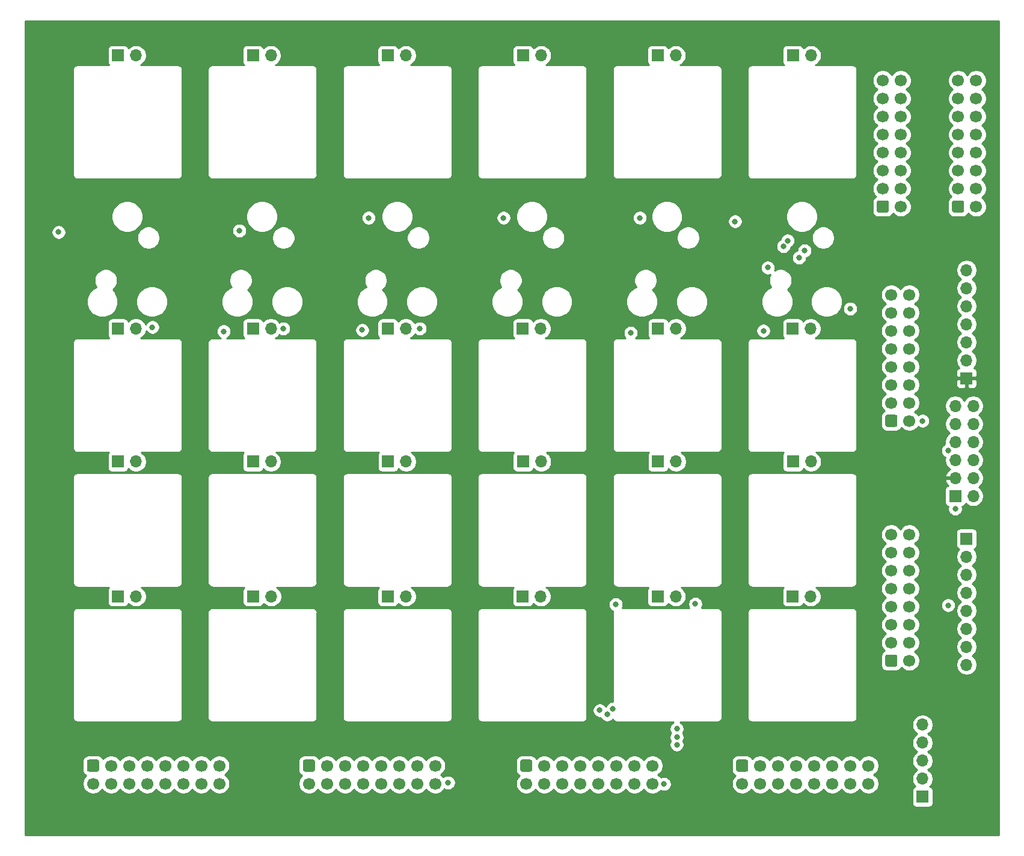
<source format=gbr>
%TF.GenerationSoftware,KiCad,Pcbnew,(5.1.10)-1*%
%TF.CreationDate,2022-05-16T18:50:31-07:00*%
%TF.ProjectId,KeyPad_Board,4b657950-6164-45f4-926f-6172642e6b69,rev?*%
%TF.SameCoordinates,Original*%
%TF.FileFunction,Copper,L3,Inr*%
%TF.FilePolarity,Positive*%
%FSLAX46Y46*%
G04 Gerber Fmt 4.6, Leading zero omitted, Abs format (unit mm)*
G04 Created by KiCad (PCBNEW (5.1.10)-1) date 2022-05-16 18:50:31*
%MOMM*%
%LPD*%
G01*
G04 APERTURE LIST*
%TA.AperFunction,ComponentPad*%
%ADD10C,1.700000*%
%TD*%
%TA.AperFunction,ComponentPad*%
%ADD11R,1.700000X1.700000*%
%TD*%
%TA.AperFunction,ComponentPad*%
%ADD12O,1.700000X1.700000*%
%TD*%
%TA.AperFunction,ViaPad*%
%ADD13C,0.800000*%
%TD*%
%TA.AperFunction,Conductor*%
%ADD14C,0.254000*%
%TD*%
%TA.AperFunction,Conductor*%
%ADD15C,0.100000*%
%TD*%
G04 APERTURE END LIST*
%TO.N,R*%
%TO.C,J6*%
%TA.AperFunction,ComponentPad*%
G36*
G01*
X153750000Y-85600000D02*
X153750000Y-84400000D01*
G75*
G02*
X154000000Y-84150000I250000J0D01*
G01*
X155200000Y-84150000D01*
G75*
G02*
X155450000Y-84400000I0J-250000D01*
G01*
X155450000Y-85600000D01*
G75*
G02*
X155200000Y-85850000I-250000J0D01*
G01*
X154000000Y-85850000D01*
G75*
G02*
X153750000Y-85600000I0J250000D01*
G01*
G37*
%TD.AperFunction*%
D10*
%TO.N,G*%
X154600000Y-82460000D03*
%TO.N,T*%
X154600000Y-79920000D03*
%TO.N,SW5_CLICK*%
X154600000Y-77380000D03*
%TO.N,SW5_LEFT*%
X154600000Y-74840000D03*
%TO.N,SW5_DOWN*%
X154600000Y-72300000D03*
%TO.N,SW5_RIGHT*%
X154600000Y-69760000D03*
%TO.N,SW5_UP*%
X154600000Y-67220000D03*
%TO.N,GND*%
X157140000Y-85000000D03*
X157140000Y-82460000D03*
X157140000Y-79920000D03*
X157140000Y-77380000D03*
X157140000Y-74840000D03*
X157140000Y-72300000D03*
X157140000Y-69760000D03*
X157140000Y-67220000D03*
%TD*%
%TO.N,SW1_UP*%
%TO.C,J1*%
%TA.AperFunction,ComponentPad*%
G36*
G01*
X41600000Y-132750000D02*
X42800000Y-132750000D01*
G75*
G02*
X43050000Y-133000000I0J-250000D01*
G01*
X43050000Y-134200000D01*
G75*
G02*
X42800000Y-134450000I-250000J0D01*
G01*
X41600000Y-134450000D01*
G75*
G02*
X41350000Y-134200000I0J250000D01*
G01*
X41350000Y-133000000D01*
G75*
G02*
X41600000Y-132750000I250000J0D01*
G01*
G37*
%TD.AperFunction*%
%TO.N,SW1_RIGHT*%
X44740000Y-133600000D03*
%TO.N,SW1_DOWN*%
X47280000Y-133600000D03*
%TO.N,SW1_LEFT*%
X49820000Y-133600000D03*
%TO.N,SW1_CLICK*%
X52360000Y-133600000D03*
%TO.N,TAB*%
X54900000Y-133600000D03*
%TO.N,SHIFT*%
X57440000Y-133600000D03*
%TO.N,CTRL*%
X59980000Y-133600000D03*
%TO.N,GND*%
X42200000Y-136140000D03*
X44740000Y-136140000D03*
X47280000Y-136140000D03*
X49820000Y-136140000D03*
X52360000Y-136140000D03*
X54900000Y-136140000D03*
X57440000Y-136140000D03*
X59980000Y-136140000D03*
%TD*%
%TO.N,SW2_UP*%
%TO.C,J2*%
%TA.AperFunction,ComponentPad*%
G36*
G01*
X72000000Y-132750000D02*
X73200000Y-132750000D01*
G75*
G02*
X73450000Y-133000000I0J-250000D01*
G01*
X73450000Y-134200000D01*
G75*
G02*
X73200000Y-134450000I-250000J0D01*
G01*
X72000000Y-134450000D01*
G75*
G02*
X71750000Y-134200000I0J250000D01*
G01*
X71750000Y-133000000D01*
G75*
G02*
X72000000Y-132750000I250000J0D01*
G01*
G37*
%TD.AperFunction*%
%TO.N,SW2_RIGHT*%
X75140000Y-133600000D03*
%TO.N,SW2_DOWN*%
X77680000Y-133600000D03*
%TO.N,SW2_CLICK*%
X80220000Y-133600000D03*
%TO.N,SW2_LEFT*%
X82760000Y-133600000D03*
%TO.N,Z*%
X85300000Y-133600000D03*
%TO.N,A*%
X87840000Y-133600000D03*
%TO.N,Q*%
X90380000Y-133600000D03*
%TO.N,GND*%
X72600000Y-136140000D03*
X75140000Y-136140000D03*
X77680000Y-136140000D03*
X80220000Y-136140000D03*
X82760000Y-136140000D03*
X85300000Y-136140000D03*
X87840000Y-136140000D03*
X90380000Y-136140000D03*
%TD*%
%TO.N,X*%
%TO.C,J3*%
%TA.AperFunction,ComponentPad*%
G36*
G01*
X102600000Y-132750000D02*
X103800000Y-132750000D01*
G75*
G02*
X104050000Y-133000000I0J-250000D01*
G01*
X104050000Y-134200000D01*
G75*
G02*
X103800000Y-134450000I-250000J0D01*
G01*
X102600000Y-134450000D01*
G75*
G02*
X102350000Y-134200000I0J250000D01*
G01*
X102350000Y-133000000D01*
G75*
G02*
X102600000Y-132750000I250000J0D01*
G01*
G37*
%TD.AperFunction*%
%TO.N,S*%
X105740000Y-133600000D03*
%TO.N,W*%
X108280000Y-133600000D03*
%TO.N,SW3_CLICK*%
X110820000Y-133600000D03*
%TO.N,SW3_LEFT*%
X113360000Y-133600000D03*
%TO.N,SW3_DOWN*%
X115900000Y-133600000D03*
%TO.N,SW3_RIGHT*%
X118440000Y-133600000D03*
%TO.N,SW3_UP*%
X120980000Y-133600000D03*
%TO.N,GND*%
X103200000Y-136140000D03*
X105740000Y-136140000D03*
X108280000Y-136140000D03*
X110820000Y-136140000D03*
X113360000Y-136140000D03*
X115900000Y-136140000D03*
X118440000Y-136140000D03*
X120980000Y-136140000D03*
%TD*%
%TO.N,GND*%
%TO.C,J4*%
X151380000Y-136140000D03*
X148840000Y-136140000D03*
X146300000Y-136140000D03*
X143760000Y-136140000D03*
X141220000Y-136140000D03*
X138680000Y-136140000D03*
X136140000Y-136140000D03*
X133600000Y-136140000D03*
%TO.N,SW4_UP*%
X151380000Y-133600000D03*
%TO.N,SW4_RIGHT*%
X148840000Y-133600000D03*
%TO.N,SW4_DOWN*%
X146300000Y-133600000D03*
%TO.N,SW4_LEFT*%
X143760000Y-133600000D03*
%TO.N,SW4_CLICK*%
X141220000Y-133600000D03*
%TO.N,E*%
X138680000Y-133600000D03*
%TO.N,D*%
X136140000Y-133600000D03*
%TO.N,C*%
%TA.AperFunction,ComponentPad*%
G36*
G01*
X133000000Y-132750000D02*
X134200000Y-132750000D01*
G75*
G02*
X134450000Y-133000000I0J-250000D01*
G01*
X134450000Y-134200000D01*
G75*
G02*
X134200000Y-134450000I-250000J0D01*
G01*
X133000000Y-134450000D01*
G75*
G02*
X132750000Y-134200000I0J250000D01*
G01*
X132750000Y-133000000D01*
G75*
G02*
X133000000Y-132750000I250000J0D01*
G01*
G37*
%TD.AperFunction*%
%TD*%
%TO.N,GND*%
%TO.C,J5*%
X157140000Y-101020000D03*
X157140000Y-103560000D03*
X157140000Y-106100000D03*
X157140000Y-108640000D03*
X157140000Y-111180000D03*
X157140000Y-113720000D03*
X157140000Y-116260000D03*
X157140000Y-118800000D03*
%TO.N,SPACE*%
X154600000Y-101020000D03*
%TO.N,THUMB3*%
X154600000Y-103560000D03*
%TO.N,THUMB2*%
X154600000Y-106100000D03*
%TO.N,THUMB1*%
X154600000Y-108640000D03*
%TO.N,F*%
X154600000Y-111180000D03*
%TO.N,B*%
X154600000Y-113720000D03*
%TO.N,V*%
X154600000Y-116260000D03*
%TO.N,JOYSTICK_CLICK*%
%TA.AperFunction,ComponentPad*%
G36*
G01*
X153750000Y-119400000D02*
X153750000Y-118200000D01*
G75*
G02*
X154000000Y-117950000I250000J0D01*
G01*
X155200000Y-117950000D01*
G75*
G02*
X155450000Y-118200000I0J-250000D01*
G01*
X155450000Y-119400000D01*
G75*
G02*
X155200000Y-119650000I-250000J0D01*
G01*
X154000000Y-119650000D01*
G75*
G02*
X153750000Y-119400000I0J250000D01*
G01*
G37*
%TD.AperFunction*%
%TD*%
%TO.N,GND*%
%TO.C,J7*%
X155940000Y-37020000D03*
X155940000Y-39560000D03*
X155940000Y-42100000D03*
X155940000Y-44640000D03*
X155940000Y-47180000D03*
X155940000Y-49720000D03*
X155940000Y-52260000D03*
X155940000Y-54800000D03*
%TO.N,ESC*%
X153400000Y-37020000D03*
%TO.N,F1*%
X153400000Y-39560000D03*
%TO.N,F2*%
X153400000Y-42100000D03*
%TO.N,F3*%
X153400000Y-44640000D03*
%TO.N,F4*%
X153400000Y-47180000D03*
%TO.N,F5*%
X153400000Y-49720000D03*
%TO.N,SW6_LEFT*%
X153400000Y-52260000D03*
%TO.N,SW6_CLICK*%
%TA.AperFunction,ComponentPad*%
G36*
G01*
X152550000Y-55400000D02*
X152550000Y-54200000D01*
G75*
G02*
X152800000Y-53950000I250000J0D01*
G01*
X154000000Y-53950000D01*
G75*
G02*
X154250000Y-54200000I0J-250000D01*
G01*
X154250000Y-55400000D01*
G75*
G02*
X154000000Y-55650000I-250000J0D01*
G01*
X152800000Y-55650000D01*
G75*
G02*
X152550000Y-55400000I0J250000D01*
G01*
G37*
%TD.AperFunction*%
%TD*%
%TO.N,GND*%
%TO.C,J8*%
X166550000Y-37020000D03*
X166550000Y-39560000D03*
X166550000Y-42100000D03*
X166550000Y-44640000D03*
X166550000Y-47180000D03*
X166550000Y-49720000D03*
X166550000Y-52260000D03*
X166550000Y-54800000D03*
%TO.N,N/C*%
X164010000Y-37020000D03*
X164010000Y-39560000D03*
X164010000Y-42100000D03*
X164010000Y-44640000D03*
X164010000Y-47180000D03*
%TO.N,SW6_UP*%
X164010000Y-49720000D03*
%TO.N,SW6_RIGHT*%
X164010000Y-52260000D03*
%TO.N,SW6_DOWN*%
%TA.AperFunction,ComponentPad*%
G36*
G01*
X163160000Y-55400000D02*
X163160000Y-54200000D01*
G75*
G02*
X163410000Y-53950000I250000J0D01*
G01*
X164610000Y-53950000D01*
G75*
G02*
X164860000Y-54200000I0J-250000D01*
G01*
X164860000Y-55400000D01*
G75*
G02*
X164610000Y-55650000I-250000J0D01*
G01*
X163410000Y-55650000D01*
G75*
G02*
X163160000Y-55400000I0J250000D01*
G01*
G37*
%TD.AperFunction*%
%TD*%
D11*
%TO.N,GND*%
%TO.C,J9*%
X159000000Y-138000000D03*
D12*
%TO.N,+3V3*%
X159000000Y-135460000D03*
%TO.N,VRY*%
X159000000Y-132920000D03*
%TO.N,VRX*%
X159000000Y-130380000D03*
%TO.N,JOYSTICK_CLICK*%
X159000000Y-127840000D03*
%TD*%
D11*
%TO.N,+5V*%
%TO.C,J10*%
X165200000Y-79000000D03*
D12*
%TO.N,+3V3*%
X165200000Y-76460000D03*
%TO.N,GND*%
X165200000Y-73920000D03*
%TO.N,SPI_MOSI*%
X165200000Y-71380000D03*
%TO.N,SPI_MISO*%
X165200000Y-68840000D03*
%TO.N,SPI_SCLK*%
X165200000Y-66300000D03*
%TO.N,SPI_CSN*%
X165200000Y-63760000D03*
%TD*%
D11*
%TO.N,SPACE*%
%TO.C,J11*%
X165200000Y-101600000D03*
D12*
%TO.N,THUMB3*%
X165200000Y-104140000D03*
%TO.N,THUMB2*%
X165200000Y-106680000D03*
%TO.N,THUMB1*%
X165200000Y-109220000D03*
%TO.N,GND*%
X165200000Y-111760000D03*
X165200000Y-114300000D03*
X165200000Y-116840000D03*
X165200000Y-119380000D03*
%TD*%
D11*
%TO.N,ESC*%
%TO.C,KB1*%
X45710000Y-33500000D03*
D12*
%TO.N,GND*%
X48250000Y-33500000D03*
%TD*%
%TO.N,GND*%
%TO.C,KB2*%
X67250000Y-33500000D03*
D11*
%TO.N,F1*%
X64710000Y-33500000D03*
%TD*%
%TO.N,F2*%
%TO.C,KB3*%
X83710000Y-33500000D03*
D12*
%TO.N,GND*%
X86250000Y-33500000D03*
%TD*%
%TO.N,GND*%
%TO.C,KB4*%
X105290000Y-33500000D03*
D11*
%TO.N,F3*%
X102750000Y-33500000D03*
%TD*%
%TO.N,F4*%
%TO.C,KB5*%
X121710000Y-33500000D03*
D12*
%TO.N,GND*%
X124250000Y-33500000D03*
%TD*%
%TO.N,GND*%
%TO.C,KB6*%
X143290000Y-33500000D03*
D11*
%TO.N,F5*%
X140750000Y-33500000D03*
%TD*%
%TO.N,TAB*%
%TO.C,KB7*%
X45710000Y-72000000D03*
D12*
%TO.N,GND*%
X48250000Y-72000000D03*
%TD*%
%TO.N,GND*%
%TO.C,KB8*%
X67250000Y-72000000D03*
D11*
%TO.N,Q*%
X64710000Y-72000000D03*
%TD*%
D12*
%TO.N,GND*%
%TO.C,KB9*%
X86250000Y-72000000D03*
D11*
%TO.N,W*%
X83710000Y-72000000D03*
%TD*%
%TO.N,E*%
%TO.C,KB10*%
X102710000Y-72000000D03*
D12*
%TO.N,GND*%
X105250000Y-72000000D03*
%TD*%
%TO.N,GND*%
%TO.C,KB11*%
X124290000Y-72000000D03*
D11*
%TO.N,R*%
X121750000Y-72000000D03*
%TD*%
%TO.N,T*%
%TO.C,KB12*%
X140710000Y-72000000D03*
D12*
%TO.N,GND*%
X143250000Y-72000000D03*
%TD*%
D11*
%TO.N,SHIFT*%
%TO.C,KB13*%
X45710000Y-90750000D03*
D12*
%TO.N,GND*%
X48250000Y-90750000D03*
%TD*%
%TO.N,GND*%
%TO.C,KB14*%
X67250000Y-90750000D03*
D11*
%TO.N,A*%
X64710000Y-90750000D03*
%TD*%
%TO.N,S*%
%TO.C,KB15*%
X83750000Y-90750000D03*
D12*
%TO.N,GND*%
X86290000Y-90750000D03*
%TD*%
%TO.N,GND*%
%TO.C,KB16*%
X105290000Y-90750000D03*
D11*
%TO.N,D*%
X102750000Y-90750000D03*
%TD*%
%TO.N,F*%
%TO.C,KB17*%
X121750000Y-90750000D03*
D12*
%TO.N,GND*%
X124290000Y-90750000D03*
%TD*%
%TO.N,GND*%
%TO.C,KB18*%
X143290000Y-90750000D03*
D11*
%TO.N,G*%
X140750000Y-90750000D03*
%TD*%
%TO.N,CTRL*%
%TO.C,KB19*%
X45710000Y-109750000D03*
D12*
%TO.N,GND*%
X48250000Y-109750000D03*
%TD*%
%TO.N,GND*%
%TO.C,KB20*%
X67290000Y-109750000D03*
D11*
%TO.N,Z*%
X64750000Y-109750000D03*
%TD*%
%TO.N,X*%
%TO.C,KB21*%
X83710000Y-109750000D03*
D12*
%TO.N,GND*%
X86250000Y-109750000D03*
%TD*%
%TO.N,GND*%
%TO.C,KB22*%
X105250000Y-109750000D03*
D11*
%TO.N,C*%
X102710000Y-109750000D03*
%TD*%
%TO.N,V*%
%TO.C,KB23*%
X121710000Y-109750000D03*
D12*
%TO.N,GND*%
X124250000Y-109750000D03*
%TD*%
%TO.N,GND*%
%TO.C,KB24*%
X143250000Y-109750000D03*
D11*
%TO.N,B*%
X140710000Y-109750000D03*
%TD*%
%TO.N,+3V3*%
%TO.C,J12*%
X163600000Y-95600000D03*
D12*
%TO.N,VRX*%
X166140000Y-95600000D03*
%TO.N,+5V*%
X163600000Y-93060000D03*
%TO.N,VRY*%
X166140000Y-93060000D03*
%TO.N,GND*%
X163600000Y-90520000D03*
%TO.N,SPI_CSN*%
X166140000Y-90520000D03*
%TO.N,LED_DATA_IN*%
X163600000Y-87980000D03*
%TO.N,SPI_SCLK*%
X166140000Y-87980000D03*
%TO.N,I2C_SCL*%
X163600000Y-85440000D03*
%TO.N,SPI_MISO*%
X166140000Y-85440000D03*
%TO.N,I2C_SDA*%
X163600000Y-82900000D03*
%TO.N,SPI_MOSI*%
X166140000Y-82900000D03*
%TD*%
D13*
%TO.N,+5V*%
X119200000Y-58400000D03*
X100000000Y-58400000D03*
X81000000Y-58400000D03*
X62800000Y-59800000D03*
X158050000Y-91000000D03*
X75400000Y-70000000D03*
X60500000Y-71100000D03*
X112600000Y-69600000D03*
X132200000Y-70500000D03*
%TO.N,GND*%
X88200000Y-72000000D03*
X69000000Y-72000000D03*
X81000000Y-56400000D03*
X62800000Y-58200000D03*
X100000000Y-56400000D03*
X119200000Y-56400000D03*
X159000000Y-85000000D03*
X162600000Y-89200000D03*
X92200000Y-136000000D03*
X122600000Y-136200000D03*
X50550000Y-71800000D03*
X37350000Y-58400000D03*
X80100000Y-72200000D03*
X60600000Y-72400000D03*
X117900000Y-72600000D03*
X136600000Y-72300000D03*
X132600000Y-56900000D03*
%TO.N,+3V3*%
X163600000Y-97400000D03*
X162600000Y-111000000D03*
%TO.N,SW4_LEFT*%
X114600000Y-126400000D03*
X124400000Y-129600000D03*
%TO.N,SW4_UP*%
X115800000Y-110874990D03*
X127000000Y-110800000D03*
%TO.N,SW4_DOWN*%
X124400000Y-128400000D03*
X115375000Y-125600000D03*
%TO.N,SW4_CLICK*%
X113550000Y-125800000D03*
X124400000Y-130650000D03*
%TO.N,SW5_UP*%
X140000000Y-59600000D03*
X142400000Y-61000000D03*
%TO.N,SW5_RIGHT*%
X139400000Y-60400000D03*
X141600000Y-62000000D03*
%TO.N,SW5_DOWN*%
X148800000Y-69200000D03*
X137200000Y-63400000D03*
%TD*%
D14*
%TO.N,+5V*%
X169740000Y-143340000D02*
X32660000Y-143340000D01*
X32660000Y-133000000D01*
X40711928Y-133000000D01*
X40711928Y-134200000D01*
X40728992Y-134373254D01*
X40779528Y-134539850D01*
X40861595Y-134693386D01*
X40972038Y-134827962D01*
X41106614Y-134938405D01*
X41233608Y-135006285D01*
X41046525Y-135193368D01*
X40884010Y-135436589D01*
X40772068Y-135706842D01*
X40715000Y-135993740D01*
X40715000Y-136286260D01*
X40772068Y-136573158D01*
X40884010Y-136843411D01*
X41046525Y-137086632D01*
X41253368Y-137293475D01*
X41496589Y-137455990D01*
X41766842Y-137567932D01*
X42053740Y-137625000D01*
X42346260Y-137625000D01*
X42633158Y-137567932D01*
X42903411Y-137455990D01*
X43146632Y-137293475D01*
X43353475Y-137086632D01*
X43470000Y-136912240D01*
X43586525Y-137086632D01*
X43793368Y-137293475D01*
X44036589Y-137455990D01*
X44306842Y-137567932D01*
X44593740Y-137625000D01*
X44886260Y-137625000D01*
X45173158Y-137567932D01*
X45443411Y-137455990D01*
X45686632Y-137293475D01*
X45893475Y-137086632D01*
X46010000Y-136912240D01*
X46126525Y-137086632D01*
X46333368Y-137293475D01*
X46576589Y-137455990D01*
X46846842Y-137567932D01*
X47133740Y-137625000D01*
X47426260Y-137625000D01*
X47713158Y-137567932D01*
X47983411Y-137455990D01*
X48226632Y-137293475D01*
X48433475Y-137086632D01*
X48550000Y-136912240D01*
X48666525Y-137086632D01*
X48873368Y-137293475D01*
X49116589Y-137455990D01*
X49386842Y-137567932D01*
X49673740Y-137625000D01*
X49966260Y-137625000D01*
X50253158Y-137567932D01*
X50523411Y-137455990D01*
X50766632Y-137293475D01*
X50973475Y-137086632D01*
X51090000Y-136912240D01*
X51206525Y-137086632D01*
X51413368Y-137293475D01*
X51656589Y-137455990D01*
X51926842Y-137567932D01*
X52213740Y-137625000D01*
X52506260Y-137625000D01*
X52793158Y-137567932D01*
X53063411Y-137455990D01*
X53306632Y-137293475D01*
X53513475Y-137086632D01*
X53630000Y-136912240D01*
X53746525Y-137086632D01*
X53953368Y-137293475D01*
X54196589Y-137455990D01*
X54466842Y-137567932D01*
X54753740Y-137625000D01*
X55046260Y-137625000D01*
X55333158Y-137567932D01*
X55603411Y-137455990D01*
X55846632Y-137293475D01*
X56053475Y-137086632D01*
X56170000Y-136912240D01*
X56286525Y-137086632D01*
X56493368Y-137293475D01*
X56736589Y-137455990D01*
X57006842Y-137567932D01*
X57293740Y-137625000D01*
X57586260Y-137625000D01*
X57873158Y-137567932D01*
X58143411Y-137455990D01*
X58386632Y-137293475D01*
X58593475Y-137086632D01*
X58710000Y-136912240D01*
X58826525Y-137086632D01*
X59033368Y-137293475D01*
X59276589Y-137455990D01*
X59546842Y-137567932D01*
X59833740Y-137625000D01*
X60126260Y-137625000D01*
X60413158Y-137567932D01*
X60683411Y-137455990D01*
X60926632Y-137293475D01*
X61133475Y-137086632D01*
X61295990Y-136843411D01*
X61407932Y-136573158D01*
X61465000Y-136286260D01*
X61465000Y-135993740D01*
X61407932Y-135706842D01*
X61295990Y-135436589D01*
X61133475Y-135193368D01*
X60926632Y-134986525D01*
X60752240Y-134870000D01*
X60926632Y-134753475D01*
X61133475Y-134546632D01*
X61295990Y-134303411D01*
X61407932Y-134033158D01*
X61465000Y-133746260D01*
X61465000Y-133453740D01*
X61407932Y-133166842D01*
X61338825Y-133000000D01*
X71111928Y-133000000D01*
X71111928Y-134200000D01*
X71128992Y-134373254D01*
X71179528Y-134539850D01*
X71261595Y-134693386D01*
X71372038Y-134827962D01*
X71506614Y-134938405D01*
X71633608Y-135006285D01*
X71446525Y-135193368D01*
X71284010Y-135436589D01*
X71172068Y-135706842D01*
X71115000Y-135993740D01*
X71115000Y-136286260D01*
X71172068Y-136573158D01*
X71284010Y-136843411D01*
X71446525Y-137086632D01*
X71653368Y-137293475D01*
X71896589Y-137455990D01*
X72166842Y-137567932D01*
X72453740Y-137625000D01*
X72746260Y-137625000D01*
X73033158Y-137567932D01*
X73303411Y-137455990D01*
X73546632Y-137293475D01*
X73753475Y-137086632D01*
X73870000Y-136912240D01*
X73986525Y-137086632D01*
X74193368Y-137293475D01*
X74436589Y-137455990D01*
X74706842Y-137567932D01*
X74993740Y-137625000D01*
X75286260Y-137625000D01*
X75573158Y-137567932D01*
X75843411Y-137455990D01*
X76086632Y-137293475D01*
X76293475Y-137086632D01*
X76410000Y-136912240D01*
X76526525Y-137086632D01*
X76733368Y-137293475D01*
X76976589Y-137455990D01*
X77246842Y-137567932D01*
X77533740Y-137625000D01*
X77826260Y-137625000D01*
X78113158Y-137567932D01*
X78383411Y-137455990D01*
X78626632Y-137293475D01*
X78833475Y-137086632D01*
X78950000Y-136912240D01*
X79066525Y-137086632D01*
X79273368Y-137293475D01*
X79516589Y-137455990D01*
X79786842Y-137567932D01*
X80073740Y-137625000D01*
X80366260Y-137625000D01*
X80653158Y-137567932D01*
X80923411Y-137455990D01*
X81166632Y-137293475D01*
X81373475Y-137086632D01*
X81490000Y-136912240D01*
X81606525Y-137086632D01*
X81813368Y-137293475D01*
X82056589Y-137455990D01*
X82326842Y-137567932D01*
X82613740Y-137625000D01*
X82906260Y-137625000D01*
X83193158Y-137567932D01*
X83463411Y-137455990D01*
X83706632Y-137293475D01*
X83913475Y-137086632D01*
X84030000Y-136912240D01*
X84146525Y-137086632D01*
X84353368Y-137293475D01*
X84596589Y-137455990D01*
X84866842Y-137567932D01*
X85153740Y-137625000D01*
X85446260Y-137625000D01*
X85733158Y-137567932D01*
X86003411Y-137455990D01*
X86246632Y-137293475D01*
X86453475Y-137086632D01*
X86570000Y-136912240D01*
X86686525Y-137086632D01*
X86893368Y-137293475D01*
X87136589Y-137455990D01*
X87406842Y-137567932D01*
X87693740Y-137625000D01*
X87986260Y-137625000D01*
X88273158Y-137567932D01*
X88543411Y-137455990D01*
X88786632Y-137293475D01*
X88993475Y-137086632D01*
X89110000Y-136912240D01*
X89226525Y-137086632D01*
X89433368Y-137293475D01*
X89676589Y-137455990D01*
X89946842Y-137567932D01*
X90233740Y-137625000D01*
X90526260Y-137625000D01*
X90813158Y-137567932D01*
X91083411Y-137455990D01*
X91326632Y-137293475D01*
X91533475Y-137086632D01*
X91666147Y-136888074D01*
X91709744Y-136917205D01*
X91898102Y-136995226D01*
X92098061Y-137035000D01*
X92301939Y-137035000D01*
X92501898Y-136995226D01*
X92690256Y-136917205D01*
X92859774Y-136803937D01*
X93003937Y-136659774D01*
X93117205Y-136490256D01*
X93195226Y-136301898D01*
X93235000Y-136101939D01*
X93235000Y-135898061D01*
X93195226Y-135698102D01*
X93117205Y-135509744D01*
X93003937Y-135340226D01*
X92859774Y-135196063D01*
X92690256Y-135082795D01*
X92501898Y-135004774D01*
X92301939Y-134965000D01*
X92098061Y-134965000D01*
X91898102Y-135004774D01*
X91709744Y-135082795D01*
X91540226Y-135196063D01*
X91537259Y-135199030D01*
X91533475Y-135193368D01*
X91326632Y-134986525D01*
X91152240Y-134870000D01*
X91326632Y-134753475D01*
X91533475Y-134546632D01*
X91695990Y-134303411D01*
X91807932Y-134033158D01*
X91865000Y-133746260D01*
X91865000Y-133453740D01*
X91807932Y-133166842D01*
X91738825Y-133000000D01*
X101711928Y-133000000D01*
X101711928Y-134200000D01*
X101728992Y-134373254D01*
X101779528Y-134539850D01*
X101861595Y-134693386D01*
X101972038Y-134827962D01*
X102106614Y-134938405D01*
X102233608Y-135006285D01*
X102046525Y-135193368D01*
X101884010Y-135436589D01*
X101772068Y-135706842D01*
X101715000Y-135993740D01*
X101715000Y-136286260D01*
X101772068Y-136573158D01*
X101884010Y-136843411D01*
X102046525Y-137086632D01*
X102253368Y-137293475D01*
X102496589Y-137455990D01*
X102766842Y-137567932D01*
X103053740Y-137625000D01*
X103346260Y-137625000D01*
X103633158Y-137567932D01*
X103903411Y-137455990D01*
X104146632Y-137293475D01*
X104353475Y-137086632D01*
X104470000Y-136912240D01*
X104586525Y-137086632D01*
X104793368Y-137293475D01*
X105036589Y-137455990D01*
X105306842Y-137567932D01*
X105593740Y-137625000D01*
X105886260Y-137625000D01*
X106173158Y-137567932D01*
X106443411Y-137455990D01*
X106686632Y-137293475D01*
X106893475Y-137086632D01*
X107010000Y-136912240D01*
X107126525Y-137086632D01*
X107333368Y-137293475D01*
X107576589Y-137455990D01*
X107846842Y-137567932D01*
X108133740Y-137625000D01*
X108426260Y-137625000D01*
X108713158Y-137567932D01*
X108983411Y-137455990D01*
X109226632Y-137293475D01*
X109433475Y-137086632D01*
X109550000Y-136912240D01*
X109666525Y-137086632D01*
X109873368Y-137293475D01*
X110116589Y-137455990D01*
X110386842Y-137567932D01*
X110673740Y-137625000D01*
X110966260Y-137625000D01*
X111253158Y-137567932D01*
X111523411Y-137455990D01*
X111766632Y-137293475D01*
X111973475Y-137086632D01*
X112090000Y-136912240D01*
X112206525Y-137086632D01*
X112413368Y-137293475D01*
X112656589Y-137455990D01*
X112926842Y-137567932D01*
X113213740Y-137625000D01*
X113506260Y-137625000D01*
X113793158Y-137567932D01*
X114063411Y-137455990D01*
X114306632Y-137293475D01*
X114513475Y-137086632D01*
X114630000Y-136912240D01*
X114746525Y-137086632D01*
X114953368Y-137293475D01*
X115196589Y-137455990D01*
X115466842Y-137567932D01*
X115753740Y-137625000D01*
X116046260Y-137625000D01*
X116333158Y-137567932D01*
X116603411Y-137455990D01*
X116846632Y-137293475D01*
X117053475Y-137086632D01*
X117170000Y-136912240D01*
X117286525Y-137086632D01*
X117493368Y-137293475D01*
X117736589Y-137455990D01*
X118006842Y-137567932D01*
X118293740Y-137625000D01*
X118586260Y-137625000D01*
X118873158Y-137567932D01*
X119143411Y-137455990D01*
X119386632Y-137293475D01*
X119593475Y-137086632D01*
X119710000Y-136912240D01*
X119826525Y-137086632D01*
X120033368Y-137293475D01*
X120276589Y-137455990D01*
X120546842Y-137567932D01*
X120833740Y-137625000D01*
X121126260Y-137625000D01*
X121413158Y-137567932D01*
X121683411Y-137455990D01*
X121926632Y-137293475D01*
X122105643Y-137114464D01*
X122109744Y-137117205D01*
X122298102Y-137195226D01*
X122498061Y-137235000D01*
X122701939Y-137235000D01*
X122901898Y-137195226D01*
X123090256Y-137117205D01*
X123259774Y-137003937D01*
X123403937Y-136859774D01*
X123517205Y-136690256D01*
X123595226Y-136501898D01*
X123635000Y-136301939D01*
X123635000Y-136098061D01*
X123595226Y-135898102D01*
X123517205Y-135709744D01*
X123403937Y-135540226D01*
X123259774Y-135396063D01*
X123090256Y-135282795D01*
X122901898Y-135204774D01*
X122701939Y-135165000D01*
X122498061Y-135165000D01*
X122298102Y-135204774D01*
X122175131Y-135255711D01*
X122133475Y-135193368D01*
X121926632Y-134986525D01*
X121752240Y-134870000D01*
X121926632Y-134753475D01*
X122133475Y-134546632D01*
X122295990Y-134303411D01*
X122407932Y-134033158D01*
X122465000Y-133746260D01*
X122465000Y-133453740D01*
X122407932Y-133166842D01*
X122338825Y-133000000D01*
X132111928Y-133000000D01*
X132111928Y-134200000D01*
X132128992Y-134373254D01*
X132179528Y-134539850D01*
X132261595Y-134693386D01*
X132372038Y-134827962D01*
X132506614Y-134938405D01*
X132633608Y-135006285D01*
X132446525Y-135193368D01*
X132284010Y-135436589D01*
X132172068Y-135706842D01*
X132115000Y-135993740D01*
X132115000Y-136286260D01*
X132172068Y-136573158D01*
X132284010Y-136843411D01*
X132446525Y-137086632D01*
X132653368Y-137293475D01*
X132896589Y-137455990D01*
X133166842Y-137567932D01*
X133453740Y-137625000D01*
X133746260Y-137625000D01*
X134033158Y-137567932D01*
X134303411Y-137455990D01*
X134546632Y-137293475D01*
X134753475Y-137086632D01*
X134870000Y-136912240D01*
X134986525Y-137086632D01*
X135193368Y-137293475D01*
X135436589Y-137455990D01*
X135706842Y-137567932D01*
X135993740Y-137625000D01*
X136286260Y-137625000D01*
X136573158Y-137567932D01*
X136843411Y-137455990D01*
X137086632Y-137293475D01*
X137293475Y-137086632D01*
X137410000Y-136912240D01*
X137526525Y-137086632D01*
X137733368Y-137293475D01*
X137976589Y-137455990D01*
X138246842Y-137567932D01*
X138533740Y-137625000D01*
X138826260Y-137625000D01*
X139113158Y-137567932D01*
X139383411Y-137455990D01*
X139626632Y-137293475D01*
X139833475Y-137086632D01*
X139950000Y-136912240D01*
X140066525Y-137086632D01*
X140273368Y-137293475D01*
X140516589Y-137455990D01*
X140786842Y-137567932D01*
X141073740Y-137625000D01*
X141366260Y-137625000D01*
X141653158Y-137567932D01*
X141923411Y-137455990D01*
X142166632Y-137293475D01*
X142373475Y-137086632D01*
X142490000Y-136912240D01*
X142606525Y-137086632D01*
X142813368Y-137293475D01*
X143056589Y-137455990D01*
X143326842Y-137567932D01*
X143613740Y-137625000D01*
X143906260Y-137625000D01*
X144193158Y-137567932D01*
X144463411Y-137455990D01*
X144706632Y-137293475D01*
X144913475Y-137086632D01*
X145030000Y-136912240D01*
X145146525Y-137086632D01*
X145353368Y-137293475D01*
X145596589Y-137455990D01*
X145866842Y-137567932D01*
X146153740Y-137625000D01*
X146446260Y-137625000D01*
X146733158Y-137567932D01*
X147003411Y-137455990D01*
X147246632Y-137293475D01*
X147453475Y-137086632D01*
X147570000Y-136912240D01*
X147686525Y-137086632D01*
X147893368Y-137293475D01*
X148136589Y-137455990D01*
X148406842Y-137567932D01*
X148693740Y-137625000D01*
X148986260Y-137625000D01*
X149273158Y-137567932D01*
X149543411Y-137455990D01*
X149786632Y-137293475D01*
X149993475Y-137086632D01*
X150110000Y-136912240D01*
X150226525Y-137086632D01*
X150433368Y-137293475D01*
X150676589Y-137455990D01*
X150946842Y-137567932D01*
X151233740Y-137625000D01*
X151526260Y-137625000D01*
X151813158Y-137567932D01*
X152083411Y-137455990D01*
X152326632Y-137293475D01*
X152470107Y-137150000D01*
X157511928Y-137150000D01*
X157511928Y-138850000D01*
X157524188Y-138974482D01*
X157560498Y-139094180D01*
X157619463Y-139204494D01*
X157698815Y-139301185D01*
X157795506Y-139380537D01*
X157905820Y-139439502D01*
X158025518Y-139475812D01*
X158150000Y-139488072D01*
X159850000Y-139488072D01*
X159974482Y-139475812D01*
X160094180Y-139439502D01*
X160204494Y-139380537D01*
X160301185Y-139301185D01*
X160380537Y-139204494D01*
X160439502Y-139094180D01*
X160475812Y-138974482D01*
X160488072Y-138850000D01*
X160488072Y-137150000D01*
X160475812Y-137025518D01*
X160439502Y-136905820D01*
X160380537Y-136795506D01*
X160301185Y-136698815D01*
X160204494Y-136619463D01*
X160094180Y-136560498D01*
X160021620Y-136538487D01*
X160153475Y-136406632D01*
X160315990Y-136163411D01*
X160427932Y-135893158D01*
X160485000Y-135606260D01*
X160485000Y-135313740D01*
X160427932Y-135026842D01*
X160315990Y-134756589D01*
X160153475Y-134513368D01*
X159946632Y-134306525D01*
X159772240Y-134190000D01*
X159946632Y-134073475D01*
X160153475Y-133866632D01*
X160315990Y-133623411D01*
X160427932Y-133353158D01*
X160485000Y-133066260D01*
X160485000Y-132773740D01*
X160427932Y-132486842D01*
X160315990Y-132216589D01*
X160153475Y-131973368D01*
X159946632Y-131766525D01*
X159772240Y-131650000D01*
X159946632Y-131533475D01*
X160153475Y-131326632D01*
X160315990Y-131083411D01*
X160427932Y-130813158D01*
X160485000Y-130526260D01*
X160485000Y-130233740D01*
X160427932Y-129946842D01*
X160315990Y-129676589D01*
X160153475Y-129433368D01*
X159946632Y-129226525D01*
X159772240Y-129110000D01*
X159946632Y-128993475D01*
X160153475Y-128786632D01*
X160315990Y-128543411D01*
X160427932Y-128273158D01*
X160485000Y-127986260D01*
X160485000Y-127693740D01*
X160427932Y-127406842D01*
X160315990Y-127136589D01*
X160153475Y-126893368D01*
X159946632Y-126686525D01*
X159703411Y-126524010D01*
X159433158Y-126412068D01*
X159146260Y-126355000D01*
X158853740Y-126355000D01*
X158566842Y-126412068D01*
X158296589Y-126524010D01*
X158053368Y-126686525D01*
X157846525Y-126893368D01*
X157684010Y-127136589D01*
X157572068Y-127406842D01*
X157515000Y-127693740D01*
X157515000Y-127986260D01*
X157572068Y-128273158D01*
X157684010Y-128543411D01*
X157846525Y-128786632D01*
X158053368Y-128993475D01*
X158227760Y-129110000D01*
X158053368Y-129226525D01*
X157846525Y-129433368D01*
X157684010Y-129676589D01*
X157572068Y-129946842D01*
X157515000Y-130233740D01*
X157515000Y-130526260D01*
X157572068Y-130813158D01*
X157684010Y-131083411D01*
X157846525Y-131326632D01*
X158053368Y-131533475D01*
X158227760Y-131650000D01*
X158053368Y-131766525D01*
X157846525Y-131973368D01*
X157684010Y-132216589D01*
X157572068Y-132486842D01*
X157515000Y-132773740D01*
X157515000Y-133066260D01*
X157572068Y-133353158D01*
X157684010Y-133623411D01*
X157846525Y-133866632D01*
X158053368Y-134073475D01*
X158227760Y-134190000D01*
X158053368Y-134306525D01*
X157846525Y-134513368D01*
X157684010Y-134756589D01*
X157572068Y-135026842D01*
X157515000Y-135313740D01*
X157515000Y-135606260D01*
X157572068Y-135893158D01*
X157684010Y-136163411D01*
X157846525Y-136406632D01*
X157978380Y-136538487D01*
X157905820Y-136560498D01*
X157795506Y-136619463D01*
X157698815Y-136698815D01*
X157619463Y-136795506D01*
X157560498Y-136905820D01*
X157524188Y-137025518D01*
X157511928Y-137150000D01*
X152470107Y-137150000D01*
X152533475Y-137086632D01*
X152695990Y-136843411D01*
X152807932Y-136573158D01*
X152865000Y-136286260D01*
X152865000Y-135993740D01*
X152807932Y-135706842D01*
X152695990Y-135436589D01*
X152533475Y-135193368D01*
X152326632Y-134986525D01*
X152152240Y-134870000D01*
X152326632Y-134753475D01*
X152533475Y-134546632D01*
X152695990Y-134303411D01*
X152807932Y-134033158D01*
X152865000Y-133746260D01*
X152865000Y-133453740D01*
X152807932Y-133166842D01*
X152695990Y-132896589D01*
X152533475Y-132653368D01*
X152326632Y-132446525D01*
X152083411Y-132284010D01*
X151813158Y-132172068D01*
X151526260Y-132115000D01*
X151233740Y-132115000D01*
X150946842Y-132172068D01*
X150676589Y-132284010D01*
X150433368Y-132446525D01*
X150226525Y-132653368D01*
X150110000Y-132827760D01*
X149993475Y-132653368D01*
X149786632Y-132446525D01*
X149543411Y-132284010D01*
X149273158Y-132172068D01*
X148986260Y-132115000D01*
X148693740Y-132115000D01*
X148406842Y-132172068D01*
X148136589Y-132284010D01*
X147893368Y-132446525D01*
X147686525Y-132653368D01*
X147570000Y-132827760D01*
X147453475Y-132653368D01*
X147246632Y-132446525D01*
X147003411Y-132284010D01*
X146733158Y-132172068D01*
X146446260Y-132115000D01*
X146153740Y-132115000D01*
X145866842Y-132172068D01*
X145596589Y-132284010D01*
X145353368Y-132446525D01*
X145146525Y-132653368D01*
X145030000Y-132827760D01*
X144913475Y-132653368D01*
X144706632Y-132446525D01*
X144463411Y-132284010D01*
X144193158Y-132172068D01*
X143906260Y-132115000D01*
X143613740Y-132115000D01*
X143326842Y-132172068D01*
X143056589Y-132284010D01*
X142813368Y-132446525D01*
X142606525Y-132653368D01*
X142490000Y-132827760D01*
X142373475Y-132653368D01*
X142166632Y-132446525D01*
X141923411Y-132284010D01*
X141653158Y-132172068D01*
X141366260Y-132115000D01*
X141073740Y-132115000D01*
X140786842Y-132172068D01*
X140516589Y-132284010D01*
X140273368Y-132446525D01*
X140066525Y-132653368D01*
X139950000Y-132827760D01*
X139833475Y-132653368D01*
X139626632Y-132446525D01*
X139383411Y-132284010D01*
X139113158Y-132172068D01*
X138826260Y-132115000D01*
X138533740Y-132115000D01*
X138246842Y-132172068D01*
X137976589Y-132284010D01*
X137733368Y-132446525D01*
X137526525Y-132653368D01*
X137410000Y-132827760D01*
X137293475Y-132653368D01*
X137086632Y-132446525D01*
X136843411Y-132284010D01*
X136573158Y-132172068D01*
X136286260Y-132115000D01*
X135993740Y-132115000D01*
X135706842Y-132172068D01*
X135436589Y-132284010D01*
X135193368Y-132446525D01*
X135006285Y-132633608D01*
X134938405Y-132506614D01*
X134827962Y-132372038D01*
X134693386Y-132261595D01*
X134539850Y-132179528D01*
X134373254Y-132128992D01*
X134200000Y-132111928D01*
X133000000Y-132111928D01*
X132826746Y-132128992D01*
X132660150Y-132179528D01*
X132506614Y-132261595D01*
X132372038Y-132372038D01*
X132261595Y-132506614D01*
X132179528Y-132660150D01*
X132128992Y-132826746D01*
X132111928Y-133000000D01*
X122338825Y-133000000D01*
X122295990Y-132896589D01*
X122133475Y-132653368D01*
X121926632Y-132446525D01*
X121683411Y-132284010D01*
X121413158Y-132172068D01*
X121126260Y-132115000D01*
X120833740Y-132115000D01*
X120546842Y-132172068D01*
X120276589Y-132284010D01*
X120033368Y-132446525D01*
X119826525Y-132653368D01*
X119710000Y-132827760D01*
X119593475Y-132653368D01*
X119386632Y-132446525D01*
X119143411Y-132284010D01*
X118873158Y-132172068D01*
X118586260Y-132115000D01*
X118293740Y-132115000D01*
X118006842Y-132172068D01*
X117736589Y-132284010D01*
X117493368Y-132446525D01*
X117286525Y-132653368D01*
X117170000Y-132827760D01*
X117053475Y-132653368D01*
X116846632Y-132446525D01*
X116603411Y-132284010D01*
X116333158Y-132172068D01*
X116046260Y-132115000D01*
X115753740Y-132115000D01*
X115466842Y-132172068D01*
X115196589Y-132284010D01*
X114953368Y-132446525D01*
X114746525Y-132653368D01*
X114630000Y-132827760D01*
X114513475Y-132653368D01*
X114306632Y-132446525D01*
X114063411Y-132284010D01*
X113793158Y-132172068D01*
X113506260Y-132115000D01*
X113213740Y-132115000D01*
X112926842Y-132172068D01*
X112656589Y-132284010D01*
X112413368Y-132446525D01*
X112206525Y-132653368D01*
X112090000Y-132827760D01*
X111973475Y-132653368D01*
X111766632Y-132446525D01*
X111523411Y-132284010D01*
X111253158Y-132172068D01*
X110966260Y-132115000D01*
X110673740Y-132115000D01*
X110386842Y-132172068D01*
X110116589Y-132284010D01*
X109873368Y-132446525D01*
X109666525Y-132653368D01*
X109550000Y-132827760D01*
X109433475Y-132653368D01*
X109226632Y-132446525D01*
X108983411Y-132284010D01*
X108713158Y-132172068D01*
X108426260Y-132115000D01*
X108133740Y-132115000D01*
X107846842Y-132172068D01*
X107576589Y-132284010D01*
X107333368Y-132446525D01*
X107126525Y-132653368D01*
X107010000Y-132827760D01*
X106893475Y-132653368D01*
X106686632Y-132446525D01*
X106443411Y-132284010D01*
X106173158Y-132172068D01*
X105886260Y-132115000D01*
X105593740Y-132115000D01*
X105306842Y-132172068D01*
X105036589Y-132284010D01*
X104793368Y-132446525D01*
X104606285Y-132633608D01*
X104538405Y-132506614D01*
X104427962Y-132372038D01*
X104293386Y-132261595D01*
X104139850Y-132179528D01*
X103973254Y-132128992D01*
X103800000Y-132111928D01*
X102600000Y-132111928D01*
X102426746Y-132128992D01*
X102260150Y-132179528D01*
X102106614Y-132261595D01*
X101972038Y-132372038D01*
X101861595Y-132506614D01*
X101779528Y-132660150D01*
X101728992Y-132826746D01*
X101711928Y-133000000D01*
X91738825Y-133000000D01*
X91695990Y-132896589D01*
X91533475Y-132653368D01*
X91326632Y-132446525D01*
X91083411Y-132284010D01*
X90813158Y-132172068D01*
X90526260Y-132115000D01*
X90233740Y-132115000D01*
X89946842Y-132172068D01*
X89676589Y-132284010D01*
X89433368Y-132446525D01*
X89226525Y-132653368D01*
X89110000Y-132827760D01*
X88993475Y-132653368D01*
X88786632Y-132446525D01*
X88543411Y-132284010D01*
X88273158Y-132172068D01*
X87986260Y-132115000D01*
X87693740Y-132115000D01*
X87406842Y-132172068D01*
X87136589Y-132284010D01*
X86893368Y-132446525D01*
X86686525Y-132653368D01*
X86570000Y-132827760D01*
X86453475Y-132653368D01*
X86246632Y-132446525D01*
X86003411Y-132284010D01*
X85733158Y-132172068D01*
X85446260Y-132115000D01*
X85153740Y-132115000D01*
X84866842Y-132172068D01*
X84596589Y-132284010D01*
X84353368Y-132446525D01*
X84146525Y-132653368D01*
X84030000Y-132827760D01*
X83913475Y-132653368D01*
X83706632Y-132446525D01*
X83463411Y-132284010D01*
X83193158Y-132172068D01*
X82906260Y-132115000D01*
X82613740Y-132115000D01*
X82326842Y-132172068D01*
X82056589Y-132284010D01*
X81813368Y-132446525D01*
X81606525Y-132653368D01*
X81490000Y-132827760D01*
X81373475Y-132653368D01*
X81166632Y-132446525D01*
X80923411Y-132284010D01*
X80653158Y-132172068D01*
X80366260Y-132115000D01*
X80073740Y-132115000D01*
X79786842Y-132172068D01*
X79516589Y-132284010D01*
X79273368Y-132446525D01*
X79066525Y-132653368D01*
X78950000Y-132827760D01*
X78833475Y-132653368D01*
X78626632Y-132446525D01*
X78383411Y-132284010D01*
X78113158Y-132172068D01*
X77826260Y-132115000D01*
X77533740Y-132115000D01*
X77246842Y-132172068D01*
X76976589Y-132284010D01*
X76733368Y-132446525D01*
X76526525Y-132653368D01*
X76410000Y-132827760D01*
X76293475Y-132653368D01*
X76086632Y-132446525D01*
X75843411Y-132284010D01*
X75573158Y-132172068D01*
X75286260Y-132115000D01*
X74993740Y-132115000D01*
X74706842Y-132172068D01*
X74436589Y-132284010D01*
X74193368Y-132446525D01*
X74006285Y-132633608D01*
X73938405Y-132506614D01*
X73827962Y-132372038D01*
X73693386Y-132261595D01*
X73539850Y-132179528D01*
X73373254Y-132128992D01*
X73200000Y-132111928D01*
X72000000Y-132111928D01*
X71826746Y-132128992D01*
X71660150Y-132179528D01*
X71506614Y-132261595D01*
X71372038Y-132372038D01*
X71261595Y-132506614D01*
X71179528Y-132660150D01*
X71128992Y-132826746D01*
X71111928Y-133000000D01*
X61338825Y-133000000D01*
X61295990Y-132896589D01*
X61133475Y-132653368D01*
X60926632Y-132446525D01*
X60683411Y-132284010D01*
X60413158Y-132172068D01*
X60126260Y-132115000D01*
X59833740Y-132115000D01*
X59546842Y-132172068D01*
X59276589Y-132284010D01*
X59033368Y-132446525D01*
X58826525Y-132653368D01*
X58710000Y-132827760D01*
X58593475Y-132653368D01*
X58386632Y-132446525D01*
X58143411Y-132284010D01*
X57873158Y-132172068D01*
X57586260Y-132115000D01*
X57293740Y-132115000D01*
X57006842Y-132172068D01*
X56736589Y-132284010D01*
X56493368Y-132446525D01*
X56286525Y-132653368D01*
X56170000Y-132827760D01*
X56053475Y-132653368D01*
X55846632Y-132446525D01*
X55603411Y-132284010D01*
X55333158Y-132172068D01*
X55046260Y-132115000D01*
X54753740Y-132115000D01*
X54466842Y-132172068D01*
X54196589Y-132284010D01*
X53953368Y-132446525D01*
X53746525Y-132653368D01*
X53630000Y-132827760D01*
X53513475Y-132653368D01*
X53306632Y-132446525D01*
X53063411Y-132284010D01*
X52793158Y-132172068D01*
X52506260Y-132115000D01*
X52213740Y-132115000D01*
X51926842Y-132172068D01*
X51656589Y-132284010D01*
X51413368Y-132446525D01*
X51206525Y-132653368D01*
X51090000Y-132827760D01*
X50973475Y-132653368D01*
X50766632Y-132446525D01*
X50523411Y-132284010D01*
X50253158Y-132172068D01*
X49966260Y-132115000D01*
X49673740Y-132115000D01*
X49386842Y-132172068D01*
X49116589Y-132284010D01*
X48873368Y-132446525D01*
X48666525Y-132653368D01*
X48550000Y-132827760D01*
X48433475Y-132653368D01*
X48226632Y-132446525D01*
X47983411Y-132284010D01*
X47713158Y-132172068D01*
X47426260Y-132115000D01*
X47133740Y-132115000D01*
X46846842Y-132172068D01*
X46576589Y-132284010D01*
X46333368Y-132446525D01*
X46126525Y-132653368D01*
X46010000Y-132827760D01*
X45893475Y-132653368D01*
X45686632Y-132446525D01*
X45443411Y-132284010D01*
X45173158Y-132172068D01*
X44886260Y-132115000D01*
X44593740Y-132115000D01*
X44306842Y-132172068D01*
X44036589Y-132284010D01*
X43793368Y-132446525D01*
X43606285Y-132633608D01*
X43538405Y-132506614D01*
X43427962Y-132372038D01*
X43293386Y-132261595D01*
X43139850Y-132179528D01*
X42973254Y-132128992D01*
X42800000Y-132111928D01*
X41600000Y-132111928D01*
X41426746Y-132128992D01*
X41260150Y-132179528D01*
X41106614Y-132261595D01*
X40972038Y-132372038D01*
X40861595Y-132506614D01*
X40779528Y-132660150D01*
X40728992Y-132826746D01*
X40711928Y-133000000D01*
X32660000Y-133000000D01*
X32660000Y-112000000D01*
X39336807Y-112000000D01*
X39340000Y-112032419D01*
X39340001Y-126767571D01*
X39336807Y-126800000D01*
X39349550Y-126929383D01*
X39387290Y-127053793D01*
X39448575Y-127168450D01*
X39531052Y-127268948D01*
X39631550Y-127351425D01*
X39746207Y-127412710D01*
X39870617Y-127450450D01*
X39967581Y-127460000D01*
X40000000Y-127463193D01*
X40032419Y-127460000D01*
X54067581Y-127460000D01*
X54100000Y-127463193D01*
X54132419Y-127460000D01*
X54229383Y-127450450D01*
X54353793Y-127412710D01*
X54468450Y-127351425D01*
X54568948Y-127268948D01*
X54651425Y-127168450D01*
X54712710Y-127053793D01*
X54750450Y-126929383D01*
X54763193Y-126800000D01*
X54760000Y-126767581D01*
X54760000Y-112032419D01*
X54763193Y-112000000D01*
X58336807Y-112000000D01*
X58340000Y-112032419D01*
X58340001Y-126767571D01*
X58336807Y-126800000D01*
X58349550Y-126929383D01*
X58387290Y-127053793D01*
X58448575Y-127168450D01*
X58531052Y-127268948D01*
X58631550Y-127351425D01*
X58746207Y-127412710D01*
X58870617Y-127450450D01*
X58967581Y-127460000D01*
X59000000Y-127463193D01*
X59032419Y-127460000D01*
X73067581Y-127460000D01*
X73100000Y-127463193D01*
X73132419Y-127460000D01*
X73229383Y-127450450D01*
X73353793Y-127412710D01*
X73468450Y-127351425D01*
X73568948Y-127268948D01*
X73651425Y-127168450D01*
X73712710Y-127053793D01*
X73750450Y-126929383D01*
X73763193Y-126800000D01*
X73760000Y-126767581D01*
X73760000Y-112032419D01*
X73763193Y-112000000D01*
X77336807Y-112000000D01*
X77340000Y-112032419D01*
X77340001Y-126767571D01*
X77336807Y-126800000D01*
X77349550Y-126929383D01*
X77387290Y-127053793D01*
X77448575Y-127168450D01*
X77531052Y-127268948D01*
X77631550Y-127351425D01*
X77746207Y-127412710D01*
X77870617Y-127450450D01*
X77967581Y-127460000D01*
X78000000Y-127463193D01*
X78032419Y-127460000D01*
X92067581Y-127460000D01*
X92100000Y-127463193D01*
X92132419Y-127460000D01*
X92229383Y-127450450D01*
X92353793Y-127412710D01*
X92468450Y-127351425D01*
X92568948Y-127268948D01*
X92651425Y-127168450D01*
X92712710Y-127053793D01*
X92750450Y-126929383D01*
X92763193Y-126800000D01*
X92760000Y-126767581D01*
X92760000Y-112032419D01*
X92763193Y-112000000D01*
X96336807Y-112000000D01*
X96340000Y-112032419D01*
X96340001Y-126767571D01*
X96336807Y-126800000D01*
X96349550Y-126929383D01*
X96387290Y-127053793D01*
X96448575Y-127168450D01*
X96531052Y-127268948D01*
X96631550Y-127351425D01*
X96746207Y-127412710D01*
X96870617Y-127450450D01*
X96967581Y-127460000D01*
X97000000Y-127463193D01*
X97032419Y-127460000D01*
X111067581Y-127460000D01*
X111100000Y-127463193D01*
X111132419Y-127460000D01*
X111229383Y-127450450D01*
X111353793Y-127412710D01*
X111468450Y-127351425D01*
X111568948Y-127268948D01*
X111651425Y-127168450D01*
X111712710Y-127053793D01*
X111750450Y-126929383D01*
X111763193Y-126800000D01*
X111760000Y-126767581D01*
X111760000Y-125698061D01*
X112515000Y-125698061D01*
X112515000Y-125901939D01*
X112554774Y-126101898D01*
X112632795Y-126290256D01*
X112746063Y-126459774D01*
X112890226Y-126603937D01*
X113059744Y-126717205D01*
X113248102Y-126795226D01*
X113448061Y-126835000D01*
X113651939Y-126835000D01*
X113659301Y-126833536D01*
X113682795Y-126890256D01*
X113796063Y-127059774D01*
X113940226Y-127203937D01*
X114109744Y-127317205D01*
X114298102Y-127395226D01*
X114498061Y-127435000D01*
X114701939Y-127435000D01*
X114901898Y-127395226D01*
X115090256Y-127317205D01*
X115259774Y-127203937D01*
X115395172Y-127068539D01*
X115448575Y-127168450D01*
X115531052Y-127268948D01*
X115631550Y-127351425D01*
X115746207Y-127412710D01*
X115870617Y-127450450D01*
X115967581Y-127460000D01*
X116000000Y-127463193D01*
X116032419Y-127460000D01*
X123964776Y-127460000D01*
X123909744Y-127482795D01*
X123740226Y-127596063D01*
X123596063Y-127740226D01*
X123482795Y-127909744D01*
X123404774Y-128098102D01*
X123365000Y-128298061D01*
X123365000Y-128501939D01*
X123404774Y-128701898D01*
X123482795Y-128890256D01*
X123556123Y-129000000D01*
X123482795Y-129109744D01*
X123404774Y-129298102D01*
X123365000Y-129498061D01*
X123365000Y-129701939D01*
X123404774Y-129901898D01*
X123482795Y-130090256D01*
X123506010Y-130125000D01*
X123482795Y-130159744D01*
X123404774Y-130348102D01*
X123365000Y-130548061D01*
X123365000Y-130751939D01*
X123404774Y-130951898D01*
X123482795Y-131140256D01*
X123596063Y-131309774D01*
X123740226Y-131453937D01*
X123909744Y-131567205D01*
X124098102Y-131645226D01*
X124298061Y-131685000D01*
X124501939Y-131685000D01*
X124701898Y-131645226D01*
X124890256Y-131567205D01*
X125059774Y-131453937D01*
X125203937Y-131309774D01*
X125317205Y-131140256D01*
X125395226Y-130951898D01*
X125435000Y-130751939D01*
X125435000Y-130548061D01*
X125395226Y-130348102D01*
X125317205Y-130159744D01*
X125293990Y-130125000D01*
X125317205Y-130090256D01*
X125395226Y-129901898D01*
X125435000Y-129701939D01*
X125435000Y-129498061D01*
X125395226Y-129298102D01*
X125317205Y-129109744D01*
X125243877Y-129000000D01*
X125317205Y-128890256D01*
X125395226Y-128701898D01*
X125435000Y-128501939D01*
X125435000Y-128298061D01*
X125395226Y-128098102D01*
X125317205Y-127909744D01*
X125203937Y-127740226D01*
X125059774Y-127596063D01*
X124890256Y-127482795D01*
X124835224Y-127460000D01*
X130067581Y-127460000D01*
X130100000Y-127463193D01*
X130132419Y-127460000D01*
X130229383Y-127450450D01*
X130353793Y-127412710D01*
X130468450Y-127351425D01*
X130568948Y-127268948D01*
X130651425Y-127168450D01*
X130712710Y-127053793D01*
X130750450Y-126929383D01*
X130763193Y-126800000D01*
X130760000Y-126767581D01*
X130760000Y-112032419D01*
X130763193Y-112000000D01*
X134336807Y-112000000D01*
X134340000Y-112032419D01*
X134340001Y-126767571D01*
X134336807Y-126800000D01*
X134349550Y-126929383D01*
X134387290Y-127053793D01*
X134448575Y-127168450D01*
X134531052Y-127268948D01*
X134631550Y-127351425D01*
X134746207Y-127412710D01*
X134870617Y-127450450D01*
X134967581Y-127460000D01*
X135000000Y-127463193D01*
X135032419Y-127460000D01*
X149067581Y-127460000D01*
X149100000Y-127463193D01*
X149132419Y-127460000D01*
X149229383Y-127450450D01*
X149353793Y-127412710D01*
X149468450Y-127351425D01*
X149568948Y-127268948D01*
X149651425Y-127168450D01*
X149712710Y-127053793D01*
X149750450Y-126929383D01*
X149763193Y-126800000D01*
X149760000Y-126767581D01*
X149760000Y-118200000D01*
X153111928Y-118200000D01*
X153111928Y-119400000D01*
X153128992Y-119573254D01*
X153179528Y-119739850D01*
X153261595Y-119893386D01*
X153372038Y-120027962D01*
X153506614Y-120138405D01*
X153660150Y-120220472D01*
X153826746Y-120271008D01*
X154000000Y-120288072D01*
X155200000Y-120288072D01*
X155373254Y-120271008D01*
X155539850Y-120220472D01*
X155693386Y-120138405D01*
X155827962Y-120027962D01*
X155938405Y-119893386D01*
X156006285Y-119766392D01*
X156193368Y-119953475D01*
X156436589Y-120115990D01*
X156706842Y-120227932D01*
X156993740Y-120285000D01*
X157286260Y-120285000D01*
X157573158Y-120227932D01*
X157843411Y-120115990D01*
X158086632Y-119953475D01*
X158293475Y-119746632D01*
X158455990Y-119503411D01*
X158567932Y-119233158D01*
X158625000Y-118946260D01*
X158625000Y-118653740D01*
X158567932Y-118366842D01*
X158455990Y-118096589D01*
X158293475Y-117853368D01*
X158086632Y-117646525D01*
X157912240Y-117530000D01*
X158086632Y-117413475D01*
X158293475Y-117206632D01*
X158455990Y-116963411D01*
X158567932Y-116693158D01*
X158625000Y-116406260D01*
X158625000Y-116113740D01*
X158567932Y-115826842D01*
X158455990Y-115556589D01*
X158293475Y-115313368D01*
X158086632Y-115106525D01*
X157912240Y-114990000D01*
X158086632Y-114873475D01*
X158293475Y-114666632D01*
X158455990Y-114423411D01*
X158567932Y-114153158D01*
X158625000Y-113866260D01*
X158625000Y-113573740D01*
X158567932Y-113286842D01*
X158455990Y-113016589D01*
X158293475Y-112773368D01*
X158086632Y-112566525D01*
X157912240Y-112450000D01*
X158086632Y-112333475D01*
X158293475Y-112126632D01*
X158455990Y-111883411D01*
X158567932Y-111613158D01*
X158625000Y-111326260D01*
X158625000Y-111033740D01*
X158598012Y-110898061D01*
X161565000Y-110898061D01*
X161565000Y-111101939D01*
X161604774Y-111301898D01*
X161682795Y-111490256D01*
X161796063Y-111659774D01*
X161940226Y-111803937D01*
X162109744Y-111917205D01*
X162298102Y-111995226D01*
X162498061Y-112035000D01*
X162701939Y-112035000D01*
X162901898Y-111995226D01*
X163090256Y-111917205D01*
X163259774Y-111803937D01*
X163403937Y-111659774D01*
X163517205Y-111490256D01*
X163595226Y-111301898D01*
X163635000Y-111101939D01*
X163635000Y-110898061D01*
X163595226Y-110698102D01*
X163517205Y-110509744D01*
X163403937Y-110340226D01*
X163259774Y-110196063D01*
X163090256Y-110082795D01*
X162901898Y-110004774D01*
X162701939Y-109965000D01*
X162498061Y-109965000D01*
X162298102Y-110004774D01*
X162109744Y-110082795D01*
X161940226Y-110196063D01*
X161796063Y-110340226D01*
X161682795Y-110509744D01*
X161604774Y-110698102D01*
X161565000Y-110898061D01*
X158598012Y-110898061D01*
X158567932Y-110746842D01*
X158455990Y-110476589D01*
X158293475Y-110233368D01*
X158086632Y-110026525D01*
X157912240Y-109910000D01*
X158086632Y-109793475D01*
X158293475Y-109586632D01*
X158455990Y-109343411D01*
X158567932Y-109073158D01*
X158625000Y-108786260D01*
X158625000Y-108493740D01*
X158567932Y-108206842D01*
X158455990Y-107936589D01*
X158293475Y-107693368D01*
X158086632Y-107486525D01*
X157912240Y-107370000D01*
X158086632Y-107253475D01*
X158293475Y-107046632D01*
X158455990Y-106803411D01*
X158567932Y-106533158D01*
X158625000Y-106246260D01*
X158625000Y-105953740D01*
X158567932Y-105666842D01*
X158455990Y-105396589D01*
X158293475Y-105153368D01*
X158086632Y-104946525D01*
X157912240Y-104830000D01*
X158086632Y-104713475D01*
X158293475Y-104506632D01*
X158455990Y-104263411D01*
X158567932Y-103993158D01*
X158625000Y-103706260D01*
X158625000Y-103413740D01*
X158567932Y-103126842D01*
X158455990Y-102856589D01*
X158293475Y-102613368D01*
X158086632Y-102406525D01*
X157912240Y-102290000D01*
X158086632Y-102173475D01*
X158293475Y-101966632D01*
X158455990Y-101723411D01*
X158567932Y-101453158D01*
X158625000Y-101166260D01*
X158625000Y-100873740D01*
X158600387Y-100750000D01*
X163711928Y-100750000D01*
X163711928Y-102450000D01*
X163724188Y-102574482D01*
X163760498Y-102694180D01*
X163819463Y-102804494D01*
X163898815Y-102901185D01*
X163995506Y-102980537D01*
X164105820Y-103039502D01*
X164178380Y-103061513D01*
X164046525Y-103193368D01*
X163884010Y-103436589D01*
X163772068Y-103706842D01*
X163715000Y-103993740D01*
X163715000Y-104286260D01*
X163772068Y-104573158D01*
X163884010Y-104843411D01*
X164046525Y-105086632D01*
X164253368Y-105293475D01*
X164427760Y-105410000D01*
X164253368Y-105526525D01*
X164046525Y-105733368D01*
X163884010Y-105976589D01*
X163772068Y-106246842D01*
X163715000Y-106533740D01*
X163715000Y-106826260D01*
X163772068Y-107113158D01*
X163884010Y-107383411D01*
X164046525Y-107626632D01*
X164253368Y-107833475D01*
X164427760Y-107950000D01*
X164253368Y-108066525D01*
X164046525Y-108273368D01*
X163884010Y-108516589D01*
X163772068Y-108786842D01*
X163715000Y-109073740D01*
X163715000Y-109366260D01*
X163772068Y-109653158D01*
X163884010Y-109923411D01*
X164046525Y-110166632D01*
X164253368Y-110373475D01*
X164427760Y-110490000D01*
X164253368Y-110606525D01*
X164046525Y-110813368D01*
X163884010Y-111056589D01*
X163772068Y-111326842D01*
X163715000Y-111613740D01*
X163715000Y-111906260D01*
X163772068Y-112193158D01*
X163884010Y-112463411D01*
X164046525Y-112706632D01*
X164253368Y-112913475D01*
X164427760Y-113030000D01*
X164253368Y-113146525D01*
X164046525Y-113353368D01*
X163884010Y-113596589D01*
X163772068Y-113866842D01*
X163715000Y-114153740D01*
X163715000Y-114446260D01*
X163772068Y-114733158D01*
X163884010Y-115003411D01*
X164046525Y-115246632D01*
X164253368Y-115453475D01*
X164427760Y-115570000D01*
X164253368Y-115686525D01*
X164046525Y-115893368D01*
X163884010Y-116136589D01*
X163772068Y-116406842D01*
X163715000Y-116693740D01*
X163715000Y-116986260D01*
X163772068Y-117273158D01*
X163884010Y-117543411D01*
X164046525Y-117786632D01*
X164253368Y-117993475D01*
X164427760Y-118110000D01*
X164253368Y-118226525D01*
X164046525Y-118433368D01*
X163884010Y-118676589D01*
X163772068Y-118946842D01*
X163715000Y-119233740D01*
X163715000Y-119526260D01*
X163772068Y-119813158D01*
X163884010Y-120083411D01*
X164046525Y-120326632D01*
X164253368Y-120533475D01*
X164496589Y-120695990D01*
X164766842Y-120807932D01*
X165053740Y-120865000D01*
X165346260Y-120865000D01*
X165633158Y-120807932D01*
X165903411Y-120695990D01*
X166146632Y-120533475D01*
X166353475Y-120326632D01*
X166515990Y-120083411D01*
X166627932Y-119813158D01*
X166685000Y-119526260D01*
X166685000Y-119233740D01*
X166627932Y-118946842D01*
X166515990Y-118676589D01*
X166353475Y-118433368D01*
X166146632Y-118226525D01*
X165972240Y-118110000D01*
X166146632Y-117993475D01*
X166353475Y-117786632D01*
X166515990Y-117543411D01*
X166627932Y-117273158D01*
X166685000Y-116986260D01*
X166685000Y-116693740D01*
X166627932Y-116406842D01*
X166515990Y-116136589D01*
X166353475Y-115893368D01*
X166146632Y-115686525D01*
X165972240Y-115570000D01*
X166146632Y-115453475D01*
X166353475Y-115246632D01*
X166515990Y-115003411D01*
X166627932Y-114733158D01*
X166685000Y-114446260D01*
X166685000Y-114153740D01*
X166627932Y-113866842D01*
X166515990Y-113596589D01*
X166353475Y-113353368D01*
X166146632Y-113146525D01*
X165972240Y-113030000D01*
X166146632Y-112913475D01*
X166353475Y-112706632D01*
X166515990Y-112463411D01*
X166627932Y-112193158D01*
X166685000Y-111906260D01*
X166685000Y-111613740D01*
X166627932Y-111326842D01*
X166515990Y-111056589D01*
X166353475Y-110813368D01*
X166146632Y-110606525D01*
X165972240Y-110490000D01*
X166146632Y-110373475D01*
X166353475Y-110166632D01*
X166515990Y-109923411D01*
X166627932Y-109653158D01*
X166685000Y-109366260D01*
X166685000Y-109073740D01*
X166627932Y-108786842D01*
X166515990Y-108516589D01*
X166353475Y-108273368D01*
X166146632Y-108066525D01*
X165972240Y-107950000D01*
X166146632Y-107833475D01*
X166353475Y-107626632D01*
X166515990Y-107383411D01*
X166627932Y-107113158D01*
X166685000Y-106826260D01*
X166685000Y-106533740D01*
X166627932Y-106246842D01*
X166515990Y-105976589D01*
X166353475Y-105733368D01*
X166146632Y-105526525D01*
X165972240Y-105410000D01*
X166146632Y-105293475D01*
X166353475Y-105086632D01*
X166515990Y-104843411D01*
X166627932Y-104573158D01*
X166685000Y-104286260D01*
X166685000Y-103993740D01*
X166627932Y-103706842D01*
X166515990Y-103436589D01*
X166353475Y-103193368D01*
X166221620Y-103061513D01*
X166294180Y-103039502D01*
X166404494Y-102980537D01*
X166501185Y-102901185D01*
X166580537Y-102804494D01*
X166639502Y-102694180D01*
X166675812Y-102574482D01*
X166688072Y-102450000D01*
X166688072Y-100750000D01*
X166675812Y-100625518D01*
X166639502Y-100505820D01*
X166580537Y-100395506D01*
X166501185Y-100298815D01*
X166404494Y-100219463D01*
X166294180Y-100160498D01*
X166174482Y-100124188D01*
X166050000Y-100111928D01*
X164350000Y-100111928D01*
X164225518Y-100124188D01*
X164105820Y-100160498D01*
X163995506Y-100219463D01*
X163898815Y-100298815D01*
X163819463Y-100395506D01*
X163760498Y-100505820D01*
X163724188Y-100625518D01*
X163711928Y-100750000D01*
X158600387Y-100750000D01*
X158567932Y-100586842D01*
X158455990Y-100316589D01*
X158293475Y-100073368D01*
X158086632Y-99866525D01*
X157843411Y-99704010D01*
X157573158Y-99592068D01*
X157286260Y-99535000D01*
X156993740Y-99535000D01*
X156706842Y-99592068D01*
X156436589Y-99704010D01*
X156193368Y-99866525D01*
X155986525Y-100073368D01*
X155870000Y-100247760D01*
X155753475Y-100073368D01*
X155546632Y-99866525D01*
X155303411Y-99704010D01*
X155033158Y-99592068D01*
X154746260Y-99535000D01*
X154453740Y-99535000D01*
X154166842Y-99592068D01*
X153896589Y-99704010D01*
X153653368Y-99866525D01*
X153446525Y-100073368D01*
X153284010Y-100316589D01*
X153172068Y-100586842D01*
X153115000Y-100873740D01*
X153115000Y-101166260D01*
X153172068Y-101453158D01*
X153284010Y-101723411D01*
X153446525Y-101966632D01*
X153653368Y-102173475D01*
X153827760Y-102290000D01*
X153653368Y-102406525D01*
X153446525Y-102613368D01*
X153284010Y-102856589D01*
X153172068Y-103126842D01*
X153115000Y-103413740D01*
X153115000Y-103706260D01*
X153172068Y-103993158D01*
X153284010Y-104263411D01*
X153446525Y-104506632D01*
X153653368Y-104713475D01*
X153827760Y-104830000D01*
X153653368Y-104946525D01*
X153446525Y-105153368D01*
X153284010Y-105396589D01*
X153172068Y-105666842D01*
X153115000Y-105953740D01*
X153115000Y-106246260D01*
X153172068Y-106533158D01*
X153284010Y-106803411D01*
X153446525Y-107046632D01*
X153653368Y-107253475D01*
X153827760Y-107370000D01*
X153653368Y-107486525D01*
X153446525Y-107693368D01*
X153284010Y-107936589D01*
X153172068Y-108206842D01*
X153115000Y-108493740D01*
X153115000Y-108786260D01*
X153172068Y-109073158D01*
X153284010Y-109343411D01*
X153446525Y-109586632D01*
X153653368Y-109793475D01*
X153827760Y-109910000D01*
X153653368Y-110026525D01*
X153446525Y-110233368D01*
X153284010Y-110476589D01*
X153172068Y-110746842D01*
X153115000Y-111033740D01*
X153115000Y-111326260D01*
X153172068Y-111613158D01*
X153284010Y-111883411D01*
X153446525Y-112126632D01*
X153653368Y-112333475D01*
X153827760Y-112450000D01*
X153653368Y-112566525D01*
X153446525Y-112773368D01*
X153284010Y-113016589D01*
X153172068Y-113286842D01*
X153115000Y-113573740D01*
X153115000Y-113866260D01*
X153172068Y-114153158D01*
X153284010Y-114423411D01*
X153446525Y-114666632D01*
X153653368Y-114873475D01*
X153827760Y-114990000D01*
X153653368Y-115106525D01*
X153446525Y-115313368D01*
X153284010Y-115556589D01*
X153172068Y-115826842D01*
X153115000Y-116113740D01*
X153115000Y-116406260D01*
X153172068Y-116693158D01*
X153284010Y-116963411D01*
X153446525Y-117206632D01*
X153633608Y-117393715D01*
X153506614Y-117461595D01*
X153372038Y-117572038D01*
X153261595Y-117706614D01*
X153179528Y-117860150D01*
X153128992Y-118026746D01*
X153111928Y-118200000D01*
X149760000Y-118200000D01*
X149760000Y-112032419D01*
X149763193Y-112000000D01*
X149750450Y-111870617D01*
X149712710Y-111746207D01*
X149651425Y-111631550D01*
X149568948Y-111531052D01*
X149468450Y-111448575D01*
X149353793Y-111387290D01*
X149229383Y-111349550D01*
X149132419Y-111340000D01*
X149100000Y-111336807D01*
X149067581Y-111340000D01*
X135032419Y-111340000D01*
X135000000Y-111336807D01*
X134967581Y-111340000D01*
X134870617Y-111349550D01*
X134746207Y-111387290D01*
X134631550Y-111448575D01*
X134531052Y-111531052D01*
X134448575Y-111631550D01*
X134387290Y-111746207D01*
X134349550Y-111870617D01*
X134336807Y-112000000D01*
X130763193Y-112000000D01*
X130750450Y-111870617D01*
X130712710Y-111746207D01*
X130651425Y-111631550D01*
X130568948Y-111531052D01*
X130468450Y-111448575D01*
X130353793Y-111387290D01*
X130229383Y-111349550D01*
X130132419Y-111340000D01*
X130100000Y-111336807D01*
X130067581Y-111340000D01*
X127883967Y-111340000D01*
X127917205Y-111290256D01*
X127995226Y-111101898D01*
X128035000Y-110901939D01*
X128035000Y-110698061D01*
X127995226Y-110498102D01*
X127917205Y-110309744D01*
X127803937Y-110140226D01*
X127659774Y-109996063D01*
X127490256Y-109882795D01*
X127301898Y-109804774D01*
X127101939Y-109765000D01*
X126898061Y-109765000D01*
X126698102Y-109804774D01*
X126509744Y-109882795D01*
X126340226Y-109996063D01*
X126196063Y-110140226D01*
X126082795Y-110309744D01*
X126004774Y-110498102D01*
X125965000Y-110698061D01*
X125965000Y-110901939D01*
X126004774Y-111101898D01*
X126082795Y-111290256D01*
X126116033Y-111340000D01*
X116727662Y-111340000D01*
X116795226Y-111176888D01*
X116835000Y-110976929D01*
X116835000Y-110773051D01*
X116795226Y-110573092D01*
X116717205Y-110384734D01*
X116603937Y-110215216D01*
X116459774Y-110071053D01*
X116290256Y-109957785D01*
X116101898Y-109879764D01*
X115901939Y-109839990D01*
X115698061Y-109839990D01*
X115498102Y-109879764D01*
X115309744Y-109957785D01*
X115140226Y-110071053D01*
X114996063Y-110215216D01*
X114882795Y-110384734D01*
X114804774Y-110573092D01*
X114765000Y-110773051D01*
X114765000Y-110976929D01*
X114804774Y-111176888D01*
X114882795Y-111365246D01*
X114996063Y-111534764D01*
X115140226Y-111678927D01*
X115309744Y-111792195D01*
X115366240Y-111815597D01*
X115349550Y-111870617D01*
X115336807Y-112000000D01*
X115340000Y-112032419D01*
X115340001Y-124565000D01*
X115273061Y-124565000D01*
X115073102Y-124604774D01*
X114884744Y-124682795D01*
X114715226Y-124796063D01*
X114571063Y-124940226D01*
X114457795Y-125109744D01*
X114410256Y-125224513D01*
X114353937Y-125140226D01*
X114209774Y-124996063D01*
X114040256Y-124882795D01*
X113851898Y-124804774D01*
X113651939Y-124765000D01*
X113448061Y-124765000D01*
X113248102Y-124804774D01*
X113059744Y-124882795D01*
X112890226Y-124996063D01*
X112746063Y-125140226D01*
X112632795Y-125309744D01*
X112554774Y-125498102D01*
X112515000Y-125698061D01*
X111760000Y-125698061D01*
X111760000Y-112032419D01*
X111763193Y-112000000D01*
X111750450Y-111870617D01*
X111712710Y-111746207D01*
X111651425Y-111631550D01*
X111568948Y-111531052D01*
X111468450Y-111448575D01*
X111353793Y-111387290D01*
X111229383Y-111349550D01*
X111132419Y-111340000D01*
X111100000Y-111336807D01*
X111067581Y-111340000D01*
X97032419Y-111340000D01*
X97000000Y-111336807D01*
X96967581Y-111340000D01*
X96870617Y-111349550D01*
X96746207Y-111387290D01*
X96631550Y-111448575D01*
X96531052Y-111531052D01*
X96448575Y-111631550D01*
X96387290Y-111746207D01*
X96349550Y-111870617D01*
X96336807Y-112000000D01*
X92763193Y-112000000D01*
X92750450Y-111870617D01*
X92712710Y-111746207D01*
X92651425Y-111631550D01*
X92568948Y-111531052D01*
X92468450Y-111448575D01*
X92353793Y-111387290D01*
X92229383Y-111349550D01*
X92132419Y-111340000D01*
X92100000Y-111336807D01*
X92067581Y-111340000D01*
X78032419Y-111340000D01*
X78000000Y-111336807D01*
X77967581Y-111340000D01*
X77870617Y-111349550D01*
X77746207Y-111387290D01*
X77631550Y-111448575D01*
X77531052Y-111531052D01*
X77448575Y-111631550D01*
X77387290Y-111746207D01*
X77349550Y-111870617D01*
X77336807Y-112000000D01*
X73763193Y-112000000D01*
X73750450Y-111870617D01*
X73712710Y-111746207D01*
X73651425Y-111631550D01*
X73568948Y-111531052D01*
X73468450Y-111448575D01*
X73353793Y-111387290D01*
X73229383Y-111349550D01*
X73132419Y-111340000D01*
X73100000Y-111336807D01*
X73067581Y-111340000D01*
X59032419Y-111340000D01*
X59000000Y-111336807D01*
X58967581Y-111340000D01*
X58870617Y-111349550D01*
X58746207Y-111387290D01*
X58631550Y-111448575D01*
X58531052Y-111531052D01*
X58448575Y-111631550D01*
X58387290Y-111746207D01*
X58349550Y-111870617D01*
X58336807Y-112000000D01*
X54763193Y-112000000D01*
X54750450Y-111870617D01*
X54712710Y-111746207D01*
X54651425Y-111631550D01*
X54568948Y-111531052D01*
X54468450Y-111448575D01*
X54353793Y-111387290D01*
X54229383Y-111349550D01*
X54132419Y-111340000D01*
X54100000Y-111336807D01*
X54067581Y-111340000D01*
X40032419Y-111340000D01*
X40000000Y-111336807D01*
X39967581Y-111340000D01*
X39870617Y-111349550D01*
X39746207Y-111387290D01*
X39631550Y-111448575D01*
X39531052Y-111531052D01*
X39448575Y-111631550D01*
X39387290Y-111746207D01*
X39349550Y-111870617D01*
X39336807Y-112000000D01*
X32660000Y-112000000D01*
X32660000Y-93000000D01*
X39336807Y-93000000D01*
X39340000Y-93032419D01*
X39340001Y-107767571D01*
X39336807Y-107800000D01*
X39349550Y-107929383D01*
X39387290Y-108053793D01*
X39448575Y-108168450D01*
X39531052Y-108268948D01*
X39631550Y-108351425D01*
X39746207Y-108412710D01*
X39870617Y-108450450D01*
X39967581Y-108460000D01*
X40000000Y-108463193D01*
X40032419Y-108460000D01*
X44399636Y-108460000D01*
X44329463Y-108545506D01*
X44270498Y-108655820D01*
X44234188Y-108775518D01*
X44221928Y-108900000D01*
X44221928Y-110600000D01*
X44234188Y-110724482D01*
X44270498Y-110844180D01*
X44329463Y-110954494D01*
X44408815Y-111051185D01*
X44505506Y-111130537D01*
X44615820Y-111189502D01*
X44735518Y-111225812D01*
X44860000Y-111238072D01*
X46560000Y-111238072D01*
X46684482Y-111225812D01*
X46804180Y-111189502D01*
X46914494Y-111130537D01*
X47011185Y-111051185D01*
X47090537Y-110954494D01*
X47149502Y-110844180D01*
X47171513Y-110771620D01*
X47303368Y-110903475D01*
X47546589Y-111065990D01*
X47816842Y-111177932D01*
X48103740Y-111235000D01*
X48396260Y-111235000D01*
X48683158Y-111177932D01*
X48953411Y-111065990D01*
X49196632Y-110903475D01*
X49403475Y-110696632D01*
X49565990Y-110453411D01*
X49677932Y-110183158D01*
X49735000Y-109896260D01*
X49735000Y-109603740D01*
X49677932Y-109316842D01*
X49565990Y-109046589D01*
X49403475Y-108803368D01*
X49196632Y-108596525D01*
X48992308Y-108460000D01*
X54067581Y-108460000D01*
X54100000Y-108463193D01*
X54132419Y-108460000D01*
X54229383Y-108450450D01*
X54353793Y-108412710D01*
X54468450Y-108351425D01*
X54568948Y-108268948D01*
X54651425Y-108168450D01*
X54712710Y-108053793D01*
X54750450Y-107929383D01*
X54763193Y-107800000D01*
X54760000Y-107767581D01*
X54760000Y-93032419D01*
X54763193Y-93000000D01*
X58336807Y-93000000D01*
X58340000Y-93032419D01*
X58340001Y-107767571D01*
X58336807Y-107800000D01*
X58349550Y-107929383D01*
X58387290Y-108053793D01*
X58448575Y-108168450D01*
X58531052Y-108268948D01*
X58631550Y-108351425D01*
X58746207Y-108412710D01*
X58870617Y-108450450D01*
X58967581Y-108460000D01*
X59000000Y-108463193D01*
X59032419Y-108460000D01*
X63439636Y-108460000D01*
X63369463Y-108545506D01*
X63310498Y-108655820D01*
X63274188Y-108775518D01*
X63261928Y-108900000D01*
X63261928Y-110600000D01*
X63274188Y-110724482D01*
X63310498Y-110844180D01*
X63369463Y-110954494D01*
X63448815Y-111051185D01*
X63545506Y-111130537D01*
X63655820Y-111189502D01*
X63775518Y-111225812D01*
X63900000Y-111238072D01*
X65600000Y-111238072D01*
X65724482Y-111225812D01*
X65844180Y-111189502D01*
X65954494Y-111130537D01*
X66051185Y-111051185D01*
X66130537Y-110954494D01*
X66189502Y-110844180D01*
X66211513Y-110771620D01*
X66343368Y-110903475D01*
X66586589Y-111065990D01*
X66856842Y-111177932D01*
X67143740Y-111235000D01*
X67436260Y-111235000D01*
X67723158Y-111177932D01*
X67993411Y-111065990D01*
X68236632Y-110903475D01*
X68443475Y-110696632D01*
X68605990Y-110453411D01*
X68717932Y-110183158D01*
X68775000Y-109896260D01*
X68775000Y-109603740D01*
X68717932Y-109316842D01*
X68605990Y-109046589D01*
X68443475Y-108803368D01*
X68236632Y-108596525D01*
X68032308Y-108460000D01*
X73067581Y-108460000D01*
X73100000Y-108463193D01*
X73132419Y-108460000D01*
X73229383Y-108450450D01*
X73353793Y-108412710D01*
X73468450Y-108351425D01*
X73568948Y-108268948D01*
X73651425Y-108168450D01*
X73712710Y-108053793D01*
X73750450Y-107929383D01*
X73763193Y-107800000D01*
X73760000Y-107767581D01*
X73760000Y-93032419D01*
X73763193Y-93000000D01*
X77336807Y-93000000D01*
X77340000Y-93032419D01*
X77340001Y-107767571D01*
X77336807Y-107800000D01*
X77349550Y-107929383D01*
X77387290Y-108053793D01*
X77448575Y-108168450D01*
X77531052Y-108268948D01*
X77631550Y-108351425D01*
X77746207Y-108412710D01*
X77870617Y-108450450D01*
X77967581Y-108460000D01*
X78000000Y-108463193D01*
X78032419Y-108460000D01*
X82399636Y-108460000D01*
X82329463Y-108545506D01*
X82270498Y-108655820D01*
X82234188Y-108775518D01*
X82221928Y-108900000D01*
X82221928Y-110600000D01*
X82234188Y-110724482D01*
X82270498Y-110844180D01*
X82329463Y-110954494D01*
X82408815Y-111051185D01*
X82505506Y-111130537D01*
X82615820Y-111189502D01*
X82735518Y-111225812D01*
X82860000Y-111238072D01*
X84560000Y-111238072D01*
X84684482Y-111225812D01*
X84804180Y-111189502D01*
X84914494Y-111130537D01*
X85011185Y-111051185D01*
X85090537Y-110954494D01*
X85149502Y-110844180D01*
X85171513Y-110771620D01*
X85303368Y-110903475D01*
X85546589Y-111065990D01*
X85816842Y-111177932D01*
X86103740Y-111235000D01*
X86396260Y-111235000D01*
X86683158Y-111177932D01*
X86953411Y-111065990D01*
X87196632Y-110903475D01*
X87403475Y-110696632D01*
X87565990Y-110453411D01*
X87677932Y-110183158D01*
X87735000Y-109896260D01*
X87735000Y-109603740D01*
X87677932Y-109316842D01*
X87565990Y-109046589D01*
X87403475Y-108803368D01*
X87196632Y-108596525D01*
X86992308Y-108460000D01*
X92067581Y-108460000D01*
X92100000Y-108463193D01*
X92132419Y-108460000D01*
X92229383Y-108450450D01*
X92353793Y-108412710D01*
X92468450Y-108351425D01*
X92568948Y-108268948D01*
X92651425Y-108168450D01*
X92712710Y-108053793D01*
X92750450Y-107929383D01*
X92763193Y-107800000D01*
X92760000Y-107767581D01*
X92760000Y-93032419D01*
X92763193Y-93000000D01*
X96336807Y-93000000D01*
X96340000Y-93032419D01*
X96340001Y-107767571D01*
X96336807Y-107800000D01*
X96349550Y-107929383D01*
X96387290Y-108053793D01*
X96448575Y-108168450D01*
X96531052Y-108268948D01*
X96631550Y-108351425D01*
X96746207Y-108412710D01*
X96870617Y-108450450D01*
X96967581Y-108460000D01*
X97000000Y-108463193D01*
X97032419Y-108460000D01*
X101399636Y-108460000D01*
X101329463Y-108545506D01*
X101270498Y-108655820D01*
X101234188Y-108775518D01*
X101221928Y-108900000D01*
X101221928Y-110600000D01*
X101234188Y-110724482D01*
X101270498Y-110844180D01*
X101329463Y-110954494D01*
X101408815Y-111051185D01*
X101505506Y-111130537D01*
X101615820Y-111189502D01*
X101735518Y-111225812D01*
X101860000Y-111238072D01*
X103560000Y-111238072D01*
X103684482Y-111225812D01*
X103804180Y-111189502D01*
X103914494Y-111130537D01*
X104011185Y-111051185D01*
X104090537Y-110954494D01*
X104149502Y-110844180D01*
X104171513Y-110771620D01*
X104303368Y-110903475D01*
X104546589Y-111065990D01*
X104816842Y-111177932D01*
X105103740Y-111235000D01*
X105396260Y-111235000D01*
X105683158Y-111177932D01*
X105953411Y-111065990D01*
X106196632Y-110903475D01*
X106403475Y-110696632D01*
X106565990Y-110453411D01*
X106677932Y-110183158D01*
X106735000Y-109896260D01*
X106735000Y-109603740D01*
X106677932Y-109316842D01*
X106565990Y-109046589D01*
X106403475Y-108803368D01*
X106196632Y-108596525D01*
X105992308Y-108460000D01*
X111067581Y-108460000D01*
X111100000Y-108463193D01*
X111132419Y-108460000D01*
X111229383Y-108450450D01*
X111353793Y-108412710D01*
X111468450Y-108351425D01*
X111568948Y-108268948D01*
X111651425Y-108168450D01*
X111712710Y-108053793D01*
X111750450Y-107929383D01*
X111763193Y-107800000D01*
X111760000Y-107767581D01*
X111760000Y-93032419D01*
X111763193Y-93000000D01*
X115336807Y-93000000D01*
X115340000Y-93032419D01*
X115340001Y-107767571D01*
X115336807Y-107800000D01*
X115349550Y-107929383D01*
X115387290Y-108053793D01*
X115448575Y-108168450D01*
X115531052Y-108268948D01*
X115631550Y-108351425D01*
X115746207Y-108412710D01*
X115870617Y-108450450D01*
X115967581Y-108460000D01*
X116000000Y-108463193D01*
X116032419Y-108460000D01*
X120399636Y-108460000D01*
X120329463Y-108545506D01*
X120270498Y-108655820D01*
X120234188Y-108775518D01*
X120221928Y-108900000D01*
X120221928Y-110600000D01*
X120234188Y-110724482D01*
X120270498Y-110844180D01*
X120329463Y-110954494D01*
X120408815Y-111051185D01*
X120505506Y-111130537D01*
X120615820Y-111189502D01*
X120735518Y-111225812D01*
X120860000Y-111238072D01*
X122560000Y-111238072D01*
X122684482Y-111225812D01*
X122804180Y-111189502D01*
X122914494Y-111130537D01*
X123011185Y-111051185D01*
X123090537Y-110954494D01*
X123149502Y-110844180D01*
X123171513Y-110771620D01*
X123303368Y-110903475D01*
X123546589Y-111065990D01*
X123816842Y-111177932D01*
X124103740Y-111235000D01*
X124396260Y-111235000D01*
X124683158Y-111177932D01*
X124953411Y-111065990D01*
X125196632Y-110903475D01*
X125403475Y-110696632D01*
X125565990Y-110453411D01*
X125677932Y-110183158D01*
X125735000Y-109896260D01*
X125735000Y-109603740D01*
X125677932Y-109316842D01*
X125565990Y-109046589D01*
X125403475Y-108803368D01*
X125196632Y-108596525D01*
X124992308Y-108460000D01*
X130067581Y-108460000D01*
X130100000Y-108463193D01*
X130132419Y-108460000D01*
X130229383Y-108450450D01*
X130353793Y-108412710D01*
X130468450Y-108351425D01*
X130568948Y-108268948D01*
X130651425Y-108168450D01*
X130712710Y-108053793D01*
X130750450Y-107929383D01*
X130763193Y-107800000D01*
X130760000Y-107767581D01*
X130760000Y-93032419D01*
X130763193Y-93000000D01*
X134336807Y-93000000D01*
X134340000Y-93032419D01*
X134340001Y-107767571D01*
X134336807Y-107800000D01*
X134349550Y-107929383D01*
X134387290Y-108053793D01*
X134448575Y-108168450D01*
X134531052Y-108268948D01*
X134631550Y-108351425D01*
X134746207Y-108412710D01*
X134870617Y-108450450D01*
X134967581Y-108460000D01*
X135000000Y-108463193D01*
X135032419Y-108460000D01*
X139399636Y-108460000D01*
X139329463Y-108545506D01*
X139270498Y-108655820D01*
X139234188Y-108775518D01*
X139221928Y-108900000D01*
X139221928Y-110600000D01*
X139234188Y-110724482D01*
X139270498Y-110844180D01*
X139329463Y-110954494D01*
X139408815Y-111051185D01*
X139505506Y-111130537D01*
X139615820Y-111189502D01*
X139735518Y-111225812D01*
X139860000Y-111238072D01*
X141560000Y-111238072D01*
X141684482Y-111225812D01*
X141804180Y-111189502D01*
X141914494Y-111130537D01*
X142011185Y-111051185D01*
X142090537Y-110954494D01*
X142149502Y-110844180D01*
X142171513Y-110771620D01*
X142303368Y-110903475D01*
X142546589Y-111065990D01*
X142816842Y-111177932D01*
X143103740Y-111235000D01*
X143396260Y-111235000D01*
X143683158Y-111177932D01*
X143953411Y-111065990D01*
X144196632Y-110903475D01*
X144403475Y-110696632D01*
X144565990Y-110453411D01*
X144677932Y-110183158D01*
X144735000Y-109896260D01*
X144735000Y-109603740D01*
X144677932Y-109316842D01*
X144565990Y-109046589D01*
X144403475Y-108803368D01*
X144196632Y-108596525D01*
X143992308Y-108460000D01*
X149067581Y-108460000D01*
X149100000Y-108463193D01*
X149132419Y-108460000D01*
X149229383Y-108450450D01*
X149353793Y-108412710D01*
X149468450Y-108351425D01*
X149568948Y-108268948D01*
X149651425Y-108168450D01*
X149712710Y-108053793D01*
X149750450Y-107929383D01*
X149763193Y-107800000D01*
X149760000Y-107767581D01*
X149760000Y-93032419D01*
X149763193Y-93000000D01*
X149750450Y-92870617D01*
X149712710Y-92746207D01*
X149651425Y-92631550D01*
X149568948Y-92531052D01*
X149468450Y-92448575D01*
X149353793Y-92387290D01*
X149229383Y-92349550D01*
X149132419Y-92340000D01*
X149100000Y-92336807D01*
X149067581Y-92340000D01*
X135032419Y-92340000D01*
X135000000Y-92336807D01*
X134967581Y-92340000D01*
X134870617Y-92349550D01*
X134746207Y-92387290D01*
X134631550Y-92448575D01*
X134531052Y-92531052D01*
X134448575Y-92631550D01*
X134387290Y-92746207D01*
X134349550Y-92870617D01*
X134336807Y-93000000D01*
X130763193Y-93000000D01*
X130750450Y-92870617D01*
X130712710Y-92746207D01*
X130651425Y-92631550D01*
X130568948Y-92531052D01*
X130468450Y-92448575D01*
X130353793Y-92387290D01*
X130229383Y-92349550D01*
X130132419Y-92340000D01*
X130100000Y-92336807D01*
X130067581Y-92340000D01*
X116032419Y-92340000D01*
X116000000Y-92336807D01*
X115967581Y-92340000D01*
X115870617Y-92349550D01*
X115746207Y-92387290D01*
X115631550Y-92448575D01*
X115531052Y-92531052D01*
X115448575Y-92631550D01*
X115387290Y-92746207D01*
X115349550Y-92870617D01*
X115336807Y-93000000D01*
X111763193Y-93000000D01*
X111750450Y-92870617D01*
X111712710Y-92746207D01*
X111651425Y-92631550D01*
X111568948Y-92531052D01*
X111468450Y-92448575D01*
X111353793Y-92387290D01*
X111229383Y-92349550D01*
X111132419Y-92340000D01*
X111100000Y-92336807D01*
X111067581Y-92340000D01*
X97032419Y-92340000D01*
X97000000Y-92336807D01*
X96967581Y-92340000D01*
X96870617Y-92349550D01*
X96746207Y-92387290D01*
X96631550Y-92448575D01*
X96531052Y-92531052D01*
X96448575Y-92631550D01*
X96387290Y-92746207D01*
X96349550Y-92870617D01*
X96336807Y-93000000D01*
X92763193Y-93000000D01*
X92750450Y-92870617D01*
X92712710Y-92746207D01*
X92651425Y-92631550D01*
X92568948Y-92531052D01*
X92468450Y-92448575D01*
X92353793Y-92387290D01*
X92229383Y-92349550D01*
X92132419Y-92340000D01*
X92100000Y-92336807D01*
X92067581Y-92340000D01*
X78032419Y-92340000D01*
X78000000Y-92336807D01*
X77967581Y-92340000D01*
X77870617Y-92349550D01*
X77746207Y-92387290D01*
X77631550Y-92448575D01*
X77531052Y-92531052D01*
X77448575Y-92631550D01*
X77387290Y-92746207D01*
X77349550Y-92870617D01*
X77336807Y-93000000D01*
X73763193Y-93000000D01*
X73750450Y-92870617D01*
X73712710Y-92746207D01*
X73651425Y-92631550D01*
X73568948Y-92531052D01*
X73468450Y-92448575D01*
X73353793Y-92387290D01*
X73229383Y-92349550D01*
X73132419Y-92340000D01*
X73100000Y-92336807D01*
X73067581Y-92340000D01*
X59032419Y-92340000D01*
X59000000Y-92336807D01*
X58967581Y-92340000D01*
X58870617Y-92349550D01*
X58746207Y-92387290D01*
X58631550Y-92448575D01*
X58531052Y-92531052D01*
X58448575Y-92631550D01*
X58387290Y-92746207D01*
X58349550Y-92870617D01*
X58336807Y-93000000D01*
X54763193Y-93000000D01*
X54750450Y-92870617D01*
X54712710Y-92746207D01*
X54651425Y-92631550D01*
X54568948Y-92531052D01*
X54468450Y-92448575D01*
X54353793Y-92387290D01*
X54229383Y-92349550D01*
X54132419Y-92340000D01*
X54100000Y-92336807D01*
X54067581Y-92340000D01*
X40032419Y-92340000D01*
X40000000Y-92336807D01*
X39967581Y-92340000D01*
X39870617Y-92349550D01*
X39746207Y-92387290D01*
X39631550Y-92448575D01*
X39531052Y-92531052D01*
X39448575Y-92631550D01*
X39387290Y-92746207D01*
X39349550Y-92870617D01*
X39336807Y-93000000D01*
X32660000Y-93000000D01*
X32660000Y-74000000D01*
X39336807Y-74000000D01*
X39340000Y-74032419D01*
X39340001Y-88767571D01*
X39336807Y-88800000D01*
X39349550Y-88929383D01*
X39387290Y-89053793D01*
X39448575Y-89168450D01*
X39531052Y-89268948D01*
X39631550Y-89351425D01*
X39746207Y-89412710D01*
X39870617Y-89450450D01*
X39967581Y-89460000D01*
X40000000Y-89463193D01*
X40032419Y-89460000D01*
X44399636Y-89460000D01*
X44329463Y-89545506D01*
X44270498Y-89655820D01*
X44234188Y-89775518D01*
X44221928Y-89900000D01*
X44221928Y-91600000D01*
X44234188Y-91724482D01*
X44270498Y-91844180D01*
X44329463Y-91954494D01*
X44408815Y-92051185D01*
X44505506Y-92130537D01*
X44615820Y-92189502D01*
X44735518Y-92225812D01*
X44860000Y-92238072D01*
X46560000Y-92238072D01*
X46684482Y-92225812D01*
X46804180Y-92189502D01*
X46914494Y-92130537D01*
X47011185Y-92051185D01*
X47090537Y-91954494D01*
X47149502Y-91844180D01*
X47171513Y-91771620D01*
X47303368Y-91903475D01*
X47546589Y-92065990D01*
X47816842Y-92177932D01*
X48103740Y-92235000D01*
X48396260Y-92235000D01*
X48683158Y-92177932D01*
X48953411Y-92065990D01*
X49196632Y-91903475D01*
X49403475Y-91696632D01*
X49565990Y-91453411D01*
X49677932Y-91183158D01*
X49735000Y-90896260D01*
X49735000Y-90603740D01*
X49677932Y-90316842D01*
X49565990Y-90046589D01*
X49403475Y-89803368D01*
X49196632Y-89596525D01*
X48992308Y-89460000D01*
X54067581Y-89460000D01*
X54100000Y-89463193D01*
X54132419Y-89460000D01*
X54229383Y-89450450D01*
X54353793Y-89412710D01*
X54468450Y-89351425D01*
X54568948Y-89268948D01*
X54651425Y-89168450D01*
X54712710Y-89053793D01*
X54750450Y-88929383D01*
X54763193Y-88800000D01*
X54760000Y-88767581D01*
X54760000Y-74032419D01*
X54763193Y-74000000D01*
X58336807Y-74000000D01*
X58340000Y-74032419D01*
X58340001Y-88767571D01*
X58336807Y-88800000D01*
X58349550Y-88929383D01*
X58387290Y-89053793D01*
X58448575Y-89168450D01*
X58531052Y-89268948D01*
X58631550Y-89351425D01*
X58746207Y-89412710D01*
X58870617Y-89450450D01*
X58967581Y-89460000D01*
X59000000Y-89463193D01*
X59032419Y-89460000D01*
X63399636Y-89460000D01*
X63329463Y-89545506D01*
X63270498Y-89655820D01*
X63234188Y-89775518D01*
X63221928Y-89900000D01*
X63221928Y-91600000D01*
X63234188Y-91724482D01*
X63270498Y-91844180D01*
X63329463Y-91954494D01*
X63408815Y-92051185D01*
X63505506Y-92130537D01*
X63615820Y-92189502D01*
X63735518Y-92225812D01*
X63860000Y-92238072D01*
X65560000Y-92238072D01*
X65684482Y-92225812D01*
X65804180Y-92189502D01*
X65914494Y-92130537D01*
X66011185Y-92051185D01*
X66090537Y-91954494D01*
X66149502Y-91844180D01*
X66171513Y-91771620D01*
X66303368Y-91903475D01*
X66546589Y-92065990D01*
X66816842Y-92177932D01*
X67103740Y-92235000D01*
X67396260Y-92235000D01*
X67683158Y-92177932D01*
X67953411Y-92065990D01*
X68196632Y-91903475D01*
X68403475Y-91696632D01*
X68565990Y-91453411D01*
X68677932Y-91183158D01*
X68735000Y-90896260D01*
X68735000Y-90603740D01*
X68677932Y-90316842D01*
X68565990Y-90046589D01*
X68403475Y-89803368D01*
X68196632Y-89596525D01*
X67992308Y-89460000D01*
X73067581Y-89460000D01*
X73100000Y-89463193D01*
X73132419Y-89460000D01*
X73229383Y-89450450D01*
X73353793Y-89412710D01*
X73468450Y-89351425D01*
X73568948Y-89268948D01*
X73651425Y-89168450D01*
X73712710Y-89053793D01*
X73750450Y-88929383D01*
X73763193Y-88800000D01*
X73760000Y-88767581D01*
X73760000Y-74032419D01*
X73763193Y-74000000D01*
X77336807Y-74000000D01*
X77340000Y-74032419D01*
X77340001Y-88767571D01*
X77336807Y-88800000D01*
X77349550Y-88929383D01*
X77387290Y-89053793D01*
X77448575Y-89168450D01*
X77531052Y-89268948D01*
X77631550Y-89351425D01*
X77746207Y-89412710D01*
X77870617Y-89450450D01*
X77967581Y-89460000D01*
X78000000Y-89463193D01*
X78032419Y-89460000D01*
X82439636Y-89460000D01*
X82369463Y-89545506D01*
X82310498Y-89655820D01*
X82274188Y-89775518D01*
X82261928Y-89900000D01*
X82261928Y-91600000D01*
X82274188Y-91724482D01*
X82310498Y-91844180D01*
X82369463Y-91954494D01*
X82448815Y-92051185D01*
X82545506Y-92130537D01*
X82655820Y-92189502D01*
X82775518Y-92225812D01*
X82900000Y-92238072D01*
X84600000Y-92238072D01*
X84724482Y-92225812D01*
X84844180Y-92189502D01*
X84954494Y-92130537D01*
X85051185Y-92051185D01*
X85130537Y-91954494D01*
X85189502Y-91844180D01*
X85211513Y-91771620D01*
X85343368Y-91903475D01*
X85586589Y-92065990D01*
X85856842Y-92177932D01*
X86143740Y-92235000D01*
X86436260Y-92235000D01*
X86723158Y-92177932D01*
X86993411Y-92065990D01*
X87236632Y-91903475D01*
X87443475Y-91696632D01*
X87605990Y-91453411D01*
X87717932Y-91183158D01*
X87775000Y-90896260D01*
X87775000Y-90603740D01*
X87717932Y-90316842D01*
X87605990Y-90046589D01*
X87443475Y-89803368D01*
X87236632Y-89596525D01*
X87032308Y-89460000D01*
X92067581Y-89460000D01*
X92100000Y-89463193D01*
X92132419Y-89460000D01*
X92229383Y-89450450D01*
X92353793Y-89412710D01*
X92468450Y-89351425D01*
X92568948Y-89268948D01*
X92651425Y-89168450D01*
X92712710Y-89053793D01*
X92750450Y-88929383D01*
X92763193Y-88800000D01*
X92760000Y-88767581D01*
X92760000Y-74032419D01*
X92763193Y-74000000D01*
X96336807Y-74000000D01*
X96340000Y-74032419D01*
X96340001Y-88767571D01*
X96336807Y-88800000D01*
X96349550Y-88929383D01*
X96387290Y-89053793D01*
X96448575Y-89168450D01*
X96531052Y-89268948D01*
X96631550Y-89351425D01*
X96746207Y-89412710D01*
X96870617Y-89450450D01*
X96967581Y-89460000D01*
X97000000Y-89463193D01*
X97032419Y-89460000D01*
X101439636Y-89460000D01*
X101369463Y-89545506D01*
X101310498Y-89655820D01*
X101274188Y-89775518D01*
X101261928Y-89900000D01*
X101261928Y-91600000D01*
X101274188Y-91724482D01*
X101310498Y-91844180D01*
X101369463Y-91954494D01*
X101448815Y-92051185D01*
X101545506Y-92130537D01*
X101655820Y-92189502D01*
X101775518Y-92225812D01*
X101900000Y-92238072D01*
X103600000Y-92238072D01*
X103724482Y-92225812D01*
X103844180Y-92189502D01*
X103954494Y-92130537D01*
X104051185Y-92051185D01*
X104130537Y-91954494D01*
X104189502Y-91844180D01*
X104211513Y-91771620D01*
X104343368Y-91903475D01*
X104586589Y-92065990D01*
X104856842Y-92177932D01*
X105143740Y-92235000D01*
X105436260Y-92235000D01*
X105723158Y-92177932D01*
X105993411Y-92065990D01*
X106236632Y-91903475D01*
X106443475Y-91696632D01*
X106605990Y-91453411D01*
X106717932Y-91183158D01*
X106775000Y-90896260D01*
X106775000Y-90603740D01*
X106717932Y-90316842D01*
X106605990Y-90046589D01*
X106443475Y-89803368D01*
X106236632Y-89596525D01*
X106032308Y-89460000D01*
X111067581Y-89460000D01*
X111100000Y-89463193D01*
X111132419Y-89460000D01*
X111229383Y-89450450D01*
X111353793Y-89412710D01*
X111468450Y-89351425D01*
X111568948Y-89268948D01*
X111651425Y-89168450D01*
X111712710Y-89053793D01*
X111750450Y-88929383D01*
X111763193Y-88800000D01*
X111760000Y-88767581D01*
X111760000Y-74032419D01*
X111763193Y-74000000D01*
X115336807Y-74000000D01*
X115340000Y-74032419D01*
X115340001Y-88767571D01*
X115336807Y-88800000D01*
X115349550Y-88929383D01*
X115387290Y-89053793D01*
X115448575Y-89168450D01*
X115531052Y-89268948D01*
X115631550Y-89351425D01*
X115746207Y-89412710D01*
X115870617Y-89450450D01*
X115967581Y-89460000D01*
X116000000Y-89463193D01*
X116032419Y-89460000D01*
X120439636Y-89460000D01*
X120369463Y-89545506D01*
X120310498Y-89655820D01*
X120274188Y-89775518D01*
X120261928Y-89900000D01*
X120261928Y-91600000D01*
X120274188Y-91724482D01*
X120310498Y-91844180D01*
X120369463Y-91954494D01*
X120448815Y-92051185D01*
X120545506Y-92130537D01*
X120655820Y-92189502D01*
X120775518Y-92225812D01*
X120900000Y-92238072D01*
X122600000Y-92238072D01*
X122724482Y-92225812D01*
X122844180Y-92189502D01*
X122954494Y-92130537D01*
X123051185Y-92051185D01*
X123130537Y-91954494D01*
X123189502Y-91844180D01*
X123211513Y-91771620D01*
X123343368Y-91903475D01*
X123586589Y-92065990D01*
X123856842Y-92177932D01*
X124143740Y-92235000D01*
X124436260Y-92235000D01*
X124723158Y-92177932D01*
X124993411Y-92065990D01*
X125236632Y-91903475D01*
X125443475Y-91696632D01*
X125605990Y-91453411D01*
X125717932Y-91183158D01*
X125775000Y-90896260D01*
X125775000Y-90603740D01*
X125717932Y-90316842D01*
X125605990Y-90046589D01*
X125443475Y-89803368D01*
X125236632Y-89596525D01*
X125032308Y-89460000D01*
X130067581Y-89460000D01*
X130100000Y-89463193D01*
X130132419Y-89460000D01*
X130229383Y-89450450D01*
X130353793Y-89412710D01*
X130468450Y-89351425D01*
X130568948Y-89268948D01*
X130651425Y-89168450D01*
X130712710Y-89053793D01*
X130750450Y-88929383D01*
X130763193Y-88800000D01*
X130760000Y-88767581D01*
X130760000Y-74032419D01*
X130763193Y-74000000D01*
X134336807Y-74000000D01*
X134340000Y-74032419D01*
X134340001Y-88767571D01*
X134336807Y-88800000D01*
X134349550Y-88929383D01*
X134387290Y-89053793D01*
X134448575Y-89168450D01*
X134531052Y-89268948D01*
X134631550Y-89351425D01*
X134746207Y-89412710D01*
X134870617Y-89450450D01*
X134967581Y-89460000D01*
X135000000Y-89463193D01*
X135032419Y-89460000D01*
X139439636Y-89460000D01*
X139369463Y-89545506D01*
X139310498Y-89655820D01*
X139274188Y-89775518D01*
X139261928Y-89900000D01*
X139261928Y-91600000D01*
X139274188Y-91724482D01*
X139310498Y-91844180D01*
X139369463Y-91954494D01*
X139448815Y-92051185D01*
X139545506Y-92130537D01*
X139655820Y-92189502D01*
X139775518Y-92225812D01*
X139900000Y-92238072D01*
X141600000Y-92238072D01*
X141724482Y-92225812D01*
X141844180Y-92189502D01*
X141954494Y-92130537D01*
X142051185Y-92051185D01*
X142130537Y-91954494D01*
X142189502Y-91844180D01*
X142211513Y-91771620D01*
X142343368Y-91903475D01*
X142586589Y-92065990D01*
X142856842Y-92177932D01*
X143143740Y-92235000D01*
X143436260Y-92235000D01*
X143723158Y-92177932D01*
X143993411Y-92065990D01*
X144236632Y-91903475D01*
X144443475Y-91696632D01*
X144605990Y-91453411D01*
X144717932Y-91183158D01*
X144775000Y-90896260D01*
X144775000Y-90603740D01*
X144717932Y-90316842D01*
X144605990Y-90046589D01*
X144443475Y-89803368D01*
X144236632Y-89596525D01*
X144032308Y-89460000D01*
X149067581Y-89460000D01*
X149100000Y-89463193D01*
X149132419Y-89460000D01*
X149229383Y-89450450D01*
X149353793Y-89412710D01*
X149468450Y-89351425D01*
X149568948Y-89268948D01*
X149651425Y-89168450D01*
X149689048Y-89098061D01*
X161565000Y-89098061D01*
X161565000Y-89301939D01*
X161604774Y-89501898D01*
X161682795Y-89690256D01*
X161796063Y-89859774D01*
X161940226Y-90003937D01*
X162109744Y-90117205D01*
X162161744Y-90138744D01*
X162115000Y-90373740D01*
X162115000Y-90666260D01*
X162172068Y-90953158D01*
X162284010Y-91223411D01*
X162446525Y-91466632D01*
X162653368Y-91673475D01*
X162835534Y-91795195D01*
X162718645Y-91864822D01*
X162502412Y-92059731D01*
X162328359Y-92293080D01*
X162203175Y-92555901D01*
X162158524Y-92703110D01*
X162279845Y-92933000D01*
X163473000Y-92933000D01*
X163473000Y-92913000D01*
X163727000Y-92913000D01*
X163727000Y-92933000D01*
X163747000Y-92933000D01*
X163747000Y-93187000D01*
X163727000Y-93187000D01*
X163727000Y-93207000D01*
X163473000Y-93207000D01*
X163473000Y-93187000D01*
X162279845Y-93187000D01*
X162158524Y-93416890D01*
X162203175Y-93564099D01*
X162328359Y-93826920D01*
X162502412Y-94060269D01*
X162586466Y-94136034D01*
X162505820Y-94160498D01*
X162395506Y-94219463D01*
X162298815Y-94298815D01*
X162219463Y-94395506D01*
X162160498Y-94505820D01*
X162124188Y-94625518D01*
X162111928Y-94750000D01*
X162111928Y-96450000D01*
X162124188Y-96574482D01*
X162160498Y-96694180D01*
X162219463Y-96804494D01*
X162298815Y-96901185D01*
X162395506Y-96980537D01*
X162505820Y-97039502D01*
X162615292Y-97072710D01*
X162604774Y-97098102D01*
X162565000Y-97298061D01*
X162565000Y-97501939D01*
X162604774Y-97701898D01*
X162682795Y-97890256D01*
X162796063Y-98059774D01*
X162940226Y-98203937D01*
X163109744Y-98317205D01*
X163298102Y-98395226D01*
X163498061Y-98435000D01*
X163701939Y-98435000D01*
X163901898Y-98395226D01*
X164090256Y-98317205D01*
X164259774Y-98203937D01*
X164403937Y-98059774D01*
X164517205Y-97890256D01*
X164595226Y-97701898D01*
X164635000Y-97501939D01*
X164635000Y-97298061D01*
X164595226Y-97098102D01*
X164584708Y-97072710D01*
X164694180Y-97039502D01*
X164804494Y-96980537D01*
X164901185Y-96901185D01*
X164980537Y-96804494D01*
X165039502Y-96694180D01*
X165061513Y-96621620D01*
X165193368Y-96753475D01*
X165436589Y-96915990D01*
X165706842Y-97027932D01*
X165993740Y-97085000D01*
X166286260Y-97085000D01*
X166573158Y-97027932D01*
X166843411Y-96915990D01*
X167086632Y-96753475D01*
X167293475Y-96546632D01*
X167455990Y-96303411D01*
X167567932Y-96033158D01*
X167625000Y-95746260D01*
X167625000Y-95453740D01*
X167567932Y-95166842D01*
X167455990Y-94896589D01*
X167293475Y-94653368D01*
X167086632Y-94446525D01*
X166912240Y-94330000D01*
X167086632Y-94213475D01*
X167293475Y-94006632D01*
X167455990Y-93763411D01*
X167567932Y-93493158D01*
X167625000Y-93206260D01*
X167625000Y-92913740D01*
X167567932Y-92626842D01*
X167455990Y-92356589D01*
X167293475Y-92113368D01*
X167086632Y-91906525D01*
X166912240Y-91790000D01*
X167086632Y-91673475D01*
X167293475Y-91466632D01*
X167455990Y-91223411D01*
X167567932Y-90953158D01*
X167625000Y-90666260D01*
X167625000Y-90373740D01*
X167567932Y-90086842D01*
X167455990Y-89816589D01*
X167293475Y-89573368D01*
X167086632Y-89366525D01*
X166912240Y-89250000D01*
X167086632Y-89133475D01*
X167293475Y-88926632D01*
X167455990Y-88683411D01*
X167567932Y-88413158D01*
X167625000Y-88126260D01*
X167625000Y-87833740D01*
X167567932Y-87546842D01*
X167455990Y-87276589D01*
X167293475Y-87033368D01*
X167086632Y-86826525D01*
X166912240Y-86710000D01*
X167086632Y-86593475D01*
X167293475Y-86386632D01*
X167455990Y-86143411D01*
X167567932Y-85873158D01*
X167625000Y-85586260D01*
X167625000Y-85293740D01*
X167567932Y-85006842D01*
X167455990Y-84736589D01*
X167293475Y-84493368D01*
X167086632Y-84286525D01*
X166912240Y-84170000D01*
X167086632Y-84053475D01*
X167293475Y-83846632D01*
X167455990Y-83603411D01*
X167567932Y-83333158D01*
X167625000Y-83046260D01*
X167625000Y-82753740D01*
X167567932Y-82466842D01*
X167455990Y-82196589D01*
X167293475Y-81953368D01*
X167086632Y-81746525D01*
X166843411Y-81584010D01*
X166573158Y-81472068D01*
X166286260Y-81415000D01*
X165993740Y-81415000D01*
X165706842Y-81472068D01*
X165436589Y-81584010D01*
X165193368Y-81746525D01*
X164986525Y-81953368D01*
X164870000Y-82127760D01*
X164753475Y-81953368D01*
X164546632Y-81746525D01*
X164303411Y-81584010D01*
X164033158Y-81472068D01*
X163746260Y-81415000D01*
X163453740Y-81415000D01*
X163166842Y-81472068D01*
X162896589Y-81584010D01*
X162653368Y-81746525D01*
X162446525Y-81953368D01*
X162284010Y-82196589D01*
X162172068Y-82466842D01*
X162115000Y-82753740D01*
X162115000Y-83046260D01*
X162172068Y-83333158D01*
X162284010Y-83603411D01*
X162446525Y-83846632D01*
X162653368Y-84053475D01*
X162827760Y-84170000D01*
X162653368Y-84286525D01*
X162446525Y-84493368D01*
X162284010Y-84736589D01*
X162172068Y-85006842D01*
X162115000Y-85293740D01*
X162115000Y-85586260D01*
X162172068Y-85873158D01*
X162284010Y-86143411D01*
X162446525Y-86386632D01*
X162653368Y-86593475D01*
X162827760Y-86710000D01*
X162653368Y-86826525D01*
X162446525Y-87033368D01*
X162284010Y-87276589D01*
X162172068Y-87546842D01*
X162115000Y-87833740D01*
X162115000Y-88126260D01*
X162143367Y-88268868D01*
X162109744Y-88282795D01*
X161940226Y-88396063D01*
X161796063Y-88540226D01*
X161682795Y-88709744D01*
X161604774Y-88898102D01*
X161565000Y-89098061D01*
X149689048Y-89098061D01*
X149712710Y-89053793D01*
X149750450Y-88929383D01*
X149763193Y-88800000D01*
X149760000Y-88767581D01*
X149760000Y-84400000D01*
X153111928Y-84400000D01*
X153111928Y-85600000D01*
X153128992Y-85773254D01*
X153179528Y-85939850D01*
X153261595Y-86093386D01*
X153372038Y-86227962D01*
X153506614Y-86338405D01*
X153660150Y-86420472D01*
X153826746Y-86471008D01*
X154000000Y-86488072D01*
X155200000Y-86488072D01*
X155373254Y-86471008D01*
X155539850Y-86420472D01*
X155693386Y-86338405D01*
X155827962Y-86227962D01*
X155938405Y-86093386D01*
X156006285Y-85966392D01*
X156193368Y-86153475D01*
X156436589Y-86315990D01*
X156706842Y-86427932D01*
X156993740Y-86485000D01*
X157286260Y-86485000D01*
X157573158Y-86427932D01*
X157843411Y-86315990D01*
X158086632Y-86153475D01*
X158293475Y-85946632D01*
X158373822Y-85826385D01*
X158509744Y-85917205D01*
X158698102Y-85995226D01*
X158898061Y-86035000D01*
X159101939Y-86035000D01*
X159301898Y-85995226D01*
X159490256Y-85917205D01*
X159659774Y-85803937D01*
X159803937Y-85659774D01*
X159917205Y-85490256D01*
X159995226Y-85301898D01*
X160035000Y-85101939D01*
X160035000Y-84898061D01*
X159995226Y-84698102D01*
X159917205Y-84509744D01*
X159803937Y-84340226D01*
X159659774Y-84196063D01*
X159490256Y-84082795D01*
X159301898Y-84004774D01*
X159101939Y-83965000D01*
X158898061Y-83965000D01*
X158698102Y-84004774D01*
X158509744Y-84082795D01*
X158373822Y-84173615D01*
X158293475Y-84053368D01*
X158086632Y-83846525D01*
X157912240Y-83730000D01*
X158086632Y-83613475D01*
X158293475Y-83406632D01*
X158455990Y-83163411D01*
X158567932Y-82893158D01*
X158625000Y-82606260D01*
X158625000Y-82313740D01*
X158567932Y-82026842D01*
X158455990Y-81756589D01*
X158293475Y-81513368D01*
X158086632Y-81306525D01*
X157912240Y-81190000D01*
X158086632Y-81073475D01*
X158293475Y-80866632D01*
X158455990Y-80623411D01*
X158567932Y-80353158D01*
X158625000Y-80066260D01*
X158625000Y-79850000D01*
X163711928Y-79850000D01*
X163724188Y-79974482D01*
X163760498Y-80094180D01*
X163819463Y-80204494D01*
X163898815Y-80301185D01*
X163995506Y-80380537D01*
X164105820Y-80439502D01*
X164225518Y-80475812D01*
X164350000Y-80488072D01*
X164914250Y-80485000D01*
X165073000Y-80326250D01*
X165073000Y-79127000D01*
X165327000Y-79127000D01*
X165327000Y-80326250D01*
X165485750Y-80485000D01*
X166050000Y-80488072D01*
X166174482Y-80475812D01*
X166294180Y-80439502D01*
X166404494Y-80380537D01*
X166501185Y-80301185D01*
X166580537Y-80204494D01*
X166639502Y-80094180D01*
X166675812Y-79974482D01*
X166688072Y-79850000D01*
X166685000Y-79285750D01*
X166526250Y-79127000D01*
X165327000Y-79127000D01*
X165073000Y-79127000D01*
X163873750Y-79127000D01*
X163715000Y-79285750D01*
X163711928Y-79850000D01*
X158625000Y-79850000D01*
X158625000Y-79773740D01*
X158567932Y-79486842D01*
X158455990Y-79216589D01*
X158293475Y-78973368D01*
X158086632Y-78766525D01*
X157912240Y-78650000D01*
X158086632Y-78533475D01*
X158293475Y-78326632D01*
X158411496Y-78150000D01*
X163711928Y-78150000D01*
X163715000Y-78714250D01*
X163873750Y-78873000D01*
X165073000Y-78873000D01*
X165073000Y-78853000D01*
X165327000Y-78853000D01*
X165327000Y-78873000D01*
X166526250Y-78873000D01*
X166685000Y-78714250D01*
X166688072Y-78150000D01*
X166675812Y-78025518D01*
X166639502Y-77905820D01*
X166580537Y-77795506D01*
X166501185Y-77698815D01*
X166404494Y-77619463D01*
X166294180Y-77560498D01*
X166221620Y-77538487D01*
X166353475Y-77406632D01*
X166515990Y-77163411D01*
X166627932Y-76893158D01*
X166685000Y-76606260D01*
X166685000Y-76313740D01*
X166627932Y-76026842D01*
X166515990Y-75756589D01*
X166353475Y-75513368D01*
X166146632Y-75306525D01*
X165972240Y-75190000D01*
X166146632Y-75073475D01*
X166353475Y-74866632D01*
X166515990Y-74623411D01*
X166627932Y-74353158D01*
X166685000Y-74066260D01*
X166685000Y-73773740D01*
X166627932Y-73486842D01*
X166515990Y-73216589D01*
X166353475Y-72973368D01*
X166146632Y-72766525D01*
X165972240Y-72650000D01*
X166146632Y-72533475D01*
X166353475Y-72326632D01*
X166515990Y-72083411D01*
X166627932Y-71813158D01*
X166685000Y-71526260D01*
X166685000Y-71233740D01*
X166627932Y-70946842D01*
X166515990Y-70676589D01*
X166353475Y-70433368D01*
X166146632Y-70226525D01*
X165972240Y-70110000D01*
X166146632Y-69993475D01*
X166353475Y-69786632D01*
X166515990Y-69543411D01*
X166627932Y-69273158D01*
X166685000Y-68986260D01*
X166685000Y-68693740D01*
X166627932Y-68406842D01*
X166515990Y-68136589D01*
X166353475Y-67893368D01*
X166146632Y-67686525D01*
X165972240Y-67570000D01*
X166146632Y-67453475D01*
X166353475Y-67246632D01*
X166515990Y-67003411D01*
X166627932Y-66733158D01*
X166685000Y-66446260D01*
X166685000Y-66153740D01*
X166627932Y-65866842D01*
X166515990Y-65596589D01*
X166353475Y-65353368D01*
X166146632Y-65146525D01*
X165972240Y-65030000D01*
X166146632Y-64913475D01*
X166353475Y-64706632D01*
X166515990Y-64463411D01*
X166627932Y-64193158D01*
X166685000Y-63906260D01*
X166685000Y-63613740D01*
X166627932Y-63326842D01*
X166515990Y-63056589D01*
X166353475Y-62813368D01*
X166146632Y-62606525D01*
X165903411Y-62444010D01*
X165633158Y-62332068D01*
X165346260Y-62275000D01*
X165053740Y-62275000D01*
X164766842Y-62332068D01*
X164496589Y-62444010D01*
X164253368Y-62606525D01*
X164046525Y-62813368D01*
X163884010Y-63056589D01*
X163772068Y-63326842D01*
X163715000Y-63613740D01*
X163715000Y-63906260D01*
X163772068Y-64193158D01*
X163884010Y-64463411D01*
X164046525Y-64706632D01*
X164253368Y-64913475D01*
X164427760Y-65030000D01*
X164253368Y-65146525D01*
X164046525Y-65353368D01*
X163884010Y-65596589D01*
X163772068Y-65866842D01*
X163715000Y-66153740D01*
X163715000Y-66446260D01*
X163772068Y-66733158D01*
X163884010Y-67003411D01*
X164046525Y-67246632D01*
X164253368Y-67453475D01*
X164427760Y-67570000D01*
X164253368Y-67686525D01*
X164046525Y-67893368D01*
X163884010Y-68136589D01*
X163772068Y-68406842D01*
X163715000Y-68693740D01*
X163715000Y-68986260D01*
X163772068Y-69273158D01*
X163884010Y-69543411D01*
X164046525Y-69786632D01*
X164253368Y-69993475D01*
X164427760Y-70110000D01*
X164253368Y-70226525D01*
X164046525Y-70433368D01*
X163884010Y-70676589D01*
X163772068Y-70946842D01*
X163715000Y-71233740D01*
X163715000Y-71526260D01*
X163772068Y-71813158D01*
X163884010Y-72083411D01*
X164046525Y-72326632D01*
X164253368Y-72533475D01*
X164427760Y-72650000D01*
X164253368Y-72766525D01*
X164046525Y-72973368D01*
X163884010Y-73216589D01*
X163772068Y-73486842D01*
X163715000Y-73773740D01*
X163715000Y-74066260D01*
X163772068Y-74353158D01*
X163884010Y-74623411D01*
X164046525Y-74866632D01*
X164253368Y-75073475D01*
X164427760Y-75190000D01*
X164253368Y-75306525D01*
X164046525Y-75513368D01*
X163884010Y-75756589D01*
X163772068Y-76026842D01*
X163715000Y-76313740D01*
X163715000Y-76606260D01*
X163772068Y-76893158D01*
X163884010Y-77163411D01*
X164046525Y-77406632D01*
X164178380Y-77538487D01*
X164105820Y-77560498D01*
X163995506Y-77619463D01*
X163898815Y-77698815D01*
X163819463Y-77795506D01*
X163760498Y-77905820D01*
X163724188Y-78025518D01*
X163711928Y-78150000D01*
X158411496Y-78150000D01*
X158455990Y-78083411D01*
X158567932Y-77813158D01*
X158625000Y-77526260D01*
X158625000Y-77233740D01*
X158567932Y-76946842D01*
X158455990Y-76676589D01*
X158293475Y-76433368D01*
X158086632Y-76226525D01*
X157912240Y-76110000D01*
X158086632Y-75993475D01*
X158293475Y-75786632D01*
X158455990Y-75543411D01*
X158567932Y-75273158D01*
X158625000Y-74986260D01*
X158625000Y-74693740D01*
X158567932Y-74406842D01*
X158455990Y-74136589D01*
X158293475Y-73893368D01*
X158086632Y-73686525D01*
X157912240Y-73570000D01*
X158086632Y-73453475D01*
X158293475Y-73246632D01*
X158455990Y-73003411D01*
X158567932Y-72733158D01*
X158625000Y-72446260D01*
X158625000Y-72153740D01*
X158567932Y-71866842D01*
X158455990Y-71596589D01*
X158293475Y-71353368D01*
X158086632Y-71146525D01*
X157912240Y-71030000D01*
X158086632Y-70913475D01*
X158293475Y-70706632D01*
X158455990Y-70463411D01*
X158567932Y-70193158D01*
X158625000Y-69906260D01*
X158625000Y-69613740D01*
X158567932Y-69326842D01*
X158455990Y-69056589D01*
X158293475Y-68813368D01*
X158086632Y-68606525D01*
X157912240Y-68490000D01*
X158086632Y-68373475D01*
X158293475Y-68166632D01*
X158455990Y-67923411D01*
X158567932Y-67653158D01*
X158625000Y-67366260D01*
X158625000Y-67073740D01*
X158567932Y-66786842D01*
X158455990Y-66516589D01*
X158293475Y-66273368D01*
X158086632Y-66066525D01*
X157843411Y-65904010D01*
X157573158Y-65792068D01*
X157286260Y-65735000D01*
X156993740Y-65735000D01*
X156706842Y-65792068D01*
X156436589Y-65904010D01*
X156193368Y-66066525D01*
X155986525Y-66273368D01*
X155870000Y-66447760D01*
X155753475Y-66273368D01*
X155546632Y-66066525D01*
X155303411Y-65904010D01*
X155033158Y-65792068D01*
X154746260Y-65735000D01*
X154453740Y-65735000D01*
X154166842Y-65792068D01*
X153896589Y-65904010D01*
X153653368Y-66066525D01*
X153446525Y-66273368D01*
X153284010Y-66516589D01*
X153172068Y-66786842D01*
X153115000Y-67073740D01*
X153115000Y-67366260D01*
X153172068Y-67653158D01*
X153284010Y-67923411D01*
X153446525Y-68166632D01*
X153653368Y-68373475D01*
X153827760Y-68490000D01*
X153653368Y-68606525D01*
X153446525Y-68813368D01*
X153284010Y-69056589D01*
X153172068Y-69326842D01*
X153115000Y-69613740D01*
X153115000Y-69906260D01*
X153172068Y-70193158D01*
X153284010Y-70463411D01*
X153446525Y-70706632D01*
X153653368Y-70913475D01*
X153827760Y-71030000D01*
X153653368Y-71146525D01*
X153446525Y-71353368D01*
X153284010Y-71596589D01*
X153172068Y-71866842D01*
X153115000Y-72153740D01*
X153115000Y-72446260D01*
X153172068Y-72733158D01*
X153284010Y-73003411D01*
X153446525Y-73246632D01*
X153653368Y-73453475D01*
X153827760Y-73570000D01*
X153653368Y-73686525D01*
X153446525Y-73893368D01*
X153284010Y-74136589D01*
X153172068Y-74406842D01*
X153115000Y-74693740D01*
X153115000Y-74986260D01*
X153172068Y-75273158D01*
X153284010Y-75543411D01*
X153446525Y-75786632D01*
X153653368Y-75993475D01*
X153827760Y-76110000D01*
X153653368Y-76226525D01*
X153446525Y-76433368D01*
X153284010Y-76676589D01*
X153172068Y-76946842D01*
X153115000Y-77233740D01*
X153115000Y-77526260D01*
X153172068Y-77813158D01*
X153284010Y-78083411D01*
X153446525Y-78326632D01*
X153653368Y-78533475D01*
X153827760Y-78650000D01*
X153653368Y-78766525D01*
X153446525Y-78973368D01*
X153284010Y-79216589D01*
X153172068Y-79486842D01*
X153115000Y-79773740D01*
X153115000Y-80066260D01*
X153172068Y-80353158D01*
X153284010Y-80623411D01*
X153446525Y-80866632D01*
X153653368Y-81073475D01*
X153827760Y-81190000D01*
X153653368Y-81306525D01*
X153446525Y-81513368D01*
X153284010Y-81756589D01*
X153172068Y-82026842D01*
X153115000Y-82313740D01*
X153115000Y-82606260D01*
X153172068Y-82893158D01*
X153284010Y-83163411D01*
X153446525Y-83406632D01*
X153633608Y-83593715D01*
X153506614Y-83661595D01*
X153372038Y-83772038D01*
X153261595Y-83906614D01*
X153179528Y-84060150D01*
X153128992Y-84226746D01*
X153111928Y-84400000D01*
X149760000Y-84400000D01*
X149760000Y-74032419D01*
X149763193Y-74000000D01*
X149750450Y-73870617D01*
X149712710Y-73746207D01*
X149651425Y-73631550D01*
X149568948Y-73531052D01*
X149468450Y-73448575D01*
X149353793Y-73387290D01*
X149229383Y-73349550D01*
X149132419Y-73340000D01*
X149100000Y-73336807D01*
X149067581Y-73340000D01*
X143895445Y-73340000D01*
X143953411Y-73315990D01*
X144196632Y-73153475D01*
X144403475Y-72946632D01*
X144565990Y-72703411D01*
X144677932Y-72433158D01*
X144735000Y-72146260D01*
X144735000Y-71853740D01*
X144677932Y-71566842D01*
X144565990Y-71296589D01*
X144403475Y-71053368D01*
X144196632Y-70846525D01*
X143953411Y-70684010D01*
X143683158Y-70572068D01*
X143396260Y-70515000D01*
X143103740Y-70515000D01*
X142816842Y-70572068D01*
X142546589Y-70684010D01*
X142303368Y-70846525D01*
X142171513Y-70978380D01*
X142149502Y-70905820D01*
X142090537Y-70795506D01*
X142011185Y-70698815D01*
X141914494Y-70619463D01*
X141804180Y-70560498D01*
X141684482Y-70524188D01*
X141560000Y-70511928D01*
X139860000Y-70511928D01*
X139735518Y-70524188D01*
X139615820Y-70560498D01*
X139505506Y-70619463D01*
X139408815Y-70698815D01*
X139329463Y-70795506D01*
X139270498Y-70905820D01*
X139234188Y-71025518D01*
X139221928Y-71150000D01*
X139221928Y-72850000D01*
X139234188Y-72974482D01*
X139270498Y-73094180D01*
X139329463Y-73204494D01*
X139408815Y-73301185D01*
X139456111Y-73340000D01*
X135032419Y-73340000D01*
X135000000Y-73336807D01*
X134967581Y-73340000D01*
X134870617Y-73349550D01*
X134746207Y-73387290D01*
X134631550Y-73448575D01*
X134531052Y-73531052D01*
X134448575Y-73631550D01*
X134387290Y-73746207D01*
X134349550Y-73870617D01*
X134336807Y-74000000D01*
X130763193Y-74000000D01*
X130750450Y-73870617D01*
X130712710Y-73746207D01*
X130651425Y-73631550D01*
X130568948Y-73531052D01*
X130468450Y-73448575D01*
X130353793Y-73387290D01*
X130229383Y-73349550D01*
X130132419Y-73340000D01*
X130100000Y-73336807D01*
X130067581Y-73340000D01*
X124935445Y-73340000D01*
X124993411Y-73315990D01*
X125236632Y-73153475D01*
X125443475Y-72946632D01*
X125605990Y-72703411D01*
X125717932Y-72433158D01*
X125764696Y-72198061D01*
X135565000Y-72198061D01*
X135565000Y-72401939D01*
X135604774Y-72601898D01*
X135682795Y-72790256D01*
X135796063Y-72959774D01*
X135940226Y-73103937D01*
X136109744Y-73217205D01*
X136298102Y-73295226D01*
X136498061Y-73335000D01*
X136701939Y-73335000D01*
X136901898Y-73295226D01*
X137090256Y-73217205D01*
X137259774Y-73103937D01*
X137403937Y-72959774D01*
X137517205Y-72790256D01*
X137595226Y-72601898D01*
X137635000Y-72401939D01*
X137635000Y-72198061D01*
X137595226Y-71998102D01*
X137517205Y-71809744D01*
X137403937Y-71640226D01*
X137259774Y-71496063D01*
X137090256Y-71382795D01*
X136901898Y-71304774D01*
X136701939Y-71265000D01*
X136498061Y-71265000D01*
X136298102Y-71304774D01*
X136109744Y-71382795D01*
X135940226Y-71496063D01*
X135796063Y-71640226D01*
X135682795Y-71809744D01*
X135604774Y-71998102D01*
X135565000Y-72198061D01*
X125764696Y-72198061D01*
X125775000Y-72146260D01*
X125775000Y-71853740D01*
X125717932Y-71566842D01*
X125605990Y-71296589D01*
X125443475Y-71053368D01*
X125236632Y-70846525D01*
X124993411Y-70684010D01*
X124723158Y-70572068D01*
X124436260Y-70515000D01*
X124143740Y-70515000D01*
X123856842Y-70572068D01*
X123586589Y-70684010D01*
X123343368Y-70846525D01*
X123211513Y-70978380D01*
X123189502Y-70905820D01*
X123130537Y-70795506D01*
X123051185Y-70698815D01*
X122954494Y-70619463D01*
X122844180Y-70560498D01*
X122724482Y-70524188D01*
X122600000Y-70511928D01*
X120900000Y-70511928D01*
X120775518Y-70524188D01*
X120655820Y-70560498D01*
X120545506Y-70619463D01*
X120448815Y-70698815D01*
X120369463Y-70795506D01*
X120310498Y-70905820D01*
X120274188Y-71025518D01*
X120261928Y-71150000D01*
X120261928Y-72850000D01*
X120274188Y-72974482D01*
X120310498Y-73094180D01*
X120369463Y-73204494D01*
X120448815Y-73301185D01*
X120496111Y-73340000D01*
X118623711Y-73340000D01*
X118703937Y-73259774D01*
X118817205Y-73090256D01*
X118895226Y-72901898D01*
X118935000Y-72701939D01*
X118935000Y-72498061D01*
X118895226Y-72298102D01*
X118817205Y-72109744D01*
X118703937Y-71940226D01*
X118559774Y-71796063D01*
X118390256Y-71682795D01*
X118201898Y-71604774D01*
X118001939Y-71565000D01*
X117798061Y-71565000D01*
X117598102Y-71604774D01*
X117409744Y-71682795D01*
X117240226Y-71796063D01*
X117096063Y-71940226D01*
X116982795Y-72109744D01*
X116904774Y-72298102D01*
X116865000Y-72498061D01*
X116865000Y-72701939D01*
X116904774Y-72901898D01*
X116982795Y-73090256D01*
X117096063Y-73259774D01*
X117176289Y-73340000D01*
X116032419Y-73340000D01*
X116000000Y-73336807D01*
X115967581Y-73340000D01*
X115870617Y-73349550D01*
X115746207Y-73387290D01*
X115631550Y-73448575D01*
X115531052Y-73531052D01*
X115448575Y-73631550D01*
X115387290Y-73746207D01*
X115349550Y-73870617D01*
X115336807Y-74000000D01*
X111763193Y-74000000D01*
X111750450Y-73870617D01*
X111712710Y-73746207D01*
X111651425Y-73631550D01*
X111568948Y-73531052D01*
X111468450Y-73448575D01*
X111353793Y-73387290D01*
X111229383Y-73349550D01*
X111132419Y-73340000D01*
X111100000Y-73336807D01*
X111067581Y-73340000D01*
X105895445Y-73340000D01*
X105953411Y-73315990D01*
X106196632Y-73153475D01*
X106403475Y-72946632D01*
X106565990Y-72703411D01*
X106677932Y-72433158D01*
X106735000Y-72146260D01*
X106735000Y-71853740D01*
X106677932Y-71566842D01*
X106565990Y-71296589D01*
X106403475Y-71053368D01*
X106196632Y-70846525D01*
X105953411Y-70684010D01*
X105683158Y-70572068D01*
X105396260Y-70515000D01*
X105103740Y-70515000D01*
X104816842Y-70572068D01*
X104546589Y-70684010D01*
X104303368Y-70846525D01*
X104171513Y-70978380D01*
X104149502Y-70905820D01*
X104090537Y-70795506D01*
X104011185Y-70698815D01*
X103914494Y-70619463D01*
X103804180Y-70560498D01*
X103684482Y-70524188D01*
X103560000Y-70511928D01*
X101860000Y-70511928D01*
X101735518Y-70524188D01*
X101615820Y-70560498D01*
X101505506Y-70619463D01*
X101408815Y-70698815D01*
X101329463Y-70795506D01*
X101270498Y-70905820D01*
X101234188Y-71025518D01*
X101221928Y-71150000D01*
X101221928Y-72850000D01*
X101234188Y-72974482D01*
X101270498Y-73094180D01*
X101329463Y-73204494D01*
X101408815Y-73301185D01*
X101456111Y-73340000D01*
X97032419Y-73340000D01*
X97000000Y-73336807D01*
X96967581Y-73340000D01*
X96870617Y-73349550D01*
X96746207Y-73387290D01*
X96631550Y-73448575D01*
X96531052Y-73531052D01*
X96448575Y-73631550D01*
X96387290Y-73746207D01*
X96349550Y-73870617D01*
X96336807Y-74000000D01*
X92763193Y-74000000D01*
X92750450Y-73870617D01*
X92712710Y-73746207D01*
X92651425Y-73631550D01*
X92568948Y-73531052D01*
X92468450Y-73448575D01*
X92353793Y-73387290D01*
X92229383Y-73349550D01*
X92132419Y-73340000D01*
X92100000Y-73336807D01*
X92067581Y-73340000D01*
X86895445Y-73340000D01*
X86953411Y-73315990D01*
X87196632Y-73153475D01*
X87403475Y-72946632D01*
X87515405Y-72779116D01*
X87540226Y-72803937D01*
X87709744Y-72917205D01*
X87898102Y-72995226D01*
X88098061Y-73035000D01*
X88301939Y-73035000D01*
X88501898Y-72995226D01*
X88690256Y-72917205D01*
X88859774Y-72803937D01*
X89003937Y-72659774D01*
X89117205Y-72490256D01*
X89195226Y-72301898D01*
X89235000Y-72101939D01*
X89235000Y-71898061D01*
X89195226Y-71698102D01*
X89117205Y-71509744D01*
X89003937Y-71340226D01*
X88859774Y-71196063D01*
X88690256Y-71082795D01*
X88501898Y-71004774D01*
X88301939Y-70965000D01*
X88098061Y-70965000D01*
X87898102Y-71004774D01*
X87709744Y-71082795D01*
X87540226Y-71196063D01*
X87515405Y-71220884D01*
X87403475Y-71053368D01*
X87196632Y-70846525D01*
X86953411Y-70684010D01*
X86683158Y-70572068D01*
X86396260Y-70515000D01*
X86103740Y-70515000D01*
X85816842Y-70572068D01*
X85546589Y-70684010D01*
X85303368Y-70846525D01*
X85171513Y-70978380D01*
X85149502Y-70905820D01*
X85090537Y-70795506D01*
X85011185Y-70698815D01*
X84914494Y-70619463D01*
X84804180Y-70560498D01*
X84684482Y-70524188D01*
X84560000Y-70511928D01*
X82860000Y-70511928D01*
X82735518Y-70524188D01*
X82615820Y-70560498D01*
X82505506Y-70619463D01*
X82408815Y-70698815D01*
X82329463Y-70795506D01*
X82270498Y-70905820D01*
X82234188Y-71025518D01*
X82221928Y-71150000D01*
X82221928Y-72850000D01*
X82234188Y-72974482D01*
X82270498Y-73094180D01*
X82329463Y-73204494D01*
X82408815Y-73301185D01*
X82456111Y-73340000D01*
X78032419Y-73340000D01*
X78000000Y-73336807D01*
X77967581Y-73340000D01*
X77870617Y-73349550D01*
X77746207Y-73387290D01*
X77631550Y-73448575D01*
X77531052Y-73531052D01*
X77448575Y-73631550D01*
X77387290Y-73746207D01*
X77349550Y-73870617D01*
X77336807Y-74000000D01*
X73763193Y-74000000D01*
X73750450Y-73870617D01*
X73712710Y-73746207D01*
X73651425Y-73631550D01*
X73568948Y-73531052D01*
X73468450Y-73448575D01*
X73353793Y-73387290D01*
X73229383Y-73349550D01*
X73132419Y-73340000D01*
X73100000Y-73336807D01*
X73067581Y-73340000D01*
X67895445Y-73340000D01*
X67953411Y-73315990D01*
X68196632Y-73153475D01*
X68403475Y-72946632D01*
X68449869Y-72877198D01*
X68509744Y-72917205D01*
X68698102Y-72995226D01*
X68898061Y-73035000D01*
X69101939Y-73035000D01*
X69301898Y-72995226D01*
X69490256Y-72917205D01*
X69659774Y-72803937D01*
X69803937Y-72659774D01*
X69917205Y-72490256D01*
X69995226Y-72301898D01*
X70035000Y-72101939D01*
X70035000Y-72098061D01*
X79065000Y-72098061D01*
X79065000Y-72301939D01*
X79104774Y-72501898D01*
X79182795Y-72690256D01*
X79296063Y-72859774D01*
X79440226Y-73003937D01*
X79609744Y-73117205D01*
X79798102Y-73195226D01*
X79998061Y-73235000D01*
X80201939Y-73235000D01*
X80401898Y-73195226D01*
X80590256Y-73117205D01*
X80759774Y-73003937D01*
X80903937Y-72859774D01*
X81017205Y-72690256D01*
X81095226Y-72501898D01*
X81135000Y-72301939D01*
X81135000Y-72098061D01*
X81095226Y-71898102D01*
X81017205Y-71709744D01*
X80903937Y-71540226D01*
X80759774Y-71396063D01*
X80590256Y-71282795D01*
X80401898Y-71204774D01*
X80201939Y-71165000D01*
X79998061Y-71165000D01*
X79798102Y-71204774D01*
X79609744Y-71282795D01*
X79440226Y-71396063D01*
X79296063Y-71540226D01*
X79182795Y-71709744D01*
X79104774Y-71898102D01*
X79065000Y-72098061D01*
X70035000Y-72098061D01*
X70035000Y-71898061D01*
X69995226Y-71698102D01*
X69917205Y-71509744D01*
X69803937Y-71340226D01*
X69659774Y-71196063D01*
X69490256Y-71082795D01*
X69301898Y-71004774D01*
X69101939Y-70965000D01*
X68898061Y-70965000D01*
X68698102Y-71004774D01*
X68509744Y-71082795D01*
X68449869Y-71122802D01*
X68403475Y-71053368D01*
X68196632Y-70846525D01*
X67953411Y-70684010D01*
X67683158Y-70572068D01*
X67396260Y-70515000D01*
X67103740Y-70515000D01*
X66816842Y-70572068D01*
X66546589Y-70684010D01*
X66303368Y-70846525D01*
X66171513Y-70978380D01*
X66149502Y-70905820D01*
X66090537Y-70795506D01*
X66011185Y-70698815D01*
X65914494Y-70619463D01*
X65804180Y-70560498D01*
X65684482Y-70524188D01*
X65560000Y-70511928D01*
X63860000Y-70511928D01*
X63735518Y-70524188D01*
X63615820Y-70560498D01*
X63505506Y-70619463D01*
X63408815Y-70698815D01*
X63329463Y-70795506D01*
X63270498Y-70905820D01*
X63234188Y-71025518D01*
X63221928Y-71150000D01*
X63221928Y-72850000D01*
X63234188Y-72974482D01*
X63270498Y-73094180D01*
X63329463Y-73204494D01*
X63408815Y-73301185D01*
X63456111Y-73340000D01*
X61035224Y-73340000D01*
X61090256Y-73317205D01*
X61259774Y-73203937D01*
X61403937Y-73059774D01*
X61517205Y-72890256D01*
X61595226Y-72701898D01*
X61635000Y-72501939D01*
X61635000Y-72298061D01*
X61595226Y-72098102D01*
X61517205Y-71909744D01*
X61403937Y-71740226D01*
X61259774Y-71596063D01*
X61090256Y-71482795D01*
X60901898Y-71404774D01*
X60701939Y-71365000D01*
X60498061Y-71365000D01*
X60298102Y-71404774D01*
X60109744Y-71482795D01*
X59940226Y-71596063D01*
X59796063Y-71740226D01*
X59682795Y-71909744D01*
X59604774Y-72098102D01*
X59565000Y-72298061D01*
X59565000Y-72501939D01*
X59604774Y-72701898D01*
X59682795Y-72890256D01*
X59796063Y-73059774D01*
X59940226Y-73203937D01*
X60109744Y-73317205D01*
X60164776Y-73340000D01*
X59032419Y-73340000D01*
X59000000Y-73336807D01*
X58967581Y-73340000D01*
X58870617Y-73349550D01*
X58746207Y-73387290D01*
X58631550Y-73448575D01*
X58531052Y-73531052D01*
X58448575Y-73631550D01*
X58387290Y-73746207D01*
X58349550Y-73870617D01*
X58336807Y-74000000D01*
X54763193Y-74000000D01*
X54750450Y-73870617D01*
X54712710Y-73746207D01*
X54651425Y-73631550D01*
X54568948Y-73531052D01*
X54468450Y-73448575D01*
X54353793Y-73387290D01*
X54229383Y-73349550D01*
X54132419Y-73340000D01*
X54100000Y-73336807D01*
X54067581Y-73340000D01*
X48895445Y-73340000D01*
X48953411Y-73315990D01*
X49196632Y-73153475D01*
X49403475Y-72946632D01*
X49565990Y-72703411D01*
X49677932Y-72433158D01*
X49689482Y-72375094D01*
X49746063Y-72459774D01*
X49890226Y-72603937D01*
X50059744Y-72717205D01*
X50248102Y-72795226D01*
X50448061Y-72835000D01*
X50651939Y-72835000D01*
X50851898Y-72795226D01*
X51040256Y-72717205D01*
X51209774Y-72603937D01*
X51353937Y-72459774D01*
X51467205Y-72290256D01*
X51545226Y-72101898D01*
X51585000Y-71901939D01*
X51585000Y-71698061D01*
X51545226Y-71498102D01*
X51467205Y-71309744D01*
X51353937Y-71140226D01*
X51209774Y-70996063D01*
X51040256Y-70882795D01*
X50851898Y-70804774D01*
X50651939Y-70765000D01*
X50448061Y-70765000D01*
X50248102Y-70804774D01*
X50059744Y-70882795D01*
X49890226Y-70996063D01*
X49746063Y-71140226D01*
X49632795Y-71309744D01*
X49602117Y-71383807D01*
X49565990Y-71296589D01*
X49403475Y-71053368D01*
X49196632Y-70846525D01*
X48953411Y-70684010D01*
X48683158Y-70572068D01*
X48396260Y-70515000D01*
X48103740Y-70515000D01*
X47816842Y-70572068D01*
X47546589Y-70684010D01*
X47303368Y-70846525D01*
X47171513Y-70978380D01*
X47149502Y-70905820D01*
X47090537Y-70795506D01*
X47011185Y-70698815D01*
X46914494Y-70619463D01*
X46804180Y-70560498D01*
X46684482Y-70524188D01*
X46560000Y-70511928D01*
X44860000Y-70511928D01*
X44735518Y-70524188D01*
X44615820Y-70560498D01*
X44505506Y-70619463D01*
X44408815Y-70698815D01*
X44329463Y-70795506D01*
X44270498Y-70905820D01*
X44234188Y-71025518D01*
X44221928Y-71150000D01*
X44221928Y-72850000D01*
X44234188Y-72974482D01*
X44270498Y-73094180D01*
X44329463Y-73204494D01*
X44408815Y-73301185D01*
X44456111Y-73340000D01*
X40032419Y-73340000D01*
X40000000Y-73336807D01*
X39967581Y-73340000D01*
X39870617Y-73349550D01*
X39746207Y-73387290D01*
X39631550Y-73448575D01*
X39531052Y-73531052D01*
X39448575Y-73631550D01*
X39387290Y-73746207D01*
X39349550Y-73870617D01*
X39336807Y-74000000D01*
X32660000Y-74000000D01*
X32660000Y-67979872D01*
X41265000Y-67979872D01*
X41265000Y-68420128D01*
X41350890Y-68851925D01*
X41519369Y-69258669D01*
X41763962Y-69624729D01*
X42075271Y-69936038D01*
X42441331Y-70180631D01*
X42848075Y-70349110D01*
X43279872Y-70435000D01*
X43720128Y-70435000D01*
X44151925Y-70349110D01*
X44558669Y-70180631D01*
X44924729Y-69936038D01*
X45236038Y-69624729D01*
X45480631Y-69258669D01*
X45649110Y-68851925D01*
X45735000Y-68420128D01*
X45735000Y-67979872D01*
X48265000Y-67979872D01*
X48265000Y-68420128D01*
X48350890Y-68851925D01*
X48519369Y-69258669D01*
X48763962Y-69624729D01*
X49075271Y-69936038D01*
X49441331Y-70180631D01*
X49848075Y-70349110D01*
X50279872Y-70435000D01*
X50720128Y-70435000D01*
X51151925Y-70349110D01*
X51558669Y-70180631D01*
X51924729Y-69936038D01*
X52236038Y-69624729D01*
X52480631Y-69258669D01*
X52649110Y-68851925D01*
X52735000Y-68420128D01*
X52735000Y-67979872D01*
X60265000Y-67979872D01*
X60265000Y-68420128D01*
X60350890Y-68851925D01*
X60519369Y-69258669D01*
X60763962Y-69624729D01*
X61075271Y-69936038D01*
X61441331Y-70180631D01*
X61848075Y-70349110D01*
X62279872Y-70435000D01*
X62720128Y-70435000D01*
X63151925Y-70349110D01*
X63558669Y-70180631D01*
X63924729Y-69936038D01*
X64236038Y-69624729D01*
X64480631Y-69258669D01*
X64649110Y-68851925D01*
X64735000Y-68420128D01*
X64735000Y-67979872D01*
X67265000Y-67979872D01*
X67265000Y-68420128D01*
X67350890Y-68851925D01*
X67519369Y-69258669D01*
X67763962Y-69624729D01*
X68075271Y-69936038D01*
X68441331Y-70180631D01*
X68848075Y-70349110D01*
X69279872Y-70435000D01*
X69720128Y-70435000D01*
X70151925Y-70349110D01*
X70558669Y-70180631D01*
X70924729Y-69936038D01*
X71236038Y-69624729D01*
X71480631Y-69258669D01*
X71649110Y-68851925D01*
X71735000Y-68420128D01*
X71735000Y-67979872D01*
X79265000Y-67979872D01*
X79265000Y-68420128D01*
X79350890Y-68851925D01*
X79519369Y-69258669D01*
X79763962Y-69624729D01*
X80075271Y-69936038D01*
X80441331Y-70180631D01*
X80848075Y-70349110D01*
X81279872Y-70435000D01*
X81720128Y-70435000D01*
X82151925Y-70349110D01*
X82558669Y-70180631D01*
X82924729Y-69936038D01*
X83236038Y-69624729D01*
X83480631Y-69258669D01*
X83649110Y-68851925D01*
X83735000Y-68420128D01*
X83735000Y-67979872D01*
X86265000Y-67979872D01*
X86265000Y-68420128D01*
X86350890Y-68851925D01*
X86519369Y-69258669D01*
X86763962Y-69624729D01*
X87075271Y-69936038D01*
X87441331Y-70180631D01*
X87848075Y-70349110D01*
X88279872Y-70435000D01*
X88720128Y-70435000D01*
X89151925Y-70349110D01*
X89558669Y-70180631D01*
X89924729Y-69936038D01*
X90236038Y-69624729D01*
X90480631Y-69258669D01*
X90649110Y-68851925D01*
X90735000Y-68420128D01*
X90735000Y-67979872D01*
X98265000Y-67979872D01*
X98265000Y-68420128D01*
X98350890Y-68851925D01*
X98519369Y-69258669D01*
X98763962Y-69624729D01*
X99075271Y-69936038D01*
X99441331Y-70180631D01*
X99848075Y-70349110D01*
X100279872Y-70435000D01*
X100720128Y-70435000D01*
X101151925Y-70349110D01*
X101558669Y-70180631D01*
X101924729Y-69936038D01*
X102236038Y-69624729D01*
X102480631Y-69258669D01*
X102649110Y-68851925D01*
X102735000Y-68420128D01*
X102735000Y-67979872D01*
X105265000Y-67979872D01*
X105265000Y-68420128D01*
X105350890Y-68851925D01*
X105519369Y-69258669D01*
X105763962Y-69624729D01*
X106075271Y-69936038D01*
X106441331Y-70180631D01*
X106848075Y-70349110D01*
X107279872Y-70435000D01*
X107720128Y-70435000D01*
X108151925Y-70349110D01*
X108558669Y-70180631D01*
X108924729Y-69936038D01*
X109236038Y-69624729D01*
X109480631Y-69258669D01*
X109649110Y-68851925D01*
X109735000Y-68420128D01*
X109735000Y-67979872D01*
X117265000Y-67979872D01*
X117265000Y-68420128D01*
X117350890Y-68851925D01*
X117519369Y-69258669D01*
X117763962Y-69624729D01*
X118075271Y-69936038D01*
X118441331Y-70180631D01*
X118848075Y-70349110D01*
X119279872Y-70435000D01*
X119720128Y-70435000D01*
X120151925Y-70349110D01*
X120558669Y-70180631D01*
X120924729Y-69936038D01*
X121236038Y-69624729D01*
X121480631Y-69258669D01*
X121649110Y-68851925D01*
X121735000Y-68420128D01*
X121735000Y-67979872D01*
X124265000Y-67979872D01*
X124265000Y-68420128D01*
X124350890Y-68851925D01*
X124519369Y-69258669D01*
X124763962Y-69624729D01*
X125075271Y-69936038D01*
X125441331Y-70180631D01*
X125848075Y-70349110D01*
X126279872Y-70435000D01*
X126720128Y-70435000D01*
X127151925Y-70349110D01*
X127558669Y-70180631D01*
X127924729Y-69936038D01*
X128236038Y-69624729D01*
X128480631Y-69258669D01*
X128649110Y-68851925D01*
X128735000Y-68420128D01*
X128735000Y-67979872D01*
X128649110Y-67548075D01*
X128480631Y-67141331D01*
X128236038Y-66775271D01*
X127924729Y-66463962D01*
X127558669Y-66219369D01*
X127151925Y-66050890D01*
X126720128Y-65965000D01*
X126279872Y-65965000D01*
X125848075Y-66050890D01*
X125441331Y-66219369D01*
X125075271Y-66463962D01*
X124763962Y-66775271D01*
X124519369Y-67141331D01*
X124350890Y-67548075D01*
X124265000Y-67979872D01*
X121735000Y-67979872D01*
X121649110Y-67548075D01*
X121480631Y-67141331D01*
X121236038Y-66775271D01*
X120975414Y-66514647D01*
X121042252Y-66469987D01*
X121269987Y-66242252D01*
X121448918Y-65974463D01*
X121572168Y-65676912D01*
X121635000Y-65361033D01*
X121635000Y-65038967D01*
X121572168Y-64723088D01*
X121448918Y-64425537D01*
X121269987Y-64157748D01*
X121042252Y-63930013D01*
X120774463Y-63751082D01*
X120476912Y-63627832D01*
X120161033Y-63565000D01*
X119838967Y-63565000D01*
X119523088Y-63627832D01*
X119225537Y-63751082D01*
X118957748Y-63930013D01*
X118730013Y-64157748D01*
X118551082Y-64425537D01*
X118427832Y-64723088D01*
X118365000Y-65038967D01*
X118365000Y-65361033D01*
X118427832Y-65676912D01*
X118551082Y-65974463D01*
X118655459Y-66130674D01*
X118441331Y-66219369D01*
X118075271Y-66463962D01*
X117763962Y-66775271D01*
X117519369Y-67141331D01*
X117350890Y-67548075D01*
X117265000Y-67979872D01*
X109735000Y-67979872D01*
X109649110Y-67548075D01*
X109480631Y-67141331D01*
X109236038Y-66775271D01*
X108924729Y-66463962D01*
X108558669Y-66219369D01*
X108151925Y-66050890D01*
X107720128Y-65965000D01*
X107279872Y-65965000D01*
X106848075Y-66050890D01*
X106441331Y-66219369D01*
X106075271Y-66463962D01*
X105763962Y-66775271D01*
X105519369Y-67141331D01*
X105350890Y-67548075D01*
X105265000Y-67979872D01*
X102735000Y-67979872D01*
X102649110Y-67548075D01*
X102480631Y-67141331D01*
X102236038Y-66775271D01*
X101975414Y-66514647D01*
X102042252Y-66469987D01*
X102269987Y-66242252D01*
X102448918Y-65974463D01*
X102572168Y-65676912D01*
X102635000Y-65361033D01*
X102635000Y-65038967D01*
X102572168Y-64723088D01*
X102448918Y-64425537D01*
X102269987Y-64157748D01*
X102042252Y-63930013D01*
X101774463Y-63751082D01*
X101476912Y-63627832D01*
X101161033Y-63565000D01*
X100838967Y-63565000D01*
X100523088Y-63627832D01*
X100225537Y-63751082D01*
X99957748Y-63930013D01*
X99730013Y-64157748D01*
X99551082Y-64425537D01*
X99427832Y-64723088D01*
X99365000Y-65038967D01*
X99365000Y-65361033D01*
X99427832Y-65676912D01*
X99551082Y-65974463D01*
X99655459Y-66130674D01*
X99441331Y-66219369D01*
X99075271Y-66463962D01*
X98763962Y-66775271D01*
X98519369Y-67141331D01*
X98350890Y-67548075D01*
X98265000Y-67979872D01*
X90735000Y-67979872D01*
X90649110Y-67548075D01*
X90480631Y-67141331D01*
X90236038Y-66775271D01*
X89924729Y-66463962D01*
X89558669Y-66219369D01*
X89151925Y-66050890D01*
X88720128Y-65965000D01*
X88279872Y-65965000D01*
X87848075Y-66050890D01*
X87441331Y-66219369D01*
X87075271Y-66463962D01*
X86763962Y-66775271D01*
X86519369Y-67141331D01*
X86350890Y-67548075D01*
X86265000Y-67979872D01*
X83735000Y-67979872D01*
X83649110Y-67548075D01*
X83480631Y-67141331D01*
X83236038Y-66775271D01*
X82975414Y-66514647D01*
X83042252Y-66469987D01*
X83269987Y-66242252D01*
X83448918Y-65974463D01*
X83572168Y-65676912D01*
X83635000Y-65361033D01*
X83635000Y-65038967D01*
X83572168Y-64723088D01*
X83448918Y-64425537D01*
X83269987Y-64157748D01*
X83042252Y-63930013D01*
X82774463Y-63751082D01*
X82476912Y-63627832D01*
X82161033Y-63565000D01*
X81838967Y-63565000D01*
X81523088Y-63627832D01*
X81225537Y-63751082D01*
X80957748Y-63930013D01*
X80730013Y-64157748D01*
X80551082Y-64425537D01*
X80427832Y-64723088D01*
X80365000Y-65038967D01*
X80365000Y-65361033D01*
X80427832Y-65676912D01*
X80551082Y-65974463D01*
X80655459Y-66130674D01*
X80441331Y-66219369D01*
X80075271Y-66463962D01*
X79763962Y-66775271D01*
X79519369Y-67141331D01*
X79350890Y-67548075D01*
X79265000Y-67979872D01*
X71735000Y-67979872D01*
X71649110Y-67548075D01*
X71480631Y-67141331D01*
X71236038Y-66775271D01*
X70924729Y-66463962D01*
X70558669Y-66219369D01*
X70151925Y-66050890D01*
X69720128Y-65965000D01*
X69279872Y-65965000D01*
X68848075Y-66050890D01*
X68441331Y-66219369D01*
X68075271Y-66463962D01*
X67763962Y-66775271D01*
X67519369Y-67141331D01*
X67350890Y-67548075D01*
X67265000Y-67979872D01*
X64735000Y-67979872D01*
X64649110Y-67548075D01*
X64480631Y-67141331D01*
X64236038Y-66775271D01*
X63975414Y-66514647D01*
X64042252Y-66469987D01*
X64269987Y-66242252D01*
X64448918Y-65974463D01*
X64572168Y-65676912D01*
X64635000Y-65361033D01*
X64635000Y-65038967D01*
X64572168Y-64723088D01*
X64448918Y-64425537D01*
X64269987Y-64157748D01*
X64042252Y-63930013D01*
X63774463Y-63751082D01*
X63476912Y-63627832D01*
X63161033Y-63565000D01*
X62838967Y-63565000D01*
X62523088Y-63627832D01*
X62225537Y-63751082D01*
X61957748Y-63930013D01*
X61730013Y-64157748D01*
X61551082Y-64425537D01*
X61427832Y-64723088D01*
X61365000Y-65038967D01*
X61365000Y-65361033D01*
X61427832Y-65676912D01*
X61551082Y-65974463D01*
X61655459Y-66130674D01*
X61441331Y-66219369D01*
X61075271Y-66463962D01*
X60763962Y-66775271D01*
X60519369Y-67141331D01*
X60350890Y-67548075D01*
X60265000Y-67979872D01*
X52735000Y-67979872D01*
X52649110Y-67548075D01*
X52480631Y-67141331D01*
X52236038Y-66775271D01*
X51924729Y-66463962D01*
X51558669Y-66219369D01*
X51151925Y-66050890D01*
X50720128Y-65965000D01*
X50279872Y-65965000D01*
X49848075Y-66050890D01*
X49441331Y-66219369D01*
X49075271Y-66463962D01*
X48763962Y-66775271D01*
X48519369Y-67141331D01*
X48350890Y-67548075D01*
X48265000Y-67979872D01*
X45735000Y-67979872D01*
X45649110Y-67548075D01*
X45480631Y-67141331D01*
X45236038Y-66775271D01*
X44975414Y-66514647D01*
X45042252Y-66469987D01*
X45269987Y-66242252D01*
X45448918Y-65974463D01*
X45572168Y-65676912D01*
X45635000Y-65361033D01*
X45635000Y-65038967D01*
X45572168Y-64723088D01*
X45448918Y-64425537D01*
X45269987Y-64157748D01*
X45042252Y-63930013D01*
X44774463Y-63751082D01*
X44476912Y-63627832D01*
X44161033Y-63565000D01*
X43838967Y-63565000D01*
X43523088Y-63627832D01*
X43225537Y-63751082D01*
X42957748Y-63930013D01*
X42730013Y-64157748D01*
X42551082Y-64425537D01*
X42427832Y-64723088D01*
X42365000Y-65038967D01*
X42365000Y-65361033D01*
X42427832Y-65676912D01*
X42551082Y-65974463D01*
X42655459Y-66130674D01*
X42441331Y-66219369D01*
X42075271Y-66463962D01*
X41763962Y-66775271D01*
X41519369Y-67141331D01*
X41350890Y-67548075D01*
X41265000Y-67979872D01*
X32660000Y-67979872D01*
X32660000Y-63298061D01*
X136165000Y-63298061D01*
X136165000Y-63501939D01*
X136204774Y-63701898D01*
X136282795Y-63890256D01*
X136396063Y-64059774D01*
X136540226Y-64203937D01*
X136709744Y-64317205D01*
X136898102Y-64395226D01*
X137098061Y-64435000D01*
X137301939Y-64435000D01*
X137501898Y-64395226D01*
X137597908Y-64355457D01*
X137551082Y-64425537D01*
X137427832Y-64723088D01*
X137365000Y-65038967D01*
X137365000Y-65361033D01*
X137427832Y-65676912D01*
X137551082Y-65974463D01*
X137655459Y-66130674D01*
X137441331Y-66219369D01*
X137075271Y-66463962D01*
X136763962Y-66775271D01*
X136519369Y-67141331D01*
X136350890Y-67548075D01*
X136265000Y-67979872D01*
X136265000Y-68420128D01*
X136350890Y-68851925D01*
X136519369Y-69258669D01*
X136763962Y-69624729D01*
X137075271Y-69936038D01*
X137441331Y-70180631D01*
X137848075Y-70349110D01*
X138279872Y-70435000D01*
X138720128Y-70435000D01*
X139151925Y-70349110D01*
X139558669Y-70180631D01*
X139924729Y-69936038D01*
X140236038Y-69624729D01*
X140480631Y-69258669D01*
X140649110Y-68851925D01*
X140735000Y-68420128D01*
X140735000Y-67979872D01*
X143265000Y-67979872D01*
X143265000Y-68420128D01*
X143350890Y-68851925D01*
X143519369Y-69258669D01*
X143763962Y-69624729D01*
X144075271Y-69936038D01*
X144441331Y-70180631D01*
X144848075Y-70349110D01*
X145279872Y-70435000D01*
X145720128Y-70435000D01*
X146151925Y-70349110D01*
X146558669Y-70180631D01*
X146924729Y-69936038D01*
X147236038Y-69624729D01*
X147480631Y-69258669D01*
X147547157Y-69098061D01*
X147765000Y-69098061D01*
X147765000Y-69301939D01*
X147804774Y-69501898D01*
X147882795Y-69690256D01*
X147996063Y-69859774D01*
X148140226Y-70003937D01*
X148309744Y-70117205D01*
X148498102Y-70195226D01*
X148698061Y-70235000D01*
X148901939Y-70235000D01*
X149101898Y-70195226D01*
X149290256Y-70117205D01*
X149459774Y-70003937D01*
X149603937Y-69859774D01*
X149717205Y-69690256D01*
X149795226Y-69501898D01*
X149835000Y-69301939D01*
X149835000Y-69098061D01*
X149795226Y-68898102D01*
X149717205Y-68709744D01*
X149603937Y-68540226D01*
X149459774Y-68396063D01*
X149290256Y-68282795D01*
X149101898Y-68204774D01*
X148901939Y-68165000D01*
X148698061Y-68165000D01*
X148498102Y-68204774D01*
X148309744Y-68282795D01*
X148140226Y-68396063D01*
X147996063Y-68540226D01*
X147882795Y-68709744D01*
X147804774Y-68898102D01*
X147765000Y-69098061D01*
X147547157Y-69098061D01*
X147649110Y-68851925D01*
X147735000Y-68420128D01*
X147735000Y-67979872D01*
X147649110Y-67548075D01*
X147480631Y-67141331D01*
X147236038Y-66775271D01*
X146924729Y-66463962D01*
X146558669Y-66219369D01*
X146151925Y-66050890D01*
X145720128Y-65965000D01*
X145279872Y-65965000D01*
X144848075Y-66050890D01*
X144441331Y-66219369D01*
X144075271Y-66463962D01*
X143763962Y-66775271D01*
X143519369Y-67141331D01*
X143350890Y-67548075D01*
X143265000Y-67979872D01*
X140735000Y-67979872D01*
X140649110Y-67548075D01*
X140480631Y-67141331D01*
X140236038Y-66775271D01*
X139975414Y-66514647D01*
X140042252Y-66469987D01*
X140269987Y-66242252D01*
X140448918Y-65974463D01*
X140572168Y-65676912D01*
X140635000Y-65361033D01*
X140635000Y-65038967D01*
X140572168Y-64723088D01*
X140448918Y-64425537D01*
X140269987Y-64157748D01*
X140042252Y-63930013D01*
X139774463Y-63751082D01*
X139476912Y-63627832D01*
X139161033Y-63565000D01*
X138838967Y-63565000D01*
X138523088Y-63627832D01*
X138225537Y-63751082D01*
X138155457Y-63797908D01*
X138195226Y-63701898D01*
X138235000Y-63501939D01*
X138235000Y-63298061D01*
X138195226Y-63098102D01*
X138117205Y-62909744D01*
X138003937Y-62740226D01*
X137859774Y-62596063D01*
X137690256Y-62482795D01*
X137501898Y-62404774D01*
X137301939Y-62365000D01*
X137098061Y-62365000D01*
X136898102Y-62404774D01*
X136709744Y-62482795D01*
X136540226Y-62596063D01*
X136396063Y-62740226D01*
X136282795Y-62909744D01*
X136204774Y-63098102D01*
X136165000Y-63298061D01*
X32660000Y-63298061D01*
X32660000Y-61898061D01*
X140565000Y-61898061D01*
X140565000Y-62101939D01*
X140604774Y-62301898D01*
X140682795Y-62490256D01*
X140796063Y-62659774D01*
X140940226Y-62803937D01*
X141109744Y-62917205D01*
X141298102Y-62995226D01*
X141498061Y-63035000D01*
X141701939Y-63035000D01*
X141901898Y-62995226D01*
X142090256Y-62917205D01*
X142259774Y-62803937D01*
X142403937Y-62659774D01*
X142517205Y-62490256D01*
X142595226Y-62301898D01*
X142635000Y-62101939D01*
X142635000Y-62008533D01*
X142701898Y-61995226D01*
X142890256Y-61917205D01*
X143059774Y-61803937D01*
X143203937Y-61659774D01*
X143317205Y-61490256D01*
X143395226Y-61301898D01*
X143435000Y-61101939D01*
X143435000Y-60898061D01*
X143395226Y-60698102D01*
X143317205Y-60509744D01*
X143203937Y-60340226D01*
X143059774Y-60196063D01*
X142890256Y-60082795D01*
X142701898Y-60004774D01*
X142501939Y-59965000D01*
X142298061Y-59965000D01*
X142098102Y-60004774D01*
X141909744Y-60082795D01*
X141740226Y-60196063D01*
X141596063Y-60340226D01*
X141482795Y-60509744D01*
X141404774Y-60698102D01*
X141365000Y-60898061D01*
X141365000Y-60991467D01*
X141298102Y-61004774D01*
X141109744Y-61082795D01*
X140940226Y-61196063D01*
X140796063Y-61340226D01*
X140682795Y-61509744D01*
X140604774Y-61698102D01*
X140565000Y-61898061D01*
X32660000Y-61898061D01*
X32660000Y-58298061D01*
X36315000Y-58298061D01*
X36315000Y-58501939D01*
X36354774Y-58701898D01*
X36432795Y-58890256D01*
X36546063Y-59059774D01*
X36690226Y-59203937D01*
X36859744Y-59317205D01*
X37048102Y-59395226D01*
X37248061Y-59435000D01*
X37451939Y-59435000D01*
X37651898Y-59395226D01*
X37840256Y-59317205D01*
X38009774Y-59203937D01*
X38153937Y-59059774D01*
X38167839Y-59038967D01*
X48365000Y-59038967D01*
X48365000Y-59361033D01*
X48427832Y-59676912D01*
X48551082Y-59974463D01*
X48730013Y-60242252D01*
X48957748Y-60469987D01*
X49225537Y-60648918D01*
X49523088Y-60772168D01*
X49838967Y-60835000D01*
X50161033Y-60835000D01*
X50476912Y-60772168D01*
X50774463Y-60648918D01*
X51042252Y-60469987D01*
X51269987Y-60242252D01*
X51448918Y-59974463D01*
X51572168Y-59676912D01*
X51635000Y-59361033D01*
X51635000Y-59038967D01*
X51572168Y-58723088D01*
X51448918Y-58425537D01*
X51269987Y-58157748D01*
X51210300Y-58098061D01*
X61765000Y-58098061D01*
X61765000Y-58301939D01*
X61804774Y-58501898D01*
X61882795Y-58690256D01*
X61996063Y-58859774D01*
X62140226Y-59003937D01*
X62309744Y-59117205D01*
X62498102Y-59195226D01*
X62698061Y-59235000D01*
X62901939Y-59235000D01*
X63101898Y-59195226D01*
X63290256Y-59117205D01*
X63407347Y-59038967D01*
X67365000Y-59038967D01*
X67365000Y-59361033D01*
X67427832Y-59676912D01*
X67551082Y-59974463D01*
X67730013Y-60242252D01*
X67957748Y-60469987D01*
X68225537Y-60648918D01*
X68523088Y-60772168D01*
X68838967Y-60835000D01*
X69161033Y-60835000D01*
X69476912Y-60772168D01*
X69774463Y-60648918D01*
X70042252Y-60469987D01*
X70269987Y-60242252D01*
X70448918Y-59974463D01*
X70572168Y-59676912D01*
X70635000Y-59361033D01*
X70635000Y-59038967D01*
X86365000Y-59038967D01*
X86365000Y-59361033D01*
X86427832Y-59676912D01*
X86551082Y-59974463D01*
X86730013Y-60242252D01*
X86957748Y-60469987D01*
X87225537Y-60648918D01*
X87523088Y-60772168D01*
X87838967Y-60835000D01*
X88161033Y-60835000D01*
X88476912Y-60772168D01*
X88774463Y-60648918D01*
X89042252Y-60469987D01*
X89269987Y-60242252D01*
X89448918Y-59974463D01*
X89572168Y-59676912D01*
X89635000Y-59361033D01*
X89635000Y-59038967D01*
X105365000Y-59038967D01*
X105365000Y-59361033D01*
X105427832Y-59676912D01*
X105551082Y-59974463D01*
X105730013Y-60242252D01*
X105957748Y-60469987D01*
X106225537Y-60648918D01*
X106523088Y-60772168D01*
X106838967Y-60835000D01*
X107161033Y-60835000D01*
X107476912Y-60772168D01*
X107774463Y-60648918D01*
X108042252Y-60469987D01*
X108269987Y-60242252D01*
X108448918Y-59974463D01*
X108572168Y-59676912D01*
X108635000Y-59361033D01*
X108635000Y-59038967D01*
X124365000Y-59038967D01*
X124365000Y-59361033D01*
X124427832Y-59676912D01*
X124551082Y-59974463D01*
X124730013Y-60242252D01*
X124957748Y-60469987D01*
X125225537Y-60648918D01*
X125523088Y-60772168D01*
X125838967Y-60835000D01*
X126161033Y-60835000D01*
X126476912Y-60772168D01*
X126774463Y-60648918D01*
X127042252Y-60469987D01*
X127214178Y-60298061D01*
X138365000Y-60298061D01*
X138365000Y-60501939D01*
X138404774Y-60701898D01*
X138482795Y-60890256D01*
X138596063Y-61059774D01*
X138740226Y-61203937D01*
X138909744Y-61317205D01*
X139098102Y-61395226D01*
X139298061Y-61435000D01*
X139501939Y-61435000D01*
X139701898Y-61395226D01*
X139890256Y-61317205D01*
X140059774Y-61203937D01*
X140203937Y-61059774D01*
X140317205Y-60890256D01*
X140395226Y-60701898D01*
X140426729Y-60543519D01*
X140490256Y-60517205D01*
X140659774Y-60403937D01*
X140803937Y-60259774D01*
X140917205Y-60090256D01*
X140995226Y-59901898D01*
X141035000Y-59701939D01*
X141035000Y-59498061D01*
X140995226Y-59298102D01*
X140917205Y-59109744D01*
X140869914Y-59038967D01*
X143365000Y-59038967D01*
X143365000Y-59361033D01*
X143427832Y-59676912D01*
X143551082Y-59974463D01*
X143730013Y-60242252D01*
X143957748Y-60469987D01*
X144225537Y-60648918D01*
X144523088Y-60772168D01*
X144838967Y-60835000D01*
X145161033Y-60835000D01*
X145476912Y-60772168D01*
X145774463Y-60648918D01*
X146042252Y-60469987D01*
X146269987Y-60242252D01*
X146448918Y-59974463D01*
X146572168Y-59676912D01*
X146635000Y-59361033D01*
X146635000Y-59038967D01*
X146572168Y-58723088D01*
X146448918Y-58425537D01*
X146269987Y-58157748D01*
X146042252Y-57930013D01*
X145774463Y-57751082D01*
X145476912Y-57627832D01*
X145161033Y-57565000D01*
X144838967Y-57565000D01*
X144523088Y-57627832D01*
X144225537Y-57751082D01*
X143957748Y-57930013D01*
X143730013Y-58157748D01*
X143551082Y-58425537D01*
X143427832Y-58723088D01*
X143365000Y-59038967D01*
X140869914Y-59038967D01*
X140803937Y-58940226D01*
X140659774Y-58796063D01*
X140490256Y-58682795D01*
X140301898Y-58604774D01*
X140101939Y-58565000D01*
X139898061Y-58565000D01*
X139698102Y-58604774D01*
X139509744Y-58682795D01*
X139340226Y-58796063D01*
X139196063Y-58940226D01*
X139082795Y-59109744D01*
X139004774Y-59298102D01*
X138973271Y-59456481D01*
X138909744Y-59482795D01*
X138740226Y-59596063D01*
X138596063Y-59740226D01*
X138482795Y-59909744D01*
X138404774Y-60098102D01*
X138365000Y-60298061D01*
X127214178Y-60298061D01*
X127269987Y-60242252D01*
X127448918Y-59974463D01*
X127572168Y-59676912D01*
X127635000Y-59361033D01*
X127635000Y-59038967D01*
X127572168Y-58723088D01*
X127448918Y-58425537D01*
X127269987Y-58157748D01*
X127042252Y-57930013D01*
X126774463Y-57751082D01*
X126476912Y-57627832D01*
X126161033Y-57565000D01*
X125838967Y-57565000D01*
X125523088Y-57627832D01*
X125225537Y-57751082D01*
X124957748Y-57930013D01*
X124730013Y-58157748D01*
X124551082Y-58425537D01*
X124427832Y-58723088D01*
X124365000Y-59038967D01*
X108635000Y-59038967D01*
X108572168Y-58723088D01*
X108448918Y-58425537D01*
X108269987Y-58157748D01*
X108042252Y-57930013D01*
X107774463Y-57751082D01*
X107476912Y-57627832D01*
X107161033Y-57565000D01*
X106838967Y-57565000D01*
X106523088Y-57627832D01*
X106225537Y-57751082D01*
X105957748Y-57930013D01*
X105730013Y-58157748D01*
X105551082Y-58425537D01*
X105427832Y-58723088D01*
X105365000Y-59038967D01*
X89635000Y-59038967D01*
X89572168Y-58723088D01*
X89448918Y-58425537D01*
X89269987Y-58157748D01*
X89042252Y-57930013D01*
X88774463Y-57751082D01*
X88476912Y-57627832D01*
X88161033Y-57565000D01*
X87838967Y-57565000D01*
X87523088Y-57627832D01*
X87225537Y-57751082D01*
X86957748Y-57930013D01*
X86730013Y-58157748D01*
X86551082Y-58425537D01*
X86427832Y-58723088D01*
X86365000Y-59038967D01*
X70635000Y-59038967D01*
X70572168Y-58723088D01*
X70448918Y-58425537D01*
X70269987Y-58157748D01*
X70042252Y-57930013D01*
X69774463Y-57751082D01*
X69476912Y-57627832D01*
X69161033Y-57565000D01*
X68838967Y-57565000D01*
X68523088Y-57627832D01*
X68225537Y-57751082D01*
X67957748Y-57930013D01*
X67730013Y-58157748D01*
X67551082Y-58425537D01*
X67427832Y-58723088D01*
X67365000Y-59038967D01*
X63407347Y-59038967D01*
X63459774Y-59003937D01*
X63603937Y-58859774D01*
X63717205Y-58690256D01*
X63795226Y-58501898D01*
X63835000Y-58301939D01*
X63835000Y-58098061D01*
X63795226Y-57898102D01*
X63717205Y-57709744D01*
X63603937Y-57540226D01*
X63459774Y-57396063D01*
X63290256Y-57282795D01*
X63101898Y-57204774D01*
X62901939Y-57165000D01*
X62698061Y-57165000D01*
X62498102Y-57204774D01*
X62309744Y-57282795D01*
X62140226Y-57396063D01*
X61996063Y-57540226D01*
X61882795Y-57709744D01*
X61804774Y-57898102D01*
X61765000Y-58098061D01*
X51210300Y-58098061D01*
X51042252Y-57930013D01*
X50774463Y-57751082D01*
X50476912Y-57627832D01*
X50161033Y-57565000D01*
X49838967Y-57565000D01*
X49523088Y-57627832D01*
X49225537Y-57751082D01*
X48957748Y-57930013D01*
X48730013Y-58157748D01*
X48551082Y-58425537D01*
X48427832Y-58723088D01*
X48365000Y-59038967D01*
X38167839Y-59038967D01*
X38267205Y-58890256D01*
X38345226Y-58701898D01*
X38385000Y-58501939D01*
X38385000Y-58298061D01*
X38345226Y-58098102D01*
X38267205Y-57909744D01*
X38153937Y-57740226D01*
X38009774Y-57596063D01*
X37840256Y-57482795D01*
X37651898Y-57404774D01*
X37451939Y-57365000D01*
X37248061Y-57365000D01*
X37048102Y-57404774D01*
X36859744Y-57482795D01*
X36690226Y-57596063D01*
X36546063Y-57740226D01*
X36432795Y-57909744D01*
X36354774Y-58098102D01*
X36315000Y-58298061D01*
X32660000Y-58298061D01*
X32660000Y-55979872D01*
X44765000Y-55979872D01*
X44765000Y-56420128D01*
X44850890Y-56851925D01*
X45019369Y-57258669D01*
X45263962Y-57624729D01*
X45575271Y-57936038D01*
X45941331Y-58180631D01*
X46348075Y-58349110D01*
X46779872Y-58435000D01*
X47220128Y-58435000D01*
X47651925Y-58349110D01*
X48058669Y-58180631D01*
X48424729Y-57936038D01*
X48736038Y-57624729D01*
X48980631Y-57258669D01*
X49149110Y-56851925D01*
X49235000Y-56420128D01*
X49235000Y-55979872D01*
X63765000Y-55979872D01*
X63765000Y-56420128D01*
X63850890Y-56851925D01*
X64019369Y-57258669D01*
X64263962Y-57624729D01*
X64575271Y-57936038D01*
X64941331Y-58180631D01*
X65348075Y-58349110D01*
X65779872Y-58435000D01*
X66220128Y-58435000D01*
X66651925Y-58349110D01*
X67058669Y-58180631D01*
X67424729Y-57936038D01*
X67736038Y-57624729D01*
X67980631Y-57258669D01*
X68149110Y-56851925D01*
X68235000Y-56420128D01*
X68235000Y-56298061D01*
X79965000Y-56298061D01*
X79965000Y-56501939D01*
X80004774Y-56701898D01*
X80082795Y-56890256D01*
X80196063Y-57059774D01*
X80340226Y-57203937D01*
X80509744Y-57317205D01*
X80698102Y-57395226D01*
X80898061Y-57435000D01*
X81101939Y-57435000D01*
X81301898Y-57395226D01*
X81490256Y-57317205D01*
X81659774Y-57203937D01*
X81803937Y-57059774D01*
X81917205Y-56890256D01*
X81995226Y-56701898D01*
X82035000Y-56501939D01*
X82035000Y-56298061D01*
X81995226Y-56098102D01*
X81946254Y-55979872D01*
X82765000Y-55979872D01*
X82765000Y-56420128D01*
X82850890Y-56851925D01*
X83019369Y-57258669D01*
X83263962Y-57624729D01*
X83575271Y-57936038D01*
X83941331Y-58180631D01*
X84348075Y-58349110D01*
X84779872Y-58435000D01*
X85220128Y-58435000D01*
X85651925Y-58349110D01*
X86058669Y-58180631D01*
X86424729Y-57936038D01*
X86736038Y-57624729D01*
X86980631Y-57258669D01*
X87149110Y-56851925D01*
X87235000Y-56420128D01*
X87235000Y-56298061D01*
X98965000Y-56298061D01*
X98965000Y-56501939D01*
X99004774Y-56701898D01*
X99082795Y-56890256D01*
X99196063Y-57059774D01*
X99340226Y-57203937D01*
X99509744Y-57317205D01*
X99698102Y-57395226D01*
X99898061Y-57435000D01*
X100101939Y-57435000D01*
X100301898Y-57395226D01*
X100490256Y-57317205D01*
X100659774Y-57203937D01*
X100803937Y-57059774D01*
X100917205Y-56890256D01*
X100995226Y-56701898D01*
X101035000Y-56501939D01*
X101035000Y-56298061D01*
X100995226Y-56098102D01*
X100946254Y-55979872D01*
X101765000Y-55979872D01*
X101765000Y-56420128D01*
X101850890Y-56851925D01*
X102019369Y-57258669D01*
X102263962Y-57624729D01*
X102575271Y-57936038D01*
X102941331Y-58180631D01*
X103348075Y-58349110D01*
X103779872Y-58435000D01*
X104220128Y-58435000D01*
X104651925Y-58349110D01*
X105058669Y-58180631D01*
X105424729Y-57936038D01*
X105736038Y-57624729D01*
X105980631Y-57258669D01*
X106149110Y-56851925D01*
X106235000Y-56420128D01*
X106235000Y-56298061D01*
X118165000Y-56298061D01*
X118165000Y-56501939D01*
X118204774Y-56701898D01*
X118282795Y-56890256D01*
X118396063Y-57059774D01*
X118540226Y-57203937D01*
X118709744Y-57317205D01*
X118898102Y-57395226D01*
X119098061Y-57435000D01*
X119301939Y-57435000D01*
X119501898Y-57395226D01*
X119690256Y-57317205D01*
X119859774Y-57203937D01*
X120003937Y-57059774D01*
X120117205Y-56890256D01*
X120195226Y-56701898D01*
X120235000Y-56501939D01*
X120235000Y-56298061D01*
X120195226Y-56098102D01*
X120146254Y-55979872D01*
X120765000Y-55979872D01*
X120765000Y-56420128D01*
X120850890Y-56851925D01*
X121019369Y-57258669D01*
X121263962Y-57624729D01*
X121575271Y-57936038D01*
X121941331Y-58180631D01*
X122348075Y-58349110D01*
X122779872Y-58435000D01*
X123220128Y-58435000D01*
X123651925Y-58349110D01*
X124058669Y-58180631D01*
X124424729Y-57936038D01*
X124736038Y-57624729D01*
X124980631Y-57258669D01*
X125149110Y-56851925D01*
X125159824Y-56798061D01*
X131565000Y-56798061D01*
X131565000Y-57001939D01*
X131604774Y-57201898D01*
X131682795Y-57390256D01*
X131796063Y-57559774D01*
X131940226Y-57703937D01*
X132109744Y-57817205D01*
X132298102Y-57895226D01*
X132498061Y-57935000D01*
X132701939Y-57935000D01*
X132901898Y-57895226D01*
X133090256Y-57817205D01*
X133259774Y-57703937D01*
X133403937Y-57559774D01*
X133517205Y-57390256D01*
X133595226Y-57201898D01*
X133635000Y-57001939D01*
X133635000Y-56798061D01*
X133595226Y-56598102D01*
X133517205Y-56409744D01*
X133403937Y-56240226D01*
X133259774Y-56096063D01*
X133090256Y-55982795D01*
X133083200Y-55979872D01*
X139765000Y-55979872D01*
X139765000Y-56420128D01*
X139850890Y-56851925D01*
X140019369Y-57258669D01*
X140263962Y-57624729D01*
X140575271Y-57936038D01*
X140941331Y-58180631D01*
X141348075Y-58349110D01*
X141779872Y-58435000D01*
X142220128Y-58435000D01*
X142651925Y-58349110D01*
X143058669Y-58180631D01*
X143424729Y-57936038D01*
X143736038Y-57624729D01*
X143980631Y-57258669D01*
X144149110Y-56851925D01*
X144235000Y-56420128D01*
X144235000Y-55979872D01*
X144149110Y-55548075D01*
X143980631Y-55141331D01*
X143736038Y-54775271D01*
X143424729Y-54463962D01*
X143058669Y-54219369D01*
X143011909Y-54200000D01*
X151911928Y-54200000D01*
X151911928Y-55400000D01*
X151928992Y-55573254D01*
X151979528Y-55739850D01*
X152061595Y-55893386D01*
X152172038Y-56027962D01*
X152306614Y-56138405D01*
X152460150Y-56220472D01*
X152626746Y-56271008D01*
X152800000Y-56288072D01*
X154000000Y-56288072D01*
X154173254Y-56271008D01*
X154339850Y-56220472D01*
X154493386Y-56138405D01*
X154627962Y-56027962D01*
X154738405Y-55893386D01*
X154806285Y-55766392D01*
X154993368Y-55953475D01*
X155236589Y-56115990D01*
X155506842Y-56227932D01*
X155793740Y-56285000D01*
X156086260Y-56285000D01*
X156373158Y-56227932D01*
X156643411Y-56115990D01*
X156886632Y-55953475D01*
X157093475Y-55746632D01*
X157255990Y-55503411D01*
X157367932Y-55233158D01*
X157425000Y-54946260D01*
X157425000Y-54653740D01*
X157367932Y-54366842D01*
X157298825Y-54200000D01*
X162521928Y-54200000D01*
X162521928Y-55400000D01*
X162538992Y-55573254D01*
X162589528Y-55739850D01*
X162671595Y-55893386D01*
X162782038Y-56027962D01*
X162916614Y-56138405D01*
X163070150Y-56220472D01*
X163236746Y-56271008D01*
X163410000Y-56288072D01*
X164610000Y-56288072D01*
X164783254Y-56271008D01*
X164949850Y-56220472D01*
X165103386Y-56138405D01*
X165237962Y-56027962D01*
X165348405Y-55893386D01*
X165416285Y-55766392D01*
X165603368Y-55953475D01*
X165846589Y-56115990D01*
X166116842Y-56227932D01*
X166403740Y-56285000D01*
X166696260Y-56285000D01*
X166983158Y-56227932D01*
X167253411Y-56115990D01*
X167496632Y-55953475D01*
X167703475Y-55746632D01*
X167865990Y-55503411D01*
X167977932Y-55233158D01*
X168035000Y-54946260D01*
X168035000Y-54653740D01*
X167977932Y-54366842D01*
X167865990Y-54096589D01*
X167703475Y-53853368D01*
X167496632Y-53646525D01*
X167322240Y-53530000D01*
X167496632Y-53413475D01*
X167703475Y-53206632D01*
X167865990Y-52963411D01*
X167977932Y-52693158D01*
X168035000Y-52406260D01*
X168035000Y-52113740D01*
X167977932Y-51826842D01*
X167865990Y-51556589D01*
X167703475Y-51313368D01*
X167496632Y-51106525D01*
X167322240Y-50990000D01*
X167496632Y-50873475D01*
X167703475Y-50666632D01*
X167865990Y-50423411D01*
X167977932Y-50153158D01*
X168035000Y-49866260D01*
X168035000Y-49573740D01*
X167977932Y-49286842D01*
X167865990Y-49016589D01*
X167703475Y-48773368D01*
X167496632Y-48566525D01*
X167322240Y-48450000D01*
X167496632Y-48333475D01*
X167703475Y-48126632D01*
X167865990Y-47883411D01*
X167977932Y-47613158D01*
X168035000Y-47326260D01*
X168035000Y-47033740D01*
X167977932Y-46746842D01*
X167865990Y-46476589D01*
X167703475Y-46233368D01*
X167496632Y-46026525D01*
X167322240Y-45910000D01*
X167496632Y-45793475D01*
X167703475Y-45586632D01*
X167865990Y-45343411D01*
X167977932Y-45073158D01*
X168035000Y-44786260D01*
X168035000Y-44493740D01*
X167977932Y-44206842D01*
X167865990Y-43936589D01*
X167703475Y-43693368D01*
X167496632Y-43486525D01*
X167322240Y-43370000D01*
X167496632Y-43253475D01*
X167703475Y-43046632D01*
X167865990Y-42803411D01*
X167977932Y-42533158D01*
X168035000Y-42246260D01*
X168035000Y-41953740D01*
X167977932Y-41666842D01*
X167865990Y-41396589D01*
X167703475Y-41153368D01*
X167496632Y-40946525D01*
X167322240Y-40830000D01*
X167496632Y-40713475D01*
X167703475Y-40506632D01*
X167865990Y-40263411D01*
X167977932Y-39993158D01*
X168035000Y-39706260D01*
X168035000Y-39413740D01*
X167977932Y-39126842D01*
X167865990Y-38856589D01*
X167703475Y-38613368D01*
X167496632Y-38406525D01*
X167322240Y-38290000D01*
X167496632Y-38173475D01*
X167703475Y-37966632D01*
X167865990Y-37723411D01*
X167977932Y-37453158D01*
X168035000Y-37166260D01*
X168035000Y-36873740D01*
X167977932Y-36586842D01*
X167865990Y-36316589D01*
X167703475Y-36073368D01*
X167496632Y-35866525D01*
X167253411Y-35704010D01*
X166983158Y-35592068D01*
X166696260Y-35535000D01*
X166403740Y-35535000D01*
X166116842Y-35592068D01*
X165846589Y-35704010D01*
X165603368Y-35866525D01*
X165396525Y-36073368D01*
X165280000Y-36247760D01*
X165163475Y-36073368D01*
X164956632Y-35866525D01*
X164713411Y-35704010D01*
X164443158Y-35592068D01*
X164156260Y-35535000D01*
X163863740Y-35535000D01*
X163576842Y-35592068D01*
X163306589Y-35704010D01*
X163063368Y-35866525D01*
X162856525Y-36073368D01*
X162694010Y-36316589D01*
X162582068Y-36586842D01*
X162525000Y-36873740D01*
X162525000Y-37166260D01*
X162582068Y-37453158D01*
X162694010Y-37723411D01*
X162856525Y-37966632D01*
X163063368Y-38173475D01*
X163237760Y-38290000D01*
X163063368Y-38406525D01*
X162856525Y-38613368D01*
X162694010Y-38856589D01*
X162582068Y-39126842D01*
X162525000Y-39413740D01*
X162525000Y-39706260D01*
X162582068Y-39993158D01*
X162694010Y-40263411D01*
X162856525Y-40506632D01*
X163063368Y-40713475D01*
X163237760Y-40830000D01*
X163063368Y-40946525D01*
X162856525Y-41153368D01*
X162694010Y-41396589D01*
X162582068Y-41666842D01*
X162525000Y-41953740D01*
X162525000Y-42246260D01*
X162582068Y-42533158D01*
X162694010Y-42803411D01*
X162856525Y-43046632D01*
X163063368Y-43253475D01*
X163237760Y-43370000D01*
X163063368Y-43486525D01*
X162856525Y-43693368D01*
X162694010Y-43936589D01*
X162582068Y-44206842D01*
X162525000Y-44493740D01*
X162525000Y-44786260D01*
X162582068Y-45073158D01*
X162694010Y-45343411D01*
X162856525Y-45586632D01*
X163063368Y-45793475D01*
X163237760Y-45910000D01*
X163063368Y-46026525D01*
X162856525Y-46233368D01*
X162694010Y-46476589D01*
X162582068Y-46746842D01*
X162525000Y-47033740D01*
X162525000Y-47326260D01*
X162582068Y-47613158D01*
X162694010Y-47883411D01*
X162856525Y-48126632D01*
X163063368Y-48333475D01*
X163237760Y-48450000D01*
X163063368Y-48566525D01*
X162856525Y-48773368D01*
X162694010Y-49016589D01*
X162582068Y-49286842D01*
X162525000Y-49573740D01*
X162525000Y-49866260D01*
X162582068Y-50153158D01*
X162694010Y-50423411D01*
X162856525Y-50666632D01*
X163063368Y-50873475D01*
X163237760Y-50990000D01*
X163063368Y-51106525D01*
X162856525Y-51313368D01*
X162694010Y-51556589D01*
X162582068Y-51826842D01*
X162525000Y-52113740D01*
X162525000Y-52406260D01*
X162582068Y-52693158D01*
X162694010Y-52963411D01*
X162856525Y-53206632D01*
X163043608Y-53393715D01*
X162916614Y-53461595D01*
X162782038Y-53572038D01*
X162671595Y-53706614D01*
X162589528Y-53860150D01*
X162538992Y-54026746D01*
X162521928Y-54200000D01*
X157298825Y-54200000D01*
X157255990Y-54096589D01*
X157093475Y-53853368D01*
X156886632Y-53646525D01*
X156712240Y-53530000D01*
X156886632Y-53413475D01*
X157093475Y-53206632D01*
X157255990Y-52963411D01*
X157367932Y-52693158D01*
X157425000Y-52406260D01*
X157425000Y-52113740D01*
X157367932Y-51826842D01*
X157255990Y-51556589D01*
X157093475Y-51313368D01*
X156886632Y-51106525D01*
X156712240Y-50990000D01*
X156886632Y-50873475D01*
X157093475Y-50666632D01*
X157255990Y-50423411D01*
X157367932Y-50153158D01*
X157425000Y-49866260D01*
X157425000Y-49573740D01*
X157367932Y-49286842D01*
X157255990Y-49016589D01*
X157093475Y-48773368D01*
X156886632Y-48566525D01*
X156712240Y-48450000D01*
X156886632Y-48333475D01*
X157093475Y-48126632D01*
X157255990Y-47883411D01*
X157367932Y-47613158D01*
X157425000Y-47326260D01*
X157425000Y-47033740D01*
X157367932Y-46746842D01*
X157255990Y-46476589D01*
X157093475Y-46233368D01*
X156886632Y-46026525D01*
X156712240Y-45910000D01*
X156886632Y-45793475D01*
X157093475Y-45586632D01*
X157255990Y-45343411D01*
X157367932Y-45073158D01*
X157425000Y-44786260D01*
X157425000Y-44493740D01*
X157367932Y-44206842D01*
X157255990Y-43936589D01*
X157093475Y-43693368D01*
X156886632Y-43486525D01*
X156712240Y-43370000D01*
X156886632Y-43253475D01*
X157093475Y-43046632D01*
X157255990Y-42803411D01*
X157367932Y-42533158D01*
X157425000Y-42246260D01*
X157425000Y-41953740D01*
X157367932Y-41666842D01*
X157255990Y-41396589D01*
X157093475Y-41153368D01*
X156886632Y-40946525D01*
X156712240Y-40830000D01*
X156886632Y-40713475D01*
X157093475Y-40506632D01*
X157255990Y-40263411D01*
X157367932Y-39993158D01*
X157425000Y-39706260D01*
X157425000Y-39413740D01*
X157367932Y-39126842D01*
X157255990Y-38856589D01*
X157093475Y-38613368D01*
X156886632Y-38406525D01*
X156712240Y-38290000D01*
X156886632Y-38173475D01*
X157093475Y-37966632D01*
X157255990Y-37723411D01*
X157367932Y-37453158D01*
X157425000Y-37166260D01*
X157425000Y-36873740D01*
X157367932Y-36586842D01*
X157255990Y-36316589D01*
X157093475Y-36073368D01*
X156886632Y-35866525D01*
X156643411Y-35704010D01*
X156373158Y-35592068D01*
X156086260Y-35535000D01*
X155793740Y-35535000D01*
X155506842Y-35592068D01*
X155236589Y-35704010D01*
X154993368Y-35866525D01*
X154786525Y-36073368D01*
X154670000Y-36247760D01*
X154553475Y-36073368D01*
X154346632Y-35866525D01*
X154103411Y-35704010D01*
X153833158Y-35592068D01*
X153546260Y-35535000D01*
X153253740Y-35535000D01*
X152966842Y-35592068D01*
X152696589Y-35704010D01*
X152453368Y-35866525D01*
X152246525Y-36073368D01*
X152084010Y-36316589D01*
X151972068Y-36586842D01*
X151915000Y-36873740D01*
X151915000Y-37166260D01*
X151972068Y-37453158D01*
X152084010Y-37723411D01*
X152246525Y-37966632D01*
X152453368Y-38173475D01*
X152627760Y-38290000D01*
X152453368Y-38406525D01*
X152246525Y-38613368D01*
X152084010Y-38856589D01*
X151972068Y-39126842D01*
X151915000Y-39413740D01*
X151915000Y-39706260D01*
X151972068Y-39993158D01*
X152084010Y-40263411D01*
X152246525Y-40506632D01*
X152453368Y-40713475D01*
X152627760Y-40830000D01*
X152453368Y-40946525D01*
X152246525Y-41153368D01*
X152084010Y-41396589D01*
X151972068Y-41666842D01*
X151915000Y-41953740D01*
X151915000Y-42246260D01*
X151972068Y-42533158D01*
X152084010Y-42803411D01*
X152246525Y-43046632D01*
X152453368Y-43253475D01*
X152627760Y-43370000D01*
X152453368Y-43486525D01*
X152246525Y-43693368D01*
X152084010Y-43936589D01*
X151972068Y-44206842D01*
X151915000Y-44493740D01*
X151915000Y-44786260D01*
X151972068Y-45073158D01*
X152084010Y-45343411D01*
X152246525Y-45586632D01*
X152453368Y-45793475D01*
X152627760Y-45910000D01*
X152453368Y-46026525D01*
X152246525Y-46233368D01*
X152084010Y-46476589D01*
X151972068Y-46746842D01*
X151915000Y-47033740D01*
X151915000Y-47326260D01*
X151972068Y-47613158D01*
X152084010Y-47883411D01*
X152246525Y-48126632D01*
X152453368Y-48333475D01*
X152627760Y-48450000D01*
X152453368Y-48566525D01*
X152246525Y-48773368D01*
X152084010Y-49016589D01*
X151972068Y-49286842D01*
X151915000Y-49573740D01*
X151915000Y-49866260D01*
X151972068Y-50153158D01*
X152084010Y-50423411D01*
X152246525Y-50666632D01*
X152453368Y-50873475D01*
X152627760Y-50990000D01*
X152453368Y-51106525D01*
X152246525Y-51313368D01*
X152084010Y-51556589D01*
X151972068Y-51826842D01*
X151915000Y-52113740D01*
X151915000Y-52406260D01*
X151972068Y-52693158D01*
X152084010Y-52963411D01*
X152246525Y-53206632D01*
X152433608Y-53393715D01*
X152306614Y-53461595D01*
X152172038Y-53572038D01*
X152061595Y-53706614D01*
X151979528Y-53860150D01*
X151928992Y-54026746D01*
X151911928Y-54200000D01*
X143011909Y-54200000D01*
X142651925Y-54050890D01*
X142220128Y-53965000D01*
X141779872Y-53965000D01*
X141348075Y-54050890D01*
X140941331Y-54219369D01*
X140575271Y-54463962D01*
X140263962Y-54775271D01*
X140019369Y-55141331D01*
X139850890Y-55548075D01*
X139765000Y-55979872D01*
X133083200Y-55979872D01*
X132901898Y-55904774D01*
X132701939Y-55865000D01*
X132498061Y-55865000D01*
X132298102Y-55904774D01*
X132109744Y-55982795D01*
X131940226Y-56096063D01*
X131796063Y-56240226D01*
X131682795Y-56409744D01*
X131604774Y-56598102D01*
X131565000Y-56798061D01*
X125159824Y-56798061D01*
X125235000Y-56420128D01*
X125235000Y-55979872D01*
X125149110Y-55548075D01*
X124980631Y-55141331D01*
X124736038Y-54775271D01*
X124424729Y-54463962D01*
X124058669Y-54219369D01*
X123651925Y-54050890D01*
X123220128Y-53965000D01*
X122779872Y-53965000D01*
X122348075Y-54050890D01*
X121941331Y-54219369D01*
X121575271Y-54463962D01*
X121263962Y-54775271D01*
X121019369Y-55141331D01*
X120850890Y-55548075D01*
X120765000Y-55979872D01*
X120146254Y-55979872D01*
X120117205Y-55909744D01*
X120003937Y-55740226D01*
X119859774Y-55596063D01*
X119690256Y-55482795D01*
X119501898Y-55404774D01*
X119301939Y-55365000D01*
X119098061Y-55365000D01*
X118898102Y-55404774D01*
X118709744Y-55482795D01*
X118540226Y-55596063D01*
X118396063Y-55740226D01*
X118282795Y-55909744D01*
X118204774Y-56098102D01*
X118165000Y-56298061D01*
X106235000Y-56298061D01*
X106235000Y-55979872D01*
X106149110Y-55548075D01*
X105980631Y-55141331D01*
X105736038Y-54775271D01*
X105424729Y-54463962D01*
X105058669Y-54219369D01*
X104651925Y-54050890D01*
X104220128Y-53965000D01*
X103779872Y-53965000D01*
X103348075Y-54050890D01*
X102941331Y-54219369D01*
X102575271Y-54463962D01*
X102263962Y-54775271D01*
X102019369Y-55141331D01*
X101850890Y-55548075D01*
X101765000Y-55979872D01*
X100946254Y-55979872D01*
X100917205Y-55909744D01*
X100803937Y-55740226D01*
X100659774Y-55596063D01*
X100490256Y-55482795D01*
X100301898Y-55404774D01*
X100101939Y-55365000D01*
X99898061Y-55365000D01*
X99698102Y-55404774D01*
X99509744Y-55482795D01*
X99340226Y-55596063D01*
X99196063Y-55740226D01*
X99082795Y-55909744D01*
X99004774Y-56098102D01*
X98965000Y-56298061D01*
X87235000Y-56298061D01*
X87235000Y-55979872D01*
X87149110Y-55548075D01*
X86980631Y-55141331D01*
X86736038Y-54775271D01*
X86424729Y-54463962D01*
X86058669Y-54219369D01*
X85651925Y-54050890D01*
X85220128Y-53965000D01*
X84779872Y-53965000D01*
X84348075Y-54050890D01*
X83941331Y-54219369D01*
X83575271Y-54463962D01*
X83263962Y-54775271D01*
X83019369Y-55141331D01*
X82850890Y-55548075D01*
X82765000Y-55979872D01*
X81946254Y-55979872D01*
X81917205Y-55909744D01*
X81803937Y-55740226D01*
X81659774Y-55596063D01*
X81490256Y-55482795D01*
X81301898Y-55404774D01*
X81101939Y-55365000D01*
X80898061Y-55365000D01*
X80698102Y-55404774D01*
X80509744Y-55482795D01*
X80340226Y-55596063D01*
X80196063Y-55740226D01*
X80082795Y-55909744D01*
X80004774Y-56098102D01*
X79965000Y-56298061D01*
X68235000Y-56298061D01*
X68235000Y-55979872D01*
X68149110Y-55548075D01*
X67980631Y-55141331D01*
X67736038Y-54775271D01*
X67424729Y-54463962D01*
X67058669Y-54219369D01*
X66651925Y-54050890D01*
X66220128Y-53965000D01*
X65779872Y-53965000D01*
X65348075Y-54050890D01*
X64941331Y-54219369D01*
X64575271Y-54463962D01*
X64263962Y-54775271D01*
X64019369Y-55141331D01*
X63850890Y-55548075D01*
X63765000Y-55979872D01*
X49235000Y-55979872D01*
X49149110Y-55548075D01*
X48980631Y-55141331D01*
X48736038Y-54775271D01*
X48424729Y-54463962D01*
X48058669Y-54219369D01*
X47651925Y-54050890D01*
X47220128Y-53965000D01*
X46779872Y-53965000D01*
X46348075Y-54050890D01*
X45941331Y-54219369D01*
X45575271Y-54463962D01*
X45263962Y-54775271D01*
X45019369Y-55141331D01*
X44850890Y-55548075D01*
X44765000Y-55979872D01*
X32660000Y-55979872D01*
X32660000Y-35500000D01*
X39336807Y-35500000D01*
X39340000Y-35532419D01*
X39340001Y-50267571D01*
X39336807Y-50300000D01*
X39349550Y-50429383D01*
X39387290Y-50553793D01*
X39448575Y-50668450D01*
X39531052Y-50768948D01*
X39631550Y-50851425D01*
X39746207Y-50912710D01*
X39870617Y-50950450D01*
X39967581Y-50960000D01*
X40000000Y-50963193D01*
X40032419Y-50960000D01*
X54067581Y-50960000D01*
X54100000Y-50963193D01*
X54132419Y-50960000D01*
X54229383Y-50950450D01*
X54353793Y-50912710D01*
X54468450Y-50851425D01*
X54568948Y-50768948D01*
X54651425Y-50668450D01*
X54712710Y-50553793D01*
X54750450Y-50429383D01*
X54763193Y-50300000D01*
X54760000Y-50267581D01*
X54760000Y-35532419D01*
X54763193Y-35500000D01*
X58336807Y-35500000D01*
X58340000Y-35532419D01*
X58340001Y-50267571D01*
X58336807Y-50300000D01*
X58349550Y-50429383D01*
X58387290Y-50553793D01*
X58448575Y-50668450D01*
X58531052Y-50768948D01*
X58631550Y-50851425D01*
X58746207Y-50912710D01*
X58870617Y-50950450D01*
X58967581Y-50960000D01*
X59000000Y-50963193D01*
X59032419Y-50960000D01*
X73067581Y-50960000D01*
X73100000Y-50963193D01*
X73132419Y-50960000D01*
X73229383Y-50950450D01*
X73353793Y-50912710D01*
X73468450Y-50851425D01*
X73568948Y-50768948D01*
X73651425Y-50668450D01*
X73712710Y-50553793D01*
X73750450Y-50429383D01*
X73763193Y-50300000D01*
X73760000Y-50267581D01*
X73760000Y-35532419D01*
X73763193Y-35500000D01*
X77336807Y-35500000D01*
X77340000Y-35532419D01*
X77340001Y-50267571D01*
X77336807Y-50300000D01*
X77349550Y-50429383D01*
X77387290Y-50553793D01*
X77448575Y-50668450D01*
X77531052Y-50768948D01*
X77631550Y-50851425D01*
X77746207Y-50912710D01*
X77870617Y-50950450D01*
X77967581Y-50960000D01*
X78000000Y-50963193D01*
X78032419Y-50960000D01*
X92067581Y-50960000D01*
X92100000Y-50963193D01*
X92132419Y-50960000D01*
X92229383Y-50950450D01*
X92353793Y-50912710D01*
X92468450Y-50851425D01*
X92568948Y-50768948D01*
X92651425Y-50668450D01*
X92712710Y-50553793D01*
X92750450Y-50429383D01*
X92763193Y-50300000D01*
X92760000Y-50267581D01*
X92760000Y-35532419D01*
X92763193Y-35500000D01*
X96336807Y-35500000D01*
X96340000Y-35532419D01*
X96340001Y-50267571D01*
X96336807Y-50300000D01*
X96349550Y-50429383D01*
X96387290Y-50553793D01*
X96448575Y-50668450D01*
X96531052Y-50768948D01*
X96631550Y-50851425D01*
X96746207Y-50912710D01*
X96870617Y-50950450D01*
X96967581Y-50960000D01*
X97000000Y-50963193D01*
X97032419Y-50960000D01*
X111067581Y-50960000D01*
X111100000Y-50963193D01*
X111132419Y-50960000D01*
X111229383Y-50950450D01*
X111353793Y-50912710D01*
X111468450Y-50851425D01*
X111568948Y-50768948D01*
X111651425Y-50668450D01*
X111712710Y-50553793D01*
X111750450Y-50429383D01*
X111763193Y-50300000D01*
X111760000Y-50267581D01*
X111760000Y-35532419D01*
X111763193Y-35500000D01*
X115336807Y-35500000D01*
X115340000Y-35532419D01*
X115340001Y-50267571D01*
X115336807Y-50300000D01*
X115349550Y-50429383D01*
X115387290Y-50553793D01*
X115448575Y-50668450D01*
X115531052Y-50768948D01*
X115631550Y-50851425D01*
X115746207Y-50912710D01*
X115870617Y-50950450D01*
X115967581Y-50960000D01*
X116000000Y-50963193D01*
X116032419Y-50960000D01*
X130067581Y-50960000D01*
X130100000Y-50963193D01*
X130132419Y-50960000D01*
X130229383Y-50950450D01*
X130353793Y-50912710D01*
X130468450Y-50851425D01*
X130568948Y-50768948D01*
X130651425Y-50668450D01*
X130712710Y-50553793D01*
X130750450Y-50429383D01*
X130763193Y-50300000D01*
X130760000Y-50267581D01*
X130760000Y-35532419D01*
X130763193Y-35500000D01*
X134336807Y-35500000D01*
X134340000Y-35532419D01*
X134340001Y-50267571D01*
X134336807Y-50300000D01*
X134349550Y-50429383D01*
X134387290Y-50553793D01*
X134448575Y-50668450D01*
X134531052Y-50768948D01*
X134631550Y-50851425D01*
X134746207Y-50912710D01*
X134870617Y-50950450D01*
X134967581Y-50960000D01*
X135000000Y-50963193D01*
X135032419Y-50960000D01*
X149067581Y-50960000D01*
X149100000Y-50963193D01*
X149132419Y-50960000D01*
X149229383Y-50950450D01*
X149353793Y-50912710D01*
X149468450Y-50851425D01*
X149568948Y-50768948D01*
X149651425Y-50668450D01*
X149712710Y-50553793D01*
X149750450Y-50429383D01*
X149763193Y-50300000D01*
X149760000Y-50267581D01*
X149760000Y-35532419D01*
X149763193Y-35500000D01*
X149750450Y-35370617D01*
X149712710Y-35246207D01*
X149651425Y-35131550D01*
X149568948Y-35031052D01*
X149468450Y-34948575D01*
X149353793Y-34887290D01*
X149229383Y-34849550D01*
X149132419Y-34840000D01*
X149100000Y-34836807D01*
X149067581Y-34840000D01*
X143935445Y-34840000D01*
X143993411Y-34815990D01*
X144236632Y-34653475D01*
X144443475Y-34446632D01*
X144605990Y-34203411D01*
X144717932Y-33933158D01*
X144775000Y-33646260D01*
X144775000Y-33353740D01*
X144717932Y-33066842D01*
X144605990Y-32796589D01*
X144443475Y-32553368D01*
X144236632Y-32346525D01*
X143993411Y-32184010D01*
X143723158Y-32072068D01*
X143436260Y-32015000D01*
X143143740Y-32015000D01*
X142856842Y-32072068D01*
X142586589Y-32184010D01*
X142343368Y-32346525D01*
X142211513Y-32478380D01*
X142189502Y-32405820D01*
X142130537Y-32295506D01*
X142051185Y-32198815D01*
X141954494Y-32119463D01*
X141844180Y-32060498D01*
X141724482Y-32024188D01*
X141600000Y-32011928D01*
X139900000Y-32011928D01*
X139775518Y-32024188D01*
X139655820Y-32060498D01*
X139545506Y-32119463D01*
X139448815Y-32198815D01*
X139369463Y-32295506D01*
X139310498Y-32405820D01*
X139274188Y-32525518D01*
X139261928Y-32650000D01*
X139261928Y-34350000D01*
X139274188Y-34474482D01*
X139310498Y-34594180D01*
X139369463Y-34704494D01*
X139448815Y-34801185D01*
X139496111Y-34840000D01*
X135032419Y-34840000D01*
X135000000Y-34836807D01*
X134967581Y-34840000D01*
X134870617Y-34849550D01*
X134746207Y-34887290D01*
X134631550Y-34948575D01*
X134531052Y-35031052D01*
X134448575Y-35131550D01*
X134387290Y-35246207D01*
X134349550Y-35370617D01*
X134336807Y-35500000D01*
X130763193Y-35500000D01*
X130750450Y-35370617D01*
X130712710Y-35246207D01*
X130651425Y-35131550D01*
X130568948Y-35031052D01*
X130468450Y-34948575D01*
X130353793Y-34887290D01*
X130229383Y-34849550D01*
X130132419Y-34840000D01*
X130100000Y-34836807D01*
X130067581Y-34840000D01*
X124895445Y-34840000D01*
X124953411Y-34815990D01*
X125196632Y-34653475D01*
X125403475Y-34446632D01*
X125565990Y-34203411D01*
X125677932Y-33933158D01*
X125735000Y-33646260D01*
X125735000Y-33353740D01*
X125677932Y-33066842D01*
X125565990Y-32796589D01*
X125403475Y-32553368D01*
X125196632Y-32346525D01*
X124953411Y-32184010D01*
X124683158Y-32072068D01*
X124396260Y-32015000D01*
X124103740Y-32015000D01*
X123816842Y-32072068D01*
X123546589Y-32184010D01*
X123303368Y-32346525D01*
X123171513Y-32478380D01*
X123149502Y-32405820D01*
X123090537Y-32295506D01*
X123011185Y-32198815D01*
X122914494Y-32119463D01*
X122804180Y-32060498D01*
X122684482Y-32024188D01*
X122560000Y-32011928D01*
X120860000Y-32011928D01*
X120735518Y-32024188D01*
X120615820Y-32060498D01*
X120505506Y-32119463D01*
X120408815Y-32198815D01*
X120329463Y-32295506D01*
X120270498Y-32405820D01*
X120234188Y-32525518D01*
X120221928Y-32650000D01*
X120221928Y-34350000D01*
X120234188Y-34474482D01*
X120270498Y-34594180D01*
X120329463Y-34704494D01*
X120408815Y-34801185D01*
X120456111Y-34840000D01*
X116032419Y-34840000D01*
X116000000Y-34836807D01*
X115967581Y-34840000D01*
X115870617Y-34849550D01*
X115746207Y-34887290D01*
X115631550Y-34948575D01*
X115531052Y-35031052D01*
X115448575Y-35131550D01*
X115387290Y-35246207D01*
X115349550Y-35370617D01*
X115336807Y-35500000D01*
X111763193Y-35500000D01*
X111750450Y-35370617D01*
X111712710Y-35246207D01*
X111651425Y-35131550D01*
X111568948Y-35031052D01*
X111468450Y-34948575D01*
X111353793Y-34887290D01*
X111229383Y-34849550D01*
X111132419Y-34840000D01*
X111100000Y-34836807D01*
X111067581Y-34840000D01*
X105935445Y-34840000D01*
X105993411Y-34815990D01*
X106236632Y-34653475D01*
X106443475Y-34446632D01*
X106605990Y-34203411D01*
X106717932Y-33933158D01*
X106775000Y-33646260D01*
X106775000Y-33353740D01*
X106717932Y-33066842D01*
X106605990Y-32796589D01*
X106443475Y-32553368D01*
X106236632Y-32346525D01*
X105993411Y-32184010D01*
X105723158Y-32072068D01*
X105436260Y-32015000D01*
X105143740Y-32015000D01*
X104856842Y-32072068D01*
X104586589Y-32184010D01*
X104343368Y-32346525D01*
X104211513Y-32478380D01*
X104189502Y-32405820D01*
X104130537Y-32295506D01*
X104051185Y-32198815D01*
X103954494Y-32119463D01*
X103844180Y-32060498D01*
X103724482Y-32024188D01*
X103600000Y-32011928D01*
X101900000Y-32011928D01*
X101775518Y-32024188D01*
X101655820Y-32060498D01*
X101545506Y-32119463D01*
X101448815Y-32198815D01*
X101369463Y-32295506D01*
X101310498Y-32405820D01*
X101274188Y-32525518D01*
X101261928Y-32650000D01*
X101261928Y-34350000D01*
X101274188Y-34474482D01*
X101310498Y-34594180D01*
X101369463Y-34704494D01*
X101448815Y-34801185D01*
X101496111Y-34840000D01*
X97032419Y-34840000D01*
X97000000Y-34836807D01*
X96967581Y-34840000D01*
X96870617Y-34849550D01*
X96746207Y-34887290D01*
X96631550Y-34948575D01*
X96531052Y-35031052D01*
X96448575Y-35131550D01*
X96387290Y-35246207D01*
X96349550Y-35370617D01*
X96336807Y-35500000D01*
X92763193Y-35500000D01*
X92750450Y-35370617D01*
X92712710Y-35246207D01*
X92651425Y-35131550D01*
X92568948Y-35031052D01*
X92468450Y-34948575D01*
X92353793Y-34887290D01*
X92229383Y-34849550D01*
X92132419Y-34840000D01*
X92100000Y-34836807D01*
X92067581Y-34840000D01*
X86895445Y-34840000D01*
X86953411Y-34815990D01*
X87196632Y-34653475D01*
X87403475Y-34446632D01*
X87565990Y-34203411D01*
X87677932Y-33933158D01*
X87735000Y-33646260D01*
X87735000Y-33353740D01*
X87677932Y-33066842D01*
X87565990Y-32796589D01*
X87403475Y-32553368D01*
X87196632Y-32346525D01*
X86953411Y-32184010D01*
X86683158Y-32072068D01*
X86396260Y-32015000D01*
X86103740Y-32015000D01*
X85816842Y-32072068D01*
X85546589Y-32184010D01*
X85303368Y-32346525D01*
X85171513Y-32478380D01*
X85149502Y-32405820D01*
X85090537Y-32295506D01*
X85011185Y-32198815D01*
X84914494Y-32119463D01*
X84804180Y-32060498D01*
X84684482Y-32024188D01*
X84560000Y-32011928D01*
X82860000Y-32011928D01*
X82735518Y-32024188D01*
X82615820Y-32060498D01*
X82505506Y-32119463D01*
X82408815Y-32198815D01*
X82329463Y-32295506D01*
X82270498Y-32405820D01*
X82234188Y-32525518D01*
X82221928Y-32650000D01*
X82221928Y-34350000D01*
X82234188Y-34474482D01*
X82270498Y-34594180D01*
X82329463Y-34704494D01*
X82408815Y-34801185D01*
X82456111Y-34840000D01*
X78032419Y-34840000D01*
X78000000Y-34836807D01*
X77967581Y-34840000D01*
X77870617Y-34849550D01*
X77746207Y-34887290D01*
X77631550Y-34948575D01*
X77531052Y-35031052D01*
X77448575Y-35131550D01*
X77387290Y-35246207D01*
X77349550Y-35370617D01*
X77336807Y-35500000D01*
X73763193Y-35500000D01*
X73750450Y-35370617D01*
X73712710Y-35246207D01*
X73651425Y-35131550D01*
X73568948Y-35031052D01*
X73468450Y-34948575D01*
X73353793Y-34887290D01*
X73229383Y-34849550D01*
X73132419Y-34840000D01*
X73100000Y-34836807D01*
X73067581Y-34840000D01*
X67895445Y-34840000D01*
X67953411Y-34815990D01*
X68196632Y-34653475D01*
X68403475Y-34446632D01*
X68565990Y-34203411D01*
X68677932Y-33933158D01*
X68735000Y-33646260D01*
X68735000Y-33353740D01*
X68677932Y-33066842D01*
X68565990Y-32796589D01*
X68403475Y-32553368D01*
X68196632Y-32346525D01*
X67953411Y-32184010D01*
X67683158Y-32072068D01*
X67396260Y-32015000D01*
X67103740Y-32015000D01*
X66816842Y-32072068D01*
X66546589Y-32184010D01*
X66303368Y-32346525D01*
X66171513Y-32478380D01*
X66149502Y-32405820D01*
X66090537Y-32295506D01*
X66011185Y-32198815D01*
X65914494Y-32119463D01*
X65804180Y-32060498D01*
X65684482Y-32024188D01*
X65560000Y-32011928D01*
X63860000Y-32011928D01*
X63735518Y-32024188D01*
X63615820Y-32060498D01*
X63505506Y-32119463D01*
X63408815Y-32198815D01*
X63329463Y-32295506D01*
X63270498Y-32405820D01*
X63234188Y-32525518D01*
X63221928Y-32650000D01*
X63221928Y-34350000D01*
X63234188Y-34474482D01*
X63270498Y-34594180D01*
X63329463Y-34704494D01*
X63408815Y-34801185D01*
X63456111Y-34840000D01*
X59032419Y-34840000D01*
X59000000Y-34836807D01*
X58967581Y-34840000D01*
X58870617Y-34849550D01*
X58746207Y-34887290D01*
X58631550Y-34948575D01*
X58531052Y-35031052D01*
X58448575Y-35131550D01*
X58387290Y-35246207D01*
X58349550Y-35370617D01*
X58336807Y-35500000D01*
X54763193Y-35500000D01*
X54750450Y-35370617D01*
X54712710Y-35246207D01*
X54651425Y-35131550D01*
X54568948Y-35031052D01*
X54468450Y-34948575D01*
X54353793Y-34887290D01*
X54229383Y-34849550D01*
X54132419Y-34840000D01*
X54100000Y-34836807D01*
X54067581Y-34840000D01*
X48895445Y-34840000D01*
X48953411Y-34815990D01*
X49196632Y-34653475D01*
X49403475Y-34446632D01*
X49565990Y-34203411D01*
X49677932Y-33933158D01*
X49735000Y-33646260D01*
X49735000Y-33353740D01*
X49677932Y-33066842D01*
X49565990Y-32796589D01*
X49403475Y-32553368D01*
X49196632Y-32346525D01*
X48953411Y-32184010D01*
X48683158Y-32072068D01*
X48396260Y-32015000D01*
X48103740Y-32015000D01*
X47816842Y-32072068D01*
X47546589Y-32184010D01*
X47303368Y-32346525D01*
X47171513Y-32478380D01*
X47149502Y-32405820D01*
X47090537Y-32295506D01*
X47011185Y-32198815D01*
X46914494Y-32119463D01*
X46804180Y-32060498D01*
X46684482Y-32024188D01*
X46560000Y-32011928D01*
X44860000Y-32011928D01*
X44735518Y-32024188D01*
X44615820Y-32060498D01*
X44505506Y-32119463D01*
X44408815Y-32198815D01*
X44329463Y-32295506D01*
X44270498Y-32405820D01*
X44234188Y-32525518D01*
X44221928Y-32650000D01*
X44221928Y-34350000D01*
X44234188Y-34474482D01*
X44270498Y-34594180D01*
X44329463Y-34704494D01*
X44408815Y-34801185D01*
X44456111Y-34840000D01*
X40032419Y-34840000D01*
X40000000Y-34836807D01*
X39967581Y-34840000D01*
X39870617Y-34849550D01*
X39746207Y-34887290D01*
X39631550Y-34948575D01*
X39531052Y-35031052D01*
X39448575Y-35131550D01*
X39387290Y-35246207D01*
X39349550Y-35370617D01*
X39336807Y-35500000D01*
X32660000Y-35500000D01*
X32660000Y-28660000D01*
X169740001Y-28660000D01*
X169740000Y-143340000D01*
%TA.AperFunction,Conductor*%
D15*
G36*
X169740000Y-143340000D02*
G01*
X32660000Y-143340000D01*
X32660000Y-133000000D01*
X40711928Y-133000000D01*
X40711928Y-134200000D01*
X40728992Y-134373254D01*
X40779528Y-134539850D01*
X40861595Y-134693386D01*
X40972038Y-134827962D01*
X41106614Y-134938405D01*
X41233608Y-135006285D01*
X41046525Y-135193368D01*
X40884010Y-135436589D01*
X40772068Y-135706842D01*
X40715000Y-135993740D01*
X40715000Y-136286260D01*
X40772068Y-136573158D01*
X40884010Y-136843411D01*
X41046525Y-137086632D01*
X41253368Y-137293475D01*
X41496589Y-137455990D01*
X41766842Y-137567932D01*
X42053740Y-137625000D01*
X42346260Y-137625000D01*
X42633158Y-137567932D01*
X42903411Y-137455990D01*
X43146632Y-137293475D01*
X43353475Y-137086632D01*
X43470000Y-136912240D01*
X43586525Y-137086632D01*
X43793368Y-137293475D01*
X44036589Y-137455990D01*
X44306842Y-137567932D01*
X44593740Y-137625000D01*
X44886260Y-137625000D01*
X45173158Y-137567932D01*
X45443411Y-137455990D01*
X45686632Y-137293475D01*
X45893475Y-137086632D01*
X46010000Y-136912240D01*
X46126525Y-137086632D01*
X46333368Y-137293475D01*
X46576589Y-137455990D01*
X46846842Y-137567932D01*
X47133740Y-137625000D01*
X47426260Y-137625000D01*
X47713158Y-137567932D01*
X47983411Y-137455990D01*
X48226632Y-137293475D01*
X48433475Y-137086632D01*
X48550000Y-136912240D01*
X48666525Y-137086632D01*
X48873368Y-137293475D01*
X49116589Y-137455990D01*
X49386842Y-137567932D01*
X49673740Y-137625000D01*
X49966260Y-137625000D01*
X50253158Y-137567932D01*
X50523411Y-137455990D01*
X50766632Y-137293475D01*
X50973475Y-137086632D01*
X51090000Y-136912240D01*
X51206525Y-137086632D01*
X51413368Y-137293475D01*
X51656589Y-137455990D01*
X51926842Y-137567932D01*
X52213740Y-137625000D01*
X52506260Y-137625000D01*
X52793158Y-137567932D01*
X53063411Y-137455990D01*
X53306632Y-137293475D01*
X53513475Y-137086632D01*
X53630000Y-136912240D01*
X53746525Y-137086632D01*
X53953368Y-137293475D01*
X54196589Y-137455990D01*
X54466842Y-137567932D01*
X54753740Y-137625000D01*
X55046260Y-137625000D01*
X55333158Y-137567932D01*
X55603411Y-137455990D01*
X55846632Y-137293475D01*
X56053475Y-137086632D01*
X56170000Y-136912240D01*
X56286525Y-137086632D01*
X56493368Y-137293475D01*
X56736589Y-137455990D01*
X57006842Y-137567932D01*
X57293740Y-137625000D01*
X57586260Y-137625000D01*
X57873158Y-137567932D01*
X58143411Y-137455990D01*
X58386632Y-137293475D01*
X58593475Y-137086632D01*
X58710000Y-136912240D01*
X58826525Y-137086632D01*
X59033368Y-137293475D01*
X59276589Y-137455990D01*
X59546842Y-137567932D01*
X59833740Y-137625000D01*
X60126260Y-137625000D01*
X60413158Y-137567932D01*
X60683411Y-137455990D01*
X60926632Y-137293475D01*
X61133475Y-137086632D01*
X61295990Y-136843411D01*
X61407932Y-136573158D01*
X61465000Y-136286260D01*
X61465000Y-135993740D01*
X61407932Y-135706842D01*
X61295990Y-135436589D01*
X61133475Y-135193368D01*
X60926632Y-134986525D01*
X60752240Y-134870000D01*
X60926632Y-134753475D01*
X61133475Y-134546632D01*
X61295990Y-134303411D01*
X61407932Y-134033158D01*
X61465000Y-133746260D01*
X61465000Y-133453740D01*
X61407932Y-133166842D01*
X61338825Y-133000000D01*
X71111928Y-133000000D01*
X71111928Y-134200000D01*
X71128992Y-134373254D01*
X71179528Y-134539850D01*
X71261595Y-134693386D01*
X71372038Y-134827962D01*
X71506614Y-134938405D01*
X71633608Y-135006285D01*
X71446525Y-135193368D01*
X71284010Y-135436589D01*
X71172068Y-135706842D01*
X71115000Y-135993740D01*
X71115000Y-136286260D01*
X71172068Y-136573158D01*
X71284010Y-136843411D01*
X71446525Y-137086632D01*
X71653368Y-137293475D01*
X71896589Y-137455990D01*
X72166842Y-137567932D01*
X72453740Y-137625000D01*
X72746260Y-137625000D01*
X73033158Y-137567932D01*
X73303411Y-137455990D01*
X73546632Y-137293475D01*
X73753475Y-137086632D01*
X73870000Y-136912240D01*
X73986525Y-137086632D01*
X74193368Y-137293475D01*
X74436589Y-137455990D01*
X74706842Y-137567932D01*
X74993740Y-137625000D01*
X75286260Y-137625000D01*
X75573158Y-137567932D01*
X75843411Y-137455990D01*
X76086632Y-137293475D01*
X76293475Y-137086632D01*
X76410000Y-136912240D01*
X76526525Y-137086632D01*
X76733368Y-137293475D01*
X76976589Y-137455990D01*
X77246842Y-137567932D01*
X77533740Y-137625000D01*
X77826260Y-137625000D01*
X78113158Y-137567932D01*
X78383411Y-137455990D01*
X78626632Y-137293475D01*
X78833475Y-137086632D01*
X78950000Y-136912240D01*
X79066525Y-137086632D01*
X79273368Y-137293475D01*
X79516589Y-137455990D01*
X79786842Y-137567932D01*
X80073740Y-137625000D01*
X80366260Y-137625000D01*
X80653158Y-137567932D01*
X80923411Y-137455990D01*
X81166632Y-137293475D01*
X81373475Y-137086632D01*
X81490000Y-136912240D01*
X81606525Y-137086632D01*
X81813368Y-137293475D01*
X82056589Y-137455990D01*
X82326842Y-137567932D01*
X82613740Y-137625000D01*
X82906260Y-137625000D01*
X83193158Y-137567932D01*
X83463411Y-137455990D01*
X83706632Y-137293475D01*
X83913475Y-137086632D01*
X84030000Y-136912240D01*
X84146525Y-137086632D01*
X84353368Y-137293475D01*
X84596589Y-137455990D01*
X84866842Y-137567932D01*
X85153740Y-137625000D01*
X85446260Y-137625000D01*
X85733158Y-137567932D01*
X86003411Y-137455990D01*
X86246632Y-137293475D01*
X86453475Y-137086632D01*
X86570000Y-136912240D01*
X86686525Y-137086632D01*
X86893368Y-137293475D01*
X87136589Y-137455990D01*
X87406842Y-137567932D01*
X87693740Y-137625000D01*
X87986260Y-137625000D01*
X88273158Y-137567932D01*
X88543411Y-137455990D01*
X88786632Y-137293475D01*
X88993475Y-137086632D01*
X89110000Y-136912240D01*
X89226525Y-137086632D01*
X89433368Y-137293475D01*
X89676589Y-137455990D01*
X89946842Y-137567932D01*
X90233740Y-137625000D01*
X90526260Y-137625000D01*
X90813158Y-137567932D01*
X91083411Y-137455990D01*
X91326632Y-137293475D01*
X91533475Y-137086632D01*
X91666147Y-136888074D01*
X91709744Y-136917205D01*
X91898102Y-136995226D01*
X92098061Y-137035000D01*
X92301939Y-137035000D01*
X92501898Y-136995226D01*
X92690256Y-136917205D01*
X92859774Y-136803937D01*
X93003937Y-136659774D01*
X93117205Y-136490256D01*
X93195226Y-136301898D01*
X93235000Y-136101939D01*
X93235000Y-135898061D01*
X93195226Y-135698102D01*
X93117205Y-135509744D01*
X93003937Y-135340226D01*
X92859774Y-135196063D01*
X92690256Y-135082795D01*
X92501898Y-135004774D01*
X92301939Y-134965000D01*
X92098061Y-134965000D01*
X91898102Y-135004774D01*
X91709744Y-135082795D01*
X91540226Y-135196063D01*
X91537259Y-135199030D01*
X91533475Y-135193368D01*
X91326632Y-134986525D01*
X91152240Y-134870000D01*
X91326632Y-134753475D01*
X91533475Y-134546632D01*
X91695990Y-134303411D01*
X91807932Y-134033158D01*
X91865000Y-133746260D01*
X91865000Y-133453740D01*
X91807932Y-133166842D01*
X91738825Y-133000000D01*
X101711928Y-133000000D01*
X101711928Y-134200000D01*
X101728992Y-134373254D01*
X101779528Y-134539850D01*
X101861595Y-134693386D01*
X101972038Y-134827962D01*
X102106614Y-134938405D01*
X102233608Y-135006285D01*
X102046525Y-135193368D01*
X101884010Y-135436589D01*
X101772068Y-135706842D01*
X101715000Y-135993740D01*
X101715000Y-136286260D01*
X101772068Y-136573158D01*
X101884010Y-136843411D01*
X102046525Y-137086632D01*
X102253368Y-137293475D01*
X102496589Y-137455990D01*
X102766842Y-137567932D01*
X103053740Y-137625000D01*
X103346260Y-137625000D01*
X103633158Y-137567932D01*
X103903411Y-137455990D01*
X104146632Y-137293475D01*
X104353475Y-137086632D01*
X104470000Y-136912240D01*
X104586525Y-137086632D01*
X104793368Y-137293475D01*
X105036589Y-137455990D01*
X105306842Y-137567932D01*
X105593740Y-137625000D01*
X105886260Y-137625000D01*
X106173158Y-137567932D01*
X106443411Y-137455990D01*
X106686632Y-137293475D01*
X106893475Y-137086632D01*
X107010000Y-136912240D01*
X107126525Y-137086632D01*
X107333368Y-137293475D01*
X107576589Y-137455990D01*
X107846842Y-137567932D01*
X108133740Y-137625000D01*
X108426260Y-137625000D01*
X108713158Y-137567932D01*
X108983411Y-137455990D01*
X109226632Y-137293475D01*
X109433475Y-137086632D01*
X109550000Y-136912240D01*
X109666525Y-137086632D01*
X109873368Y-137293475D01*
X110116589Y-137455990D01*
X110386842Y-137567932D01*
X110673740Y-137625000D01*
X110966260Y-137625000D01*
X111253158Y-137567932D01*
X111523411Y-137455990D01*
X111766632Y-137293475D01*
X111973475Y-137086632D01*
X112090000Y-136912240D01*
X112206525Y-137086632D01*
X112413368Y-137293475D01*
X112656589Y-137455990D01*
X112926842Y-137567932D01*
X113213740Y-137625000D01*
X113506260Y-137625000D01*
X113793158Y-137567932D01*
X114063411Y-137455990D01*
X114306632Y-137293475D01*
X114513475Y-137086632D01*
X114630000Y-136912240D01*
X114746525Y-137086632D01*
X114953368Y-137293475D01*
X115196589Y-137455990D01*
X115466842Y-137567932D01*
X115753740Y-137625000D01*
X116046260Y-137625000D01*
X116333158Y-137567932D01*
X116603411Y-137455990D01*
X116846632Y-137293475D01*
X117053475Y-137086632D01*
X117170000Y-136912240D01*
X117286525Y-137086632D01*
X117493368Y-137293475D01*
X117736589Y-137455990D01*
X118006842Y-137567932D01*
X118293740Y-137625000D01*
X118586260Y-137625000D01*
X118873158Y-137567932D01*
X119143411Y-137455990D01*
X119386632Y-137293475D01*
X119593475Y-137086632D01*
X119710000Y-136912240D01*
X119826525Y-137086632D01*
X120033368Y-137293475D01*
X120276589Y-137455990D01*
X120546842Y-137567932D01*
X120833740Y-137625000D01*
X121126260Y-137625000D01*
X121413158Y-137567932D01*
X121683411Y-137455990D01*
X121926632Y-137293475D01*
X122105643Y-137114464D01*
X122109744Y-137117205D01*
X122298102Y-137195226D01*
X122498061Y-137235000D01*
X122701939Y-137235000D01*
X122901898Y-137195226D01*
X123090256Y-137117205D01*
X123259774Y-137003937D01*
X123403937Y-136859774D01*
X123517205Y-136690256D01*
X123595226Y-136501898D01*
X123635000Y-136301939D01*
X123635000Y-136098061D01*
X123595226Y-135898102D01*
X123517205Y-135709744D01*
X123403937Y-135540226D01*
X123259774Y-135396063D01*
X123090256Y-135282795D01*
X122901898Y-135204774D01*
X122701939Y-135165000D01*
X122498061Y-135165000D01*
X122298102Y-135204774D01*
X122175131Y-135255711D01*
X122133475Y-135193368D01*
X121926632Y-134986525D01*
X121752240Y-134870000D01*
X121926632Y-134753475D01*
X122133475Y-134546632D01*
X122295990Y-134303411D01*
X122407932Y-134033158D01*
X122465000Y-133746260D01*
X122465000Y-133453740D01*
X122407932Y-133166842D01*
X122338825Y-133000000D01*
X132111928Y-133000000D01*
X132111928Y-134200000D01*
X132128992Y-134373254D01*
X132179528Y-134539850D01*
X132261595Y-134693386D01*
X132372038Y-134827962D01*
X132506614Y-134938405D01*
X132633608Y-135006285D01*
X132446525Y-135193368D01*
X132284010Y-135436589D01*
X132172068Y-135706842D01*
X132115000Y-135993740D01*
X132115000Y-136286260D01*
X132172068Y-136573158D01*
X132284010Y-136843411D01*
X132446525Y-137086632D01*
X132653368Y-137293475D01*
X132896589Y-137455990D01*
X133166842Y-137567932D01*
X133453740Y-137625000D01*
X133746260Y-137625000D01*
X134033158Y-137567932D01*
X134303411Y-137455990D01*
X134546632Y-137293475D01*
X134753475Y-137086632D01*
X134870000Y-136912240D01*
X134986525Y-137086632D01*
X135193368Y-137293475D01*
X135436589Y-137455990D01*
X135706842Y-137567932D01*
X135993740Y-137625000D01*
X136286260Y-137625000D01*
X136573158Y-137567932D01*
X136843411Y-137455990D01*
X137086632Y-137293475D01*
X137293475Y-137086632D01*
X137410000Y-136912240D01*
X137526525Y-137086632D01*
X137733368Y-137293475D01*
X137976589Y-137455990D01*
X138246842Y-137567932D01*
X138533740Y-137625000D01*
X138826260Y-137625000D01*
X139113158Y-137567932D01*
X139383411Y-137455990D01*
X139626632Y-137293475D01*
X139833475Y-137086632D01*
X139950000Y-136912240D01*
X140066525Y-137086632D01*
X140273368Y-137293475D01*
X140516589Y-137455990D01*
X140786842Y-137567932D01*
X141073740Y-137625000D01*
X141366260Y-137625000D01*
X141653158Y-137567932D01*
X141923411Y-137455990D01*
X142166632Y-137293475D01*
X142373475Y-137086632D01*
X142490000Y-136912240D01*
X142606525Y-137086632D01*
X142813368Y-137293475D01*
X143056589Y-137455990D01*
X143326842Y-137567932D01*
X143613740Y-137625000D01*
X143906260Y-137625000D01*
X144193158Y-137567932D01*
X144463411Y-137455990D01*
X144706632Y-137293475D01*
X144913475Y-137086632D01*
X145030000Y-136912240D01*
X145146525Y-137086632D01*
X145353368Y-137293475D01*
X145596589Y-137455990D01*
X145866842Y-137567932D01*
X146153740Y-137625000D01*
X146446260Y-137625000D01*
X146733158Y-137567932D01*
X147003411Y-137455990D01*
X147246632Y-137293475D01*
X147453475Y-137086632D01*
X147570000Y-136912240D01*
X147686525Y-137086632D01*
X147893368Y-137293475D01*
X148136589Y-137455990D01*
X148406842Y-137567932D01*
X148693740Y-137625000D01*
X148986260Y-137625000D01*
X149273158Y-137567932D01*
X149543411Y-137455990D01*
X149786632Y-137293475D01*
X149993475Y-137086632D01*
X150110000Y-136912240D01*
X150226525Y-137086632D01*
X150433368Y-137293475D01*
X150676589Y-137455990D01*
X150946842Y-137567932D01*
X151233740Y-137625000D01*
X151526260Y-137625000D01*
X151813158Y-137567932D01*
X152083411Y-137455990D01*
X152326632Y-137293475D01*
X152470107Y-137150000D01*
X157511928Y-137150000D01*
X157511928Y-138850000D01*
X157524188Y-138974482D01*
X157560498Y-139094180D01*
X157619463Y-139204494D01*
X157698815Y-139301185D01*
X157795506Y-139380537D01*
X157905820Y-139439502D01*
X158025518Y-139475812D01*
X158150000Y-139488072D01*
X159850000Y-139488072D01*
X159974482Y-139475812D01*
X160094180Y-139439502D01*
X160204494Y-139380537D01*
X160301185Y-139301185D01*
X160380537Y-139204494D01*
X160439502Y-139094180D01*
X160475812Y-138974482D01*
X160488072Y-138850000D01*
X160488072Y-137150000D01*
X160475812Y-137025518D01*
X160439502Y-136905820D01*
X160380537Y-136795506D01*
X160301185Y-136698815D01*
X160204494Y-136619463D01*
X160094180Y-136560498D01*
X160021620Y-136538487D01*
X160153475Y-136406632D01*
X160315990Y-136163411D01*
X160427932Y-135893158D01*
X160485000Y-135606260D01*
X160485000Y-135313740D01*
X160427932Y-135026842D01*
X160315990Y-134756589D01*
X160153475Y-134513368D01*
X159946632Y-134306525D01*
X159772240Y-134190000D01*
X159946632Y-134073475D01*
X160153475Y-133866632D01*
X160315990Y-133623411D01*
X160427932Y-133353158D01*
X160485000Y-133066260D01*
X160485000Y-132773740D01*
X160427932Y-132486842D01*
X160315990Y-132216589D01*
X160153475Y-131973368D01*
X159946632Y-131766525D01*
X159772240Y-131650000D01*
X159946632Y-131533475D01*
X160153475Y-131326632D01*
X160315990Y-131083411D01*
X160427932Y-130813158D01*
X160485000Y-130526260D01*
X160485000Y-130233740D01*
X160427932Y-129946842D01*
X160315990Y-129676589D01*
X160153475Y-129433368D01*
X159946632Y-129226525D01*
X159772240Y-129110000D01*
X159946632Y-128993475D01*
X160153475Y-128786632D01*
X160315990Y-128543411D01*
X160427932Y-128273158D01*
X160485000Y-127986260D01*
X160485000Y-127693740D01*
X160427932Y-127406842D01*
X160315990Y-127136589D01*
X160153475Y-126893368D01*
X159946632Y-126686525D01*
X159703411Y-126524010D01*
X159433158Y-126412068D01*
X159146260Y-126355000D01*
X158853740Y-126355000D01*
X158566842Y-126412068D01*
X158296589Y-126524010D01*
X158053368Y-126686525D01*
X157846525Y-126893368D01*
X157684010Y-127136589D01*
X157572068Y-127406842D01*
X157515000Y-127693740D01*
X157515000Y-127986260D01*
X157572068Y-128273158D01*
X157684010Y-128543411D01*
X157846525Y-128786632D01*
X158053368Y-128993475D01*
X158227760Y-129110000D01*
X158053368Y-129226525D01*
X157846525Y-129433368D01*
X157684010Y-129676589D01*
X157572068Y-129946842D01*
X157515000Y-130233740D01*
X157515000Y-130526260D01*
X157572068Y-130813158D01*
X157684010Y-131083411D01*
X157846525Y-131326632D01*
X158053368Y-131533475D01*
X158227760Y-131650000D01*
X158053368Y-131766525D01*
X157846525Y-131973368D01*
X157684010Y-132216589D01*
X157572068Y-132486842D01*
X157515000Y-132773740D01*
X157515000Y-133066260D01*
X157572068Y-133353158D01*
X157684010Y-133623411D01*
X157846525Y-133866632D01*
X158053368Y-134073475D01*
X158227760Y-134190000D01*
X158053368Y-134306525D01*
X157846525Y-134513368D01*
X157684010Y-134756589D01*
X157572068Y-135026842D01*
X157515000Y-135313740D01*
X157515000Y-135606260D01*
X157572068Y-135893158D01*
X157684010Y-136163411D01*
X157846525Y-136406632D01*
X157978380Y-136538487D01*
X157905820Y-136560498D01*
X157795506Y-136619463D01*
X157698815Y-136698815D01*
X157619463Y-136795506D01*
X157560498Y-136905820D01*
X157524188Y-137025518D01*
X157511928Y-137150000D01*
X152470107Y-137150000D01*
X152533475Y-137086632D01*
X152695990Y-136843411D01*
X152807932Y-136573158D01*
X152865000Y-136286260D01*
X152865000Y-135993740D01*
X152807932Y-135706842D01*
X152695990Y-135436589D01*
X152533475Y-135193368D01*
X152326632Y-134986525D01*
X152152240Y-134870000D01*
X152326632Y-134753475D01*
X152533475Y-134546632D01*
X152695990Y-134303411D01*
X152807932Y-134033158D01*
X152865000Y-133746260D01*
X152865000Y-133453740D01*
X152807932Y-133166842D01*
X152695990Y-132896589D01*
X152533475Y-132653368D01*
X152326632Y-132446525D01*
X152083411Y-132284010D01*
X151813158Y-132172068D01*
X151526260Y-132115000D01*
X151233740Y-132115000D01*
X150946842Y-132172068D01*
X150676589Y-132284010D01*
X150433368Y-132446525D01*
X150226525Y-132653368D01*
X150110000Y-132827760D01*
X149993475Y-132653368D01*
X149786632Y-132446525D01*
X149543411Y-132284010D01*
X149273158Y-132172068D01*
X148986260Y-132115000D01*
X148693740Y-132115000D01*
X148406842Y-132172068D01*
X148136589Y-132284010D01*
X147893368Y-132446525D01*
X147686525Y-132653368D01*
X147570000Y-132827760D01*
X147453475Y-132653368D01*
X147246632Y-132446525D01*
X147003411Y-132284010D01*
X146733158Y-132172068D01*
X146446260Y-132115000D01*
X146153740Y-132115000D01*
X145866842Y-132172068D01*
X145596589Y-132284010D01*
X145353368Y-132446525D01*
X145146525Y-132653368D01*
X145030000Y-132827760D01*
X144913475Y-132653368D01*
X144706632Y-132446525D01*
X144463411Y-132284010D01*
X144193158Y-132172068D01*
X143906260Y-132115000D01*
X143613740Y-132115000D01*
X143326842Y-132172068D01*
X143056589Y-132284010D01*
X142813368Y-132446525D01*
X142606525Y-132653368D01*
X142490000Y-132827760D01*
X142373475Y-132653368D01*
X142166632Y-132446525D01*
X141923411Y-132284010D01*
X141653158Y-132172068D01*
X141366260Y-132115000D01*
X141073740Y-132115000D01*
X140786842Y-132172068D01*
X140516589Y-132284010D01*
X140273368Y-132446525D01*
X140066525Y-132653368D01*
X139950000Y-132827760D01*
X139833475Y-132653368D01*
X139626632Y-132446525D01*
X139383411Y-132284010D01*
X139113158Y-132172068D01*
X138826260Y-132115000D01*
X138533740Y-132115000D01*
X138246842Y-132172068D01*
X137976589Y-132284010D01*
X137733368Y-132446525D01*
X137526525Y-132653368D01*
X137410000Y-132827760D01*
X137293475Y-132653368D01*
X137086632Y-132446525D01*
X136843411Y-132284010D01*
X136573158Y-132172068D01*
X136286260Y-132115000D01*
X135993740Y-132115000D01*
X135706842Y-132172068D01*
X135436589Y-132284010D01*
X135193368Y-132446525D01*
X135006285Y-132633608D01*
X134938405Y-132506614D01*
X134827962Y-132372038D01*
X134693386Y-132261595D01*
X134539850Y-132179528D01*
X134373254Y-132128992D01*
X134200000Y-132111928D01*
X133000000Y-132111928D01*
X132826746Y-132128992D01*
X132660150Y-132179528D01*
X132506614Y-132261595D01*
X132372038Y-132372038D01*
X132261595Y-132506614D01*
X132179528Y-132660150D01*
X132128992Y-132826746D01*
X132111928Y-133000000D01*
X122338825Y-133000000D01*
X122295990Y-132896589D01*
X122133475Y-132653368D01*
X121926632Y-132446525D01*
X121683411Y-132284010D01*
X121413158Y-132172068D01*
X121126260Y-132115000D01*
X120833740Y-132115000D01*
X120546842Y-132172068D01*
X120276589Y-132284010D01*
X120033368Y-132446525D01*
X119826525Y-132653368D01*
X119710000Y-132827760D01*
X119593475Y-132653368D01*
X119386632Y-132446525D01*
X119143411Y-132284010D01*
X118873158Y-132172068D01*
X118586260Y-132115000D01*
X118293740Y-132115000D01*
X118006842Y-132172068D01*
X117736589Y-132284010D01*
X117493368Y-132446525D01*
X117286525Y-132653368D01*
X117170000Y-132827760D01*
X117053475Y-132653368D01*
X116846632Y-132446525D01*
X116603411Y-132284010D01*
X116333158Y-132172068D01*
X116046260Y-132115000D01*
X115753740Y-132115000D01*
X115466842Y-132172068D01*
X115196589Y-132284010D01*
X114953368Y-132446525D01*
X114746525Y-132653368D01*
X114630000Y-132827760D01*
X114513475Y-132653368D01*
X114306632Y-132446525D01*
X114063411Y-132284010D01*
X113793158Y-132172068D01*
X113506260Y-132115000D01*
X113213740Y-132115000D01*
X112926842Y-132172068D01*
X112656589Y-132284010D01*
X112413368Y-132446525D01*
X112206525Y-132653368D01*
X112090000Y-132827760D01*
X111973475Y-132653368D01*
X111766632Y-132446525D01*
X111523411Y-132284010D01*
X111253158Y-132172068D01*
X110966260Y-132115000D01*
X110673740Y-132115000D01*
X110386842Y-132172068D01*
X110116589Y-132284010D01*
X109873368Y-132446525D01*
X109666525Y-132653368D01*
X109550000Y-132827760D01*
X109433475Y-132653368D01*
X109226632Y-132446525D01*
X108983411Y-132284010D01*
X108713158Y-132172068D01*
X108426260Y-132115000D01*
X108133740Y-132115000D01*
X107846842Y-132172068D01*
X107576589Y-132284010D01*
X107333368Y-132446525D01*
X107126525Y-132653368D01*
X107010000Y-132827760D01*
X106893475Y-132653368D01*
X106686632Y-132446525D01*
X106443411Y-132284010D01*
X106173158Y-132172068D01*
X105886260Y-132115000D01*
X105593740Y-132115000D01*
X105306842Y-132172068D01*
X105036589Y-132284010D01*
X104793368Y-132446525D01*
X104606285Y-132633608D01*
X104538405Y-132506614D01*
X104427962Y-132372038D01*
X104293386Y-132261595D01*
X104139850Y-132179528D01*
X103973254Y-132128992D01*
X103800000Y-132111928D01*
X102600000Y-132111928D01*
X102426746Y-132128992D01*
X102260150Y-132179528D01*
X102106614Y-132261595D01*
X101972038Y-132372038D01*
X101861595Y-132506614D01*
X101779528Y-132660150D01*
X101728992Y-132826746D01*
X101711928Y-133000000D01*
X91738825Y-133000000D01*
X91695990Y-132896589D01*
X91533475Y-132653368D01*
X91326632Y-132446525D01*
X91083411Y-132284010D01*
X90813158Y-132172068D01*
X90526260Y-132115000D01*
X90233740Y-132115000D01*
X89946842Y-132172068D01*
X89676589Y-132284010D01*
X89433368Y-132446525D01*
X89226525Y-132653368D01*
X89110000Y-132827760D01*
X88993475Y-132653368D01*
X88786632Y-132446525D01*
X88543411Y-132284010D01*
X88273158Y-132172068D01*
X87986260Y-132115000D01*
X87693740Y-132115000D01*
X87406842Y-132172068D01*
X87136589Y-132284010D01*
X86893368Y-132446525D01*
X86686525Y-132653368D01*
X86570000Y-132827760D01*
X86453475Y-132653368D01*
X86246632Y-132446525D01*
X86003411Y-132284010D01*
X85733158Y-132172068D01*
X85446260Y-132115000D01*
X85153740Y-132115000D01*
X84866842Y-132172068D01*
X84596589Y-132284010D01*
X84353368Y-132446525D01*
X84146525Y-132653368D01*
X84030000Y-132827760D01*
X83913475Y-132653368D01*
X83706632Y-132446525D01*
X83463411Y-132284010D01*
X83193158Y-132172068D01*
X82906260Y-132115000D01*
X82613740Y-132115000D01*
X82326842Y-132172068D01*
X82056589Y-132284010D01*
X81813368Y-132446525D01*
X81606525Y-132653368D01*
X81490000Y-132827760D01*
X81373475Y-132653368D01*
X81166632Y-132446525D01*
X80923411Y-132284010D01*
X80653158Y-132172068D01*
X80366260Y-132115000D01*
X80073740Y-132115000D01*
X79786842Y-132172068D01*
X79516589Y-132284010D01*
X79273368Y-132446525D01*
X79066525Y-132653368D01*
X78950000Y-132827760D01*
X78833475Y-132653368D01*
X78626632Y-132446525D01*
X78383411Y-132284010D01*
X78113158Y-132172068D01*
X77826260Y-132115000D01*
X77533740Y-132115000D01*
X77246842Y-132172068D01*
X76976589Y-132284010D01*
X76733368Y-132446525D01*
X76526525Y-132653368D01*
X76410000Y-132827760D01*
X76293475Y-132653368D01*
X76086632Y-132446525D01*
X75843411Y-132284010D01*
X75573158Y-132172068D01*
X75286260Y-132115000D01*
X74993740Y-132115000D01*
X74706842Y-132172068D01*
X74436589Y-132284010D01*
X74193368Y-132446525D01*
X74006285Y-132633608D01*
X73938405Y-132506614D01*
X73827962Y-132372038D01*
X73693386Y-132261595D01*
X73539850Y-132179528D01*
X73373254Y-132128992D01*
X73200000Y-132111928D01*
X72000000Y-132111928D01*
X71826746Y-132128992D01*
X71660150Y-132179528D01*
X71506614Y-132261595D01*
X71372038Y-132372038D01*
X71261595Y-132506614D01*
X71179528Y-132660150D01*
X71128992Y-132826746D01*
X71111928Y-133000000D01*
X61338825Y-133000000D01*
X61295990Y-132896589D01*
X61133475Y-132653368D01*
X60926632Y-132446525D01*
X60683411Y-132284010D01*
X60413158Y-132172068D01*
X60126260Y-132115000D01*
X59833740Y-132115000D01*
X59546842Y-132172068D01*
X59276589Y-132284010D01*
X59033368Y-132446525D01*
X58826525Y-132653368D01*
X58710000Y-132827760D01*
X58593475Y-132653368D01*
X58386632Y-132446525D01*
X58143411Y-132284010D01*
X57873158Y-132172068D01*
X57586260Y-132115000D01*
X57293740Y-132115000D01*
X57006842Y-132172068D01*
X56736589Y-132284010D01*
X56493368Y-132446525D01*
X56286525Y-132653368D01*
X56170000Y-132827760D01*
X56053475Y-132653368D01*
X55846632Y-132446525D01*
X55603411Y-132284010D01*
X55333158Y-132172068D01*
X55046260Y-132115000D01*
X54753740Y-132115000D01*
X54466842Y-132172068D01*
X54196589Y-132284010D01*
X53953368Y-132446525D01*
X53746525Y-132653368D01*
X53630000Y-132827760D01*
X53513475Y-132653368D01*
X53306632Y-132446525D01*
X53063411Y-132284010D01*
X52793158Y-132172068D01*
X52506260Y-132115000D01*
X52213740Y-132115000D01*
X51926842Y-132172068D01*
X51656589Y-132284010D01*
X51413368Y-132446525D01*
X51206525Y-132653368D01*
X51090000Y-132827760D01*
X50973475Y-132653368D01*
X50766632Y-132446525D01*
X50523411Y-132284010D01*
X50253158Y-132172068D01*
X49966260Y-132115000D01*
X49673740Y-132115000D01*
X49386842Y-132172068D01*
X49116589Y-132284010D01*
X48873368Y-132446525D01*
X48666525Y-132653368D01*
X48550000Y-132827760D01*
X48433475Y-132653368D01*
X48226632Y-132446525D01*
X47983411Y-132284010D01*
X47713158Y-132172068D01*
X47426260Y-132115000D01*
X47133740Y-132115000D01*
X46846842Y-132172068D01*
X46576589Y-132284010D01*
X46333368Y-132446525D01*
X46126525Y-132653368D01*
X46010000Y-132827760D01*
X45893475Y-132653368D01*
X45686632Y-132446525D01*
X45443411Y-132284010D01*
X45173158Y-132172068D01*
X44886260Y-132115000D01*
X44593740Y-132115000D01*
X44306842Y-132172068D01*
X44036589Y-132284010D01*
X43793368Y-132446525D01*
X43606285Y-132633608D01*
X43538405Y-132506614D01*
X43427962Y-132372038D01*
X43293386Y-132261595D01*
X43139850Y-132179528D01*
X42973254Y-132128992D01*
X42800000Y-132111928D01*
X41600000Y-132111928D01*
X41426746Y-132128992D01*
X41260150Y-132179528D01*
X41106614Y-132261595D01*
X40972038Y-132372038D01*
X40861595Y-132506614D01*
X40779528Y-132660150D01*
X40728992Y-132826746D01*
X40711928Y-133000000D01*
X32660000Y-133000000D01*
X32660000Y-112000000D01*
X39336807Y-112000000D01*
X39340000Y-112032419D01*
X39340001Y-126767571D01*
X39336807Y-126800000D01*
X39349550Y-126929383D01*
X39387290Y-127053793D01*
X39448575Y-127168450D01*
X39531052Y-127268948D01*
X39631550Y-127351425D01*
X39746207Y-127412710D01*
X39870617Y-127450450D01*
X39967581Y-127460000D01*
X40000000Y-127463193D01*
X40032419Y-127460000D01*
X54067581Y-127460000D01*
X54100000Y-127463193D01*
X54132419Y-127460000D01*
X54229383Y-127450450D01*
X54353793Y-127412710D01*
X54468450Y-127351425D01*
X54568948Y-127268948D01*
X54651425Y-127168450D01*
X54712710Y-127053793D01*
X54750450Y-126929383D01*
X54763193Y-126800000D01*
X54760000Y-126767581D01*
X54760000Y-112032419D01*
X54763193Y-112000000D01*
X58336807Y-112000000D01*
X58340000Y-112032419D01*
X58340001Y-126767571D01*
X58336807Y-126800000D01*
X58349550Y-126929383D01*
X58387290Y-127053793D01*
X58448575Y-127168450D01*
X58531052Y-127268948D01*
X58631550Y-127351425D01*
X58746207Y-127412710D01*
X58870617Y-127450450D01*
X58967581Y-127460000D01*
X59000000Y-127463193D01*
X59032419Y-127460000D01*
X73067581Y-127460000D01*
X73100000Y-127463193D01*
X73132419Y-127460000D01*
X73229383Y-127450450D01*
X73353793Y-127412710D01*
X73468450Y-127351425D01*
X73568948Y-127268948D01*
X73651425Y-127168450D01*
X73712710Y-127053793D01*
X73750450Y-126929383D01*
X73763193Y-126800000D01*
X73760000Y-126767581D01*
X73760000Y-112032419D01*
X73763193Y-112000000D01*
X77336807Y-112000000D01*
X77340000Y-112032419D01*
X77340001Y-126767571D01*
X77336807Y-126800000D01*
X77349550Y-126929383D01*
X77387290Y-127053793D01*
X77448575Y-127168450D01*
X77531052Y-127268948D01*
X77631550Y-127351425D01*
X77746207Y-127412710D01*
X77870617Y-127450450D01*
X77967581Y-127460000D01*
X78000000Y-127463193D01*
X78032419Y-127460000D01*
X92067581Y-127460000D01*
X92100000Y-127463193D01*
X92132419Y-127460000D01*
X92229383Y-127450450D01*
X92353793Y-127412710D01*
X92468450Y-127351425D01*
X92568948Y-127268948D01*
X92651425Y-127168450D01*
X92712710Y-127053793D01*
X92750450Y-126929383D01*
X92763193Y-126800000D01*
X92760000Y-126767581D01*
X92760000Y-112032419D01*
X92763193Y-112000000D01*
X96336807Y-112000000D01*
X96340000Y-112032419D01*
X96340001Y-126767571D01*
X96336807Y-126800000D01*
X96349550Y-126929383D01*
X96387290Y-127053793D01*
X96448575Y-127168450D01*
X96531052Y-127268948D01*
X96631550Y-127351425D01*
X96746207Y-127412710D01*
X96870617Y-127450450D01*
X96967581Y-127460000D01*
X97000000Y-127463193D01*
X97032419Y-127460000D01*
X111067581Y-127460000D01*
X111100000Y-127463193D01*
X111132419Y-127460000D01*
X111229383Y-127450450D01*
X111353793Y-127412710D01*
X111468450Y-127351425D01*
X111568948Y-127268948D01*
X111651425Y-127168450D01*
X111712710Y-127053793D01*
X111750450Y-126
... [129828 chars truncated]
</source>
